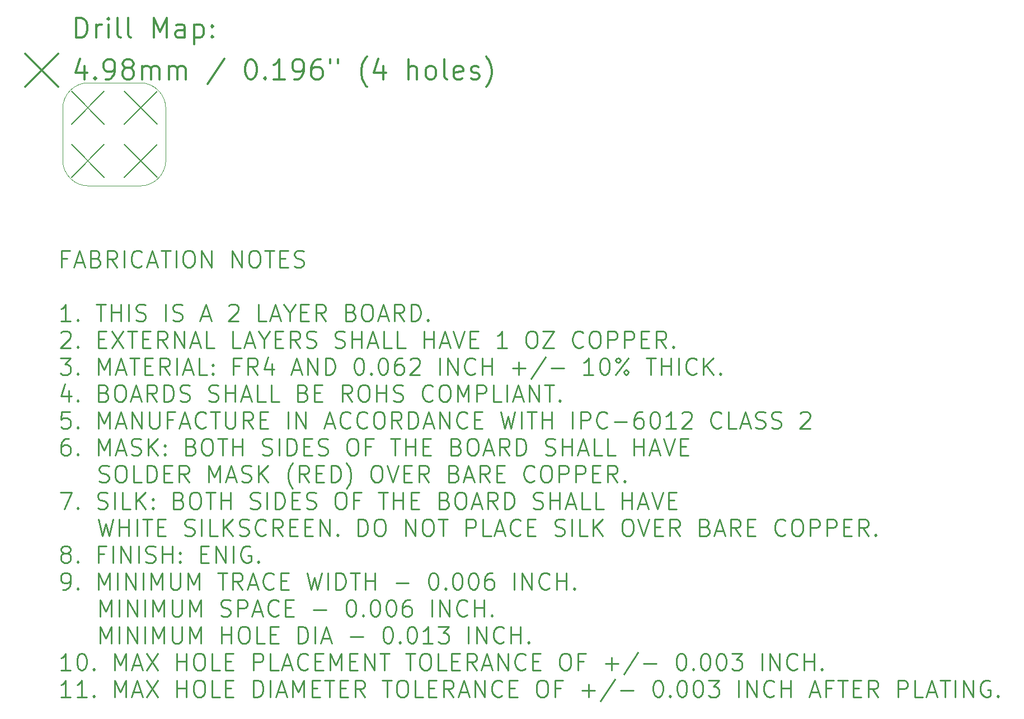
<source format=gbr>
G04 This is an RS-274x file exported by *
G04 gerbv version 2.6.0 *
G04 More information is available about gerbv at *
G04 http://gerbv.gpleda.org/ *
G04 --End of header info--*
%MOIN*%
%FSLAX34Y34*%
%IPPOS*%
G04 --Define apertures--*
%ADD10C,0.0050*%
%ADD11C,0.0079*%
%ADD12C,0.0118*%
%ADD13C,0.0138*%
%ADD14C,0.0016*%
%ADD15C,0.0100*%
G04 --Start main section--*
G54D11*
G01X0000780Y-005038D02*
G01X0002741Y-006999D01*
G01X0002741Y-005038D02*
G01X0000780Y-006999D01*
G01X0000780Y-008188D02*
G01X0002741Y-010148D01*
G01X0002741Y-008188D02*
G01X0000780Y-010148D01*
G01X0003930Y-005038D02*
G01X0005890Y-006999D01*
G01X0005890Y-005038D02*
G01X0003930Y-006999D01*
G01X0003930Y-008188D02*
G01X0005890Y-010148D01*
G01X0005890Y-008188D02*
G01X0003930Y-010148D01*
G54D12*
G01X0001069Y-001834D02*
G01X0001069Y-000652D01*
G01X0001069Y-000652D02*
G01X0001350Y-000652D01*
G01X0001350Y-000652D02*
G01X0001519Y-000709D01*
G01X0001519Y-000709D02*
G01X0001631Y-000821D01*
G01X0001631Y-000821D02*
G01X0001687Y-000934D01*
G01X0001687Y-000934D02*
G01X0001744Y-001159D01*
G01X0001744Y-001159D02*
G01X0001744Y-001327D01*
G01X0001744Y-001327D02*
G01X0001687Y-001552D01*
G01X0001687Y-001552D02*
G01X0001631Y-001665D01*
G01X0001631Y-001665D02*
G01X0001519Y-001777D01*
G01X0001519Y-001777D02*
G01X0001350Y-001834D01*
G01X0001350Y-001834D02*
G01X0001069Y-001834D01*
G01X0002250Y-001834D02*
G01X0002250Y-001046D01*
G01X0002250Y-001271D02*
G01X0002306Y-001159D01*
G01X0002306Y-001159D02*
G01X0002362Y-001102D01*
G01X0002362Y-001102D02*
G01X0002475Y-001046D01*
G01X0002475Y-001046D02*
G01X0002587Y-001046D01*
G01X0002981Y-001834D02*
G01X0002981Y-001046D01*
G01X0002981Y-000652D02*
G01X0002925Y-000709D01*
G01X0002925Y-000709D02*
G01X0002981Y-000765D01*
G01X0002981Y-000765D02*
G01X0003037Y-000709D01*
G01X0003037Y-000709D02*
G01X0002981Y-000652D01*
G01X0002981Y-000652D02*
G01X0002981Y-000765D01*
G01X0003712Y-001834D02*
G01X0003600Y-001777D01*
G01X0003600Y-001777D02*
G01X0003543Y-001665D01*
G01X0003543Y-001665D02*
G01X0003543Y-000652D01*
G01X0004331Y-001834D02*
G01X0004218Y-001777D01*
G01X0004218Y-001777D02*
G01X0004162Y-001665D01*
G01X0004162Y-001665D02*
G01X0004162Y-000652D01*
G01X0005681Y-001834D02*
G01X0005681Y-000652D01*
G01X0005681Y-000652D02*
G01X0006074Y-001496D01*
G01X0006074Y-001496D02*
G01X0006468Y-000652D01*
G01X0006468Y-000652D02*
G01X0006468Y-001834D01*
G01X0007537Y-001834D02*
G01X0007537Y-001215D01*
G01X0007537Y-001215D02*
G01X0007480Y-001102D01*
G01X0007480Y-001102D02*
G01X0007368Y-001046D01*
G01X0007368Y-001046D02*
G01X0007143Y-001046D01*
G01X0007143Y-001046D02*
G01X0007030Y-001102D01*
G01X0007537Y-001777D02*
G01X0007424Y-001834D01*
G01X0007424Y-001834D02*
G01X0007143Y-001834D01*
G01X0007143Y-001834D02*
G01X0007030Y-001777D01*
G01X0007030Y-001777D02*
G01X0006974Y-001665D01*
G01X0006974Y-001665D02*
G01X0006974Y-001552D01*
G01X0006974Y-001552D02*
G01X0007030Y-001440D01*
G01X0007030Y-001440D02*
G01X0007143Y-001384D01*
G01X0007143Y-001384D02*
G01X0007424Y-001384D01*
G01X0007424Y-001384D02*
G01X0007537Y-001327D01*
G01X0008099Y-001046D02*
G01X0008099Y-002227D01*
G01X0008099Y-001102D02*
G01X0008211Y-001046D01*
G01X0008211Y-001046D02*
G01X0008436Y-001046D01*
G01X0008436Y-001046D02*
G01X0008549Y-001102D01*
G01X0008549Y-001102D02*
G01X0008605Y-001159D01*
G01X0008605Y-001159D02*
G01X0008661Y-001271D01*
G01X0008661Y-001271D02*
G01X0008661Y-001609D01*
G01X0008661Y-001609D02*
G01X0008605Y-001721D01*
G01X0008605Y-001721D02*
G01X0008549Y-001777D01*
G01X0008549Y-001777D02*
G01X0008436Y-001834D01*
G01X0008436Y-001834D02*
G01X0008211Y-001834D01*
G01X0008211Y-001834D02*
G01X0008099Y-001777D01*
G01X0009168Y-001721D02*
G01X0009224Y-001777D01*
G01X0009224Y-001777D02*
G01X0009168Y-001834D01*
G01X0009168Y-001834D02*
G01X0009111Y-001777D01*
G01X0009111Y-001777D02*
G01X0009168Y-001721D01*
G01X0009168Y-001721D02*
G01X0009168Y-001834D01*
G01X0009168Y-001102D02*
G01X0009224Y-001159D01*
G01X0009224Y-001159D02*
G01X0009168Y-001215D01*
G01X0009168Y-001215D02*
G01X0009111Y-001159D01*
G01X0009111Y-001159D02*
G01X0009168Y-001102D01*
G01X0009168Y-001102D02*
G01X0009168Y-001215D01*
G01X-001961Y-002799D02*
G01X0000000Y-004760D01*
G01X0000000Y-002799D02*
G01X-001961Y-004760D01*
G01X0001575Y-003526D02*
G01X0001575Y-004314D01*
G01X0001294Y-003076D02*
G01X0001012Y-003920D01*
G01X0001012Y-003920D02*
G01X0001744Y-003920D01*
G01X0002193Y-004201D02*
G01X0002250Y-004258D01*
G01X0002250Y-004258D02*
G01X0002193Y-004314D01*
G01X0002193Y-004314D02*
G01X0002137Y-004258D01*
G01X0002137Y-004258D02*
G01X0002193Y-004201D01*
G01X0002193Y-004201D02*
G01X0002193Y-004314D01*
G01X0002812Y-004314D02*
G01X0003037Y-004314D01*
G01X0003037Y-004314D02*
G01X0003150Y-004258D01*
G01X0003150Y-004258D02*
G01X0003206Y-004201D01*
G01X0003206Y-004201D02*
G01X0003318Y-004033D01*
G01X0003318Y-004033D02*
G01X0003375Y-003808D01*
G01X0003375Y-003808D02*
G01X0003375Y-003358D01*
G01X0003375Y-003358D02*
G01X0003318Y-003245D01*
G01X0003318Y-003245D02*
G01X0003262Y-003189D01*
G01X0003262Y-003189D02*
G01X0003150Y-003133D01*
G01X0003150Y-003133D02*
G01X0002925Y-003133D01*
G01X0002925Y-003133D02*
G01X0002812Y-003189D01*
G01X0002812Y-003189D02*
G01X0002756Y-003245D01*
G01X0002756Y-003245D02*
G01X0002700Y-003358D01*
G01X0002700Y-003358D02*
G01X0002700Y-003639D01*
G01X0002700Y-003639D02*
G01X0002756Y-003751D01*
G01X0002756Y-003751D02*
G01X0002812Y-003808D01*
G01X0002812Y-003808D02*
G01X0002925Y-003864D01*
G01X0002925Y-003864D02*
G01X0003150Y-003864D01*
G01X0003150Y-003864D02*
G01X0003262Y-003808D01*
G01X0003262Y-003808D02*
G01X0003318Y-003751D01*
G01X0003318Y-003751D02*
G01X0003375Y-003639D01*
G01X0004049Y-003639D02*
G01X0003937Y-003583D01*
G01X0003937Y-003583D02*
G01X0003881Y-003526D01*
G01X0003881Y-003526D02*
G01X0003825Y-003414D01*
G01X0003825Y-003414D02*
G01X0003825Y-003358D01*
G01X0003825Y-003358D02*
G01X0003881Y-003245D01*
G01X0003881Y-003245D02*
G01X0003937Y-003189D01*
G01X0003937Y-003189D02*
G01X0004049Y-003133D01*
G01X0004049Y-003133D02*
G01X0004274Y-003133D01*
G01X0004274Y-003133D02*
G01X0004387Y-003189D01*
G01X0004387Y-003189D02*
G01X0004443Y-003245D01*
G01X0004443Y-003245D02*
G01X0004499Y-003358D01*
G01X0004499Y-003358D02*
G01X0004499Y-003414D01*
G01X0004499Y-003414D02*
G01X0004443Y-003526D01*
G01X0004443Y-003526D02*
G01X0004387Y-003583D01*
G01X0004387Y-003583D02*
G01X0004274Y-003639D01*
G01X0004274Y-003639D02*
G01X0004049Y-003639D01*
G01X0004049Y-003639D02*
G01X0003937Y-003695D01*
G01X0003937Y-003695D02*
G01X0003881Y-003751D01*
G01X0003881Y-003751D02*
G01X0003825Y-003864D01*
G01X0003825Y-003864D02*
G01X0003825Y-004089D01*
G01X0003825Y-004089D02*
G01X0003881Y-004201D01*
G01X0003881Y-004201D02*
G01X0003937Y-004258D01*
G01X0003937Y-004258D02*
G01X0004049Y-004314D01*
G01X0004049Y-004314D02*
G01X0004274Y-004314D01*
G01X0004274Y-004314D02*
G01X0004387Y-004258D01*
G01X0004387Y-004258D02*
G01X0004443Y-004201D01*
G01X0004443Y-004201D02*
G01X0004499Y-004089D01*
G01X0004499Y-004089D02*
G01X0004499Y-003864D01*
G01X0004499Y-003864D02*
G01X0004443Y-003751D01*
G01X0004443Y-003751D02*
G01X0004387Y-003695D01*
G01X0004387Y-003695D02*
G01X0004274Y-003639D01*
G01X0005006Y-004314D02*
G01X0005006Y-003526D01*
G01X0005006Y-003639D02*
G01X0005062Y-003583D01*
G01X0005062Y-003583D02*
G01X0005174Y-003526D01*
G01X0005174Y-003526D02*
G01X0005343Y-003526D01*
G01X0005343Y-003526D02*
G01X0005456Y-003583D01*
G01X0005456Y-003583D02*
G01X0005512Y-003695D01*
G01X0005512Y-003695D02*
G01X0005512Y-004314D01*
G01X0005512Y-003695D02*
G01X0005568Y-003583D01*
G01X0005568Y-003583D02*
G01X0005681Y-003526D01*
G01X0005681Y-003526D02*
G01X0005849Y-003526D01*
G01X0005849Y-003526D02*
G01X0005962Y-003583D01*
G01X0005962Y-003583D02*
G01X0006018Y-003695D01*
G01X0006018Y-003695D02*
G01X0006018Y-004314D01*
G01X0006580Y-004314D02*
G01X0006580Y-003526D01*
G01X0006580Y-003639D02*
G01X0006637Y-003583D01*
G01X0006637Y-003583D02*
G01X0006749Y-003526D01*
G01X0006749Y-003526D02*
G01X0006918Y-003526D01*
G01X0006918Y-003526D02*
G01X0007030Y-003583D01*
G01X0007030Y-003583D02*
G01X0007087Y-003695D01*
G01X0007087Y-003695D02*
G01X0007087Y-004314D01*
G01X0007087Y-003695D02*
G01X0007143Y-003583D01*
G01X0007143Y-003583D02*
G01X0007255Y-003526D01*
G01X0007255Y-003526D02*
G01X0007424Y-003526D01*
G01X0007424Y-003526D02*
G01X0007537Y-003583D01*
G01X0007537Y-003583D02*
G01X0007593Y-003695D01*
G01X0007593Y-003695D02*
G01X0007593Y-004314D01*
G01X0009899Y-003076D02*
G01X0008886Y-004595D01*
G01X0011417Y-003133D02*
G01X0011530Y-003133D01*
G01X0011530Y-003133D02*
G01X0011642Y-003189D01*
G01X0011642Y-003189D02*
G01X0011699Y-003245D01*
G01X0011699Y-003245D02*
G01X0011755Y-003358D01*
G01X0011755Y-003358D02*
G01X0011811Y-003583D01*
G01X0011811Y-003583D02*
G01X0011811Y-003864D01*
G01X0011811Y-003864D02*
G01X0011755Y-004089D01*
G01X0011755Y-004089D02*
G01X0011699Y-004201D01*
G01X0011699Y-004201D02*
G01X0011642Y-004258D01*
G01X0011642Y-004258D02*
G01X0011530Y-004314D01*
G01X0011530Y-004314D02*
G01X0011417Y-004314D01*
G01X0011417Y-004314D02*
G01X0011305Y-004258D01*
G01X0011305Y-004258D02*
G01X0011249Y-004201D01*
G01X0011249Y-004201D02*
G01X0011192Y-004089D01*
G01X0011192Y-004089D02*
G01X0011136Y-003864D01*
G01X0011136Y-003864D02*
G01X0011136Y-003583D01*
G01X0011136Y-003583D02*
G01X0011192Y-003358D01*
G01X0011192Y-003358D02*
G01X0011249Y-003245D01*
G01X0011249Y-003245D02*
G01X0011305Y-003189D01*
G01X0011305Y-003189D02*
G01X0011417Y-003133D01*
G01X0012317Y-004201D02*
G01X0012373Y-004258D01*
G01X0012373Y-004258D02*
G01X0012317Y-004314D01*
G01X0012317Y-004314D02*
G01X0012261Y-004258D01*
G01X0012261Y-004258D02*
G01X0012317Y-004201D01*
G01X0012317Y-004201D02*
G01X0012317Y-004314D01*
G01X0013498Y-004314D02*
G01X0012823Y-004314D01*
G01X0013161Y-004314D02*
G01X0013161Y-003133D01*
G01X0013161Y-003133D02*
G01X0013048Y-003301D01*
G01X0013048Y-003301D02*
G01X0012936Y-003414D01*
G01X0012936Y-003414D02*
G01X0012823Y-003470D01*
G01X0014061Y-004314D02*
G01X0014286Y-004314D01*
G01X0014286Y-004314D02*
G01X0014398Y-004258D01*
G01X0014398Y-004258D02*
G01X0014454Y-004201D01*
G01X0014454Y-004201D02*
G01X0014567Y-004033D01*
G01X0014567Y-004033D02*
G01X0014623Y-003808D01*
G01X0014623Y-003808D02*
G01X0014623Y-003358D01*
G01X0014623Y-003358D02*
G01X0014567Y-003245D01*
G01X0014567Y-003245D02*
G01X0014511Y-003189D01*
G01X0014511Y-003189D02*
G01X0014398Y-003133D01*
G01X0014398Y-003133D02*
G01X0014173Y-003133D01*
G01X0014173Y-003133D02*
G01X0014061Y-003189D01*
G01X0014061Y-003189D02*
G01X0014005Y-003245D01*
G01X0014005Y-003245D02*
G01X0013948Y-003358D01*
G01X0013948Y-003358D02*
G01X0013948Y-003639D01*
G01X0013948Y-003639D02*
G01X0014005Y-003751D01*
G01X0014005Y-003751D02*
G01X0014061Y-003808D01*
G01X0014061Y-003808D02*
G01X0014173Y-003864D01*
G01X0014173Y-003864D02*
G01X0014398Y-003864D01*
G01X0014398Y-003864D02*
G01X0014511Y-003808D01*
G01X0014511Y-003808D02*
G01X0014567Y-003751D01*
G01X0014567Y-003751D02*
G01X0014623Y-003639D01*
G01X0015636Y-003133D02*
G01X0015411Y-003133D01*
G01X0015411Y-003133D02*
G01X0015298Y-003189D01*
G01X0015298Y-003189D02*
G01X0015242Y-003245D01*
G01X0015242Y-003245D02*
G01X0015129Y-003414D01*
G01X0015129Y-003414D02*
G01X0015073Y-003639D01*
G01X0015073Y-003639D02*
G01X0015073Y-004089D01*
G01X0015073Y-004089D02*
G01X0015129Y-004201D01*
G01X0015129Y-004201D02*
G01X0015186Y-004258D01*
G01X0015186Y-004258D02*
G01X0015298Y-004314D01*
G01X0015298Y-004314D02*
G01X0015523Y-004314D01*
G01X0015523Y-004314D02*
G01X0015636Y-004258D01*
G01X0015636Y-004258D02*
G01X0015692Y-004201D01*
G01X0015692Y-004201D02*
G01X0015748Y-004089D01*
G01X0015748Y-004089D02*
G01X0015748Y-003808D01*
G01X0015748Y-003808D02*
G01X0015692Y-003695D01*
G01X0015692Y-003695D02*
G01X0015636Y-003639D01*
G01X0015636Y-003639D02*
G01X0015523Y-003583D01*
G01X0015523Y-003583D02*
G01X0015298Y-003583D01*
G01X0015298Y-003583D02*
G01X0015186Y-003639D01*
G01X0015186Y-003639D02*
G01X0015129Y-003695D01*
G01X0015129Y-003695D02*
G01X0015073Y-003808D01*
G01X0016198Y-003133D02*
G01X0016198Y-003358D01*
G01X0016648Y-003133D02*
G01X0016648Y-003358D01*
G01X0018391Y-004764D02*
G01X0018335Y-004708D01*
G01X0018335Y-004708D02*
G01X0018223Y-004539D01*
G01X0018223Y-004539D02*
G01X0018166Y-004426D01*
G01X0018166Y-004426D02*
G01X0018110Y-004258D01*
G01X0018110Y-004258D02*
G01X0018054Y-003976D01*
G01X0018054Y-003976D02*
G01X0018054Y-003751D01*
G01X0018054Y-003751D02*
G01X0018110Y-003470D01*
G01X0018110Y-003470D02*
G01X0018166Y-003301D01*
G01X0018166Y-003301D02*
G01X0018223Y-003189D01*
G01X0018223Y-003189D02*
G01X0018335Y-003020D01*
G01X0018335Y-003020D02*
G01X0018391Y-002964D01*
G01X0019348Y-003526D02*
G01X0019348Y-004314D01*
G01X0019066Y-003076D02*
G01X0018785Y-003920D01*
G01X0018785Y-003920D02*
G01X0019516Y-003920D01*
G01X0020866Y-004314D02*
G01X0020866Y-003133D01*
G01X0021372Y-004314D02*
G01X0021372Y-003695D01*
G01X0021372Y-003695D02*
G01X0021316Y-003583D01*
G01X0021316Y-003583D02*
G01X0021204Y-003526D01*
G01X0021204Y-003526D02*
G01X0021035Y-003526D01*
G01X0021035Y-003526D02*
G01X0020922Y-003583D01*
G01X0020922Y-003583D02*
G01X0020866Y-003639D01*
G01X0022103Y-004314D02*
G01X0021991Y-004258D01*
G01X0021991Y-004258D02*
G01X0021935Y-004201D01*
G01X0021935Y-004201D02*
G01X0021879Y-004089D01*
G01X0021879Y-004089D02*
G01X0021879Y-003751D01*
G01X0021879Y-003751D02*
G01X0021935Y-003639D01*
G01X0021935Y-003639D02*
G01X0021991Y-003583D01*
G01X0021991Y-003583D02*
G01X0022103Y-003526D01*
G01X0022103Y-003526D02*
G01X0022272Y-003526D01*
G01X0022272Y-003526D02*
G01X0022385Y-003583D01*
G01X0022385Y-003583D02*
G01X0022441Y-003639D01*
G01X0022441Y-003639D02*
G01X0022497Y-003751D01*
G01X0022497Y-003751D02*
G01X0022497Y-004089D01*
G01X0022497Y-004089D02*
G01X0022441Y-004201D01*
G01X0022441Y-004201D02*
G01X0022385Y-004258D01*
G01X0022385Y-004258D02*
G01X0022272Y-004314D01*
G01X0022272Y-004314D02*
G01X0022103Y-004314D01*
G01X0023172Y-004314D02*
G01X0023060Y-004258D01*
G01X0023060Y-004258D02*
G01X0023003Y-004145D01*
G01X0023003Y-004145D02*
G01X0023003Y-003133D01*
G01X0024072Y-004258D02*
G01X0023960Y-004314D01*
G01X0023960Y-004314D02*
G01X0023735Y-004314D01*
G01X0023735Y-004314D02*
G01X0023622Y-004258D01*
G01X0023622Y-004258D02*
G01X0023566Y-004145D01*
G01X0023566Y-004145D02*
G01X0023566Y-003695D01*
G01X0023566Y-003695D02*
G01X0023622Y-003583D01*
G01X0023622Y-003583D02*
G01X0023735Y-003526D01*
G01X0023735Y-003526D02*
G01X0023960Y-003526D01*
G01X0023960Y-003526D02*
G01X0024072Y-003583D01*
G01X0024072Y-003583D02*
G01X0024128Y-003695D01*
G01X0024128Y-003695D02*
G01X0024128Y-003808D01*
G01X0024128Y-003808D02*
G01X0023566Y-003920D01*
G01X0024578Y-004258D02*
G01X0024691Y-004314D01*
G01X0024691Y-004314D02*
G01X0024916Y-004314D01*
G01X0024916Y-004314D02*
G01X0025028Y-004258D01*
G01X0025028Y-004258D02*
G01X0025084Y-004145D01*
G01X0025084Y-004145D02*
G01X0025084Y-004089D01*
G01X0025084Y-004089D02*
G01X0025028Y-003976D01*
G01X0025028Y-003976D02*
G01X0024916Y-003920D01*
G01X0024916Y-003920D02*
G01X0024747Y-003920D01*
G01X0024747Y-003920D02*
G01X0024634Y-003864D01*
G01X0024634Y-003864D02*
G01X0024578Y-003751D01*
G01X0024578Y-003751D02*
G01X0024578Y-003695D01*
G01X0024578Y-003695D02*
G01X0024634Y-003583D01*
G01X0024634Y-003583D02*
G01X0024747Y-003526D01*
G01X0024747Y-003526D02*
G01X0024916Y-003526D01*
G01X0024916Y-003526D02*
G01X0025028Y-003583D01*
G01X0025478Y-004764D02*
G01X0025534Y-004708D01*
G01X0025534Y-004708D02*
G01X0025647Y-004539D01*
G01X0025647Y-004539D02*
G01X0025703Y-004426D01*
G01X0025703Y-004426D02*
G01X0025759Y-004258D01*
G01X0025759Y-004258D02*
G01X0025816Y-003976D01*
G01X0025816Y-003976D02*
G01X0025816Y-003751D01*
G01X0025816Y-003751D02*
G01X0025759Y-003470D01*
G01X0025759Y-003470D02*
G01X0025703Y-003301D01*
G01X0025703Y-003301D02*
G01X0025647Y-003189D01*
G01X0025647Y-003189D02*
G01X0025534Y-003020D01*
G01X0025534Y-003020D02*
G01X0025478Y-002964D01*
G01X0000000Y0000000D02*
G54D14*
G01X0004871Y-004522D02*
G01X0001800Y-004522D01*
G01X0004871Y-010664D02*
G01X0001800Y-010664D01*
G01X0006406Y-009129D02*
G01X0006406Y-006058D01*
G01X0000264Y-009129D02*
G01X0000264Y-006058D01*
G01X0006406Y-006058D02*
G75*
G03X0004871Y-004522I-001535J0000000D01*
G01X0004871Y-010664D02*
G75*
G03X0006406Y-009129I0000000J0001535D01*
G01X0000264Y-009129D02*
G75*
G03X0001800Y-010664I0001535J0000000D01*
G01X0001800Y-004522D02*
G75*
G03X0000264Y-006058I0000000J-001535D01*
G01X0000000Y0000000D02*
G54D15*
G01X0000539Y-014991D02*
G01X0000206Y-014991D01*
G01X0000206Y-015514D02*
G01X0000206Y-014514D01*
G01X0000206Y-014514D02*
G01X0000682Y-014514D01*
G01X0001016Y-015229D02*
G01X0001492Y-015229D01*
G01X0000920Y-015514D02*
G01X0001254Y-014514D01*
G01X0001254Y-014514D02*
G01X0001587Y-015514D01*
G01X0002254Y-014991D02*
G01X0002397Y-015038D01*
G01X0002397Y-015038D02*
G01X0002444Y-015086D01*
G01X0002444Y-015086D02*
G01X0002492Y-015181D01*
G01X0002492Y-015181D02*
G01X0002492Y-015324D01*
G01X0002492Y-015324D02*
G01X0002444Y-015419D01*
G01X0002444Y-015419D02*
G01X0002397Y-015467D01*
G01X0002397Y-015467D02*
G01X0002301Y-015514D01*
G01X0002301Y-015514D02*
G01X0001920Y-015514D01*
G01X0001920Y-015514D02*
G01X0001920Y-014514D01*
G01X0001920Y-014514D02*
G01X0002254Y-014514D01*
G01X0002254Y-014514D02*
G01X0002349Y-014562D01*
G01X0002349Y-014562D02*
G01X0002397Y-014610D01*
G01X0002397Y-014610D02*
G01X0002444Y-014705D01*
G01X0002444Y-014705D02*
G01X0002444Y-014800D01*
G01X0002444Y-014800D02*
G01X0002397Y-014895D01*
G01X0002397Y-014895D02*
G01X0002349Y-014943D01*
G01X0002349Y-014943D02*
G01X0002254Y-014991D01*
G01X0002254Y-014991D02*
G01X0001920Y-014991D01*
G01X0003492Y-015514D02*
G01X0003158Y-015038D01*
G01X0002920Y-015514D02*
G01X0002920Y-014514D01*
G01X0002920Y-014514D02*
G01X0003301Y-014514D01*
G01X0003301Y-014514D02*
G01X0003397Y-014562D01*
G01X0003397Y-014562D02*
G01X0003444Y-014610D01*
G01X0003444Y-014610D02*
G01X0003492Y-014705D01*
G01X0003492Y-014705D02*
G01X0003492Y-014848D01*
G01X0003492Y-014848D02*
G01X0003444Y-014943D01*
G01X0003444Y-014943D02*
G01X0003397Y-014991D01*
G01X0003397Y-014991D02*
G01X0003301Y-015038D01*
G01X0003301Y-015038D02*
G01X0002920Y-015038D01*
G01X0003920Y-015514D02*
G01X0003920Y-014514D01*
G01X0004968Y-015419D02*
G01X0004920Y-015467D01*
G01X0004920Y-015467D02*
G01X0004778Y-015514D01*
G01X0004778Y-015514D02*
G01X0004682Y-015514D01*
G01X0004682Y-015514D02*
G01X0004539Y-015467D01*
G01X0004539Y-015467D02*
G01X0004444Y-015372D01*
G01X0004444Y-015372D02*
G01X0004397Y-015276D01*
G01X0004397Y-015276D02*
G01X0004349Y-015086D01*
G01X0004349Y-015086D02*
G01X0004349Y-014943D01*
G01X0004349Y-014943D02*
G01X0004397Y-014752D01*
G01X0004397Y-014752D02*
G01X0004444Y-014657D01*
G01X0004444Y-014657D02*
G01X0004539Y-014562D01*
G01X0004539Y-014562D02*
G01X0004682Y-014514D01*
G01X0004682Y-014514D02*
G01X0004778Y-014514D01*
G01X0004778Y-014514D02*
G01X0004920Y-014562D01*
G01X0004920Y-014562D02*
G01X0004968Y-014610D01*
G01X0005349Y-015229D02*
G01X0005825Y-015229D01*
G01X0005254Y-015514D02*
G01X0005587Y-014514D01*
G01X0005587Y-014514D02*
G01X0005920Y-015514D01*
G01X0006111Y-014514D02*
G01X0006682Y-014514D01*
G01X0006397Y-015514D02*
G01X0006397Y-014514D01*
G01X0007016Y-015514D02*
G01X0007016Y-014514D01*
G01X0007682Y-014514D02*
G01X0007873Y-014514D01*
G01X0007873Y-014514D02*
G01X0007968Y-014562D01*
G01X0007968Y-014562D02*
G01X0008063Y-014657D01*
G01X0008063Y-014657D02*
G01X0008111Y-014848D01*
G01X0008111Y-014848D02*
G01X0008111Y-015181D01*
G01X0008111Y-015181D02*
G01X0008063Y-015372D01*
G01X0008063Y-015372D02*
G01X0007968Y-015467D01*
G01X0007968Y-015467D02*
G01X0007873Y-015514D01*
G01X0007873Y-015514D02*
G01X0007682Y-015514D01*
G01X0007682Y-015514D02*
G01X0007587Y-015467D01*
G01X0007587Y-015467D02*
G01X0007492Y-015372D01*
G01X0007492Y-015372D02*
G01X0007444Y-015181D01*
G01X0007444Y-015181D02*
G01X0007444Y-014848D01*
G01X0007444Y-014848D02*
G01X0007492Y-014657D01*
G01X0007492Y-014657D02*
G01X0007587Y-014562D01*
G01X0007587Y-014562D02*
G01X0007682Y-014514D01*
G01X0008539Y-015514D02*
G01X0008539Y-014514D01*
G01X0008539Y-014514D02*
G01X0009111Y-015514D01*
G01X0009111Y-015514D02*
G01X0009111Y-014514D01*
G01X0010349Y-015514D02*
G01X0010349Y-014514D01*
G01X0010349Y-014514D02*
G01X0010920Y-015514D01*
G01X0010920Y-015514D02*
G01X0010920Y-014514D01*
G01X0011587Y-014514D02*
G01X0011778Y-014514D01*
G01X0011778Y-014514D02*
G01X0011873Y-014562D01*
G01X0011873Y-014562D02*
G01X0011968Y-014657D01*
G01X0011968Y-014657D02*
G01X0012016Y-014848D01*
G01X0012016Y-014848D02*
G01X0012016Y-015181D01*
G01X0012016Y-015181D02*
G01X0011968Y-015372D01*
G01X0011968Y-015372D02*
G01X0011873Y-015467D01*
G01X0011873Y-015467D02*
G01X0011778Y-015514D01*
G01X0011778Y-015514D02*
G01X0011587Y-015514D01*
G01X0011587Y-015514D02*
G01X0011492Y-015467D01*
G01X0011492Y-015467D02*
G01X0011397Y-015372D01*
G01X0011397Y-015372D02*
G01X0011349Y-015181D01*
G01X0011349Y-015181D02*
G01X0011349Y-014848D01*
G01X0011349Y-014848D02*
G01X0011397Y-014657D01*
G01X0011397Y-014657D02*
G01X0011492Y-014562D01*
G01X0011492Y-014562D02*
G01X0011587Y-014514D01*
G01X0012301Y-014514D02*
G01X0012873Y-014514D01*
G01X0012587Y-015514D02*
G01X0012587Y-014514D01*
G01X0013206Y-014991D02*
G01X0013539Y-014991D01*
G01X0013682Y-015514D02*
G01X0013206Y-015514D01*
G01X0013206Y-015514D02*
G01X0013206Y-014514D01*
G01X0013206Y-014514D02*
G01X0013682Y-014514D01*
G01X0014063Y-015467D02*
G01X0014206Y-015514D01*
G01X0014206Y-015514D02*
G01X0014444Y-015514D01*
G01X0014444Y-015514D02*
G01X0014539Y-015467D01*
G01X0014539Y-015467D02*
G01X0014587Y-015419D01*
G01X0014587Y-015419D02*
G01X0014635Y-015324D01*
G01X0014635Y-015324D02*
G01X0014635Y-015229D01*
G01X0014635Y-015229D02*
G01X0014587Y-015133D01*
G01X0014587Y-015133D02*
G01X0014539Y-015086D01*
G01X0014539Y-015086D02*
G01X0014444Y-015038D01*
G01X0014444Y-015038D02*
G01X0014254Y-014991D01*
G01X0014254Y-014991D02*
G01X0014158Y-014943D01*
G01X0014158Y-014943D02*
G01X0014111Y-014895D01*
G01X0014111Y-014895D02*
G01X0014063Y-014800D01*
G01X0014063Y-014800D02*
G01X0014063Y-014705D01*
G01X0014063Y-014705D02*
G01X0014111Y-014610D01*
G01X0014111Y-014610D02*
G01X0014158Y-014562D01*
G01X0014158Y-014562D02*
G01X0014254Y-014514D01*
G01X0014254Y-014514D02*
G01X0014492Y-014514D01*
G01X0014492Y-014514D02*
G01X0014635Y-014562D01*
G01X0000730Y-018714D02*
G01X0000158Y-018714D01*
G01X0000444Y-018714D02*
G01X0000444Y-017714D01*
G01X0000444Y-017714D02*
G01X0000349Y-017857D01*
G01X0000349Y-017857D02*
G01X0000254Y-017952D01*
G01X0000254Y-017952D02*
G01X0000158Y-018000D01*
G01X0001158Y-018619D02*
G01X0001206Y-018667D01*
G01X0001206Y-018667D02*
G01X0001158Y-018714D01*
G01X0001158Y-018714D02*
G01X0001111Y-018667D01*
G01X0001111Y-018667D02*
G01X0001158Y-018619D01*
G01X0001158Y-018619D02*
G01X0001158Y-018714D01*
G01X0002254Y-017714D02*
G01X0002825Y-017714D01*
G01X0002539Y-018714D02*
G01X0002539Y-017714D01*
G01X0003158Y-018714D02*
G01X0003158Y-017714D01*
G01X0003158Y-018191D02*
G01X0003730Y-018191D01*
G01X0003730Y-018714D02*
G01X0003730Y-017714D01*
G01X0004206Y-018714D02*
G01X0004206Y-017714D01*
G01X0004635Y-018667D02*
G01X0004778Y-018714D01*
G01X0004778Y-018714D02*
G01X0005016Y-018714D01*
G01X0005016Y-018714D02*
G01X0005111Y-018667D01*
G01X0005111Y-018667D02*
G01X0005158Y-018619D01*
G01X0005158Y-018619D02*
G01X0005206Y-018524D01*
G01X0005206Y-018524D02*
G01X0005206Y-018429D01*
G01X0005206Y-018429D02*
G01X0005158Y-018333D01*
G01X0005158Y-018333D02*
G01X0005111Y-018286D01*
G01X0005111Y-018286D02*
G01X0005016Y-018238D01*
G01X0005016Y-018238D02*
G01X0004825Y-018191D01*
G01X0004825Y-018191D02*
G01X0004730Y-018143D01*
G01X0004730Y-018143D02*
G01X0004682Y-018095D01*
G01X0004682Y-018095D02*
G01X0004635Y-018000D01*
G01X0004635Y-018000D02*
G01X0004635Y-017905D01*
G01X0004635Y-017905D02*
G01X0004682Y-017810D01*
G01X0004682Y-017810D02*
G01X0004730Y-017762D01*
G01X0004730Y-017762D02*
G01X0004825Y-017714D01*
G01X0004825Y-017714D02*
G01X0005063Y-017714D01*
G01X0005063Y-017714D02*
G01X0005206Y-017762D01*
G01X0006397Y-018714D02*
G01X0006397Y-017714D01*
G01X0006825Y-018667D02*
G01X0006968Y-018714D01*
G01X0006968Y-018714D02*
G01X0007206Y-018714D01*
G01X0007206Y-018714D02*
G01X0007301Y-018667D01*
G01X0007301Y-018667D02*
G01X0007349Y-018619D01*
G01X0007349Y-018619D02*
G01X0007397Y-018524D01*
G01X0007397Y-018524D02*
G01X0007397Y-018429D01*
G01X0007397Y-018429D02*
G01X0007349Y-018333D01*
G01X0007349Y-018333D02*
G01X0007301Y-018286D01*
G01X0007301Y-018286D02*
G01X0007206Y-018238D01*
G01X0007206Y-018238D02*
G01X0007016Y-018191D01*
G01X0007016Y-018191D02*
G01X0006920Y-018143D01*
G01X0006920Y-018143D02*
G01X0006873Y-018095D01*
G01X0006873Y-018095D02*
G01X0006825Y-018000D01*
G01X0006825Y-018000D02*
G01X0006825Y-017905D01*
G01X0006825Y-017905D02*
G01X0006873Y-017810D01*
G01X0006873Y-017810D02*
G01X0006920Y-017762D01*
G01X0006920Y-017762D02*
G01X0007016Y-017714D01*
G01X0007016Y-017714D02*
G01X0007254Y-017714D01*
G01X0007254Y-017714D02*
G01X0007397Y-017762D01*
G01X0008539Y-018429D02*
G01X0009016Y-018429D01*
G01X0008444Y-018714D02*
G01X0008778Y-017714D01*
G01X0008778Y-017714D02*
G01X0009111Y-018714D01*
G01X0010158Y-017810D02*
G01X0010206Y-017762D01*
G01X0010206Y-017762D02*
G01X0010301Y-017714D01*
G01X0010301Y-017714D02*
G01X0010539Y-017714D01*
G01X0010539Y-017714D02*
G01X0010635Y-017762D01*
G01X0010635Y-017762D02*
G01X0010682Y-017810D01*
G01X0010682Y-017810D02*
G01X0010730Y-017905D01*
G01X0010730Y-017905D02*
G01X0010730Y-018000D01*
G01X0010730Y-018000D02*
G01X0010682Y-018143D01*
G01X0010682Y-018143D02*
G01X0010111Y-018714D01*
G01X0010111Y-018714D02*
G01X0010730Y-018714D01*
G01X0012397Y-018714D02*
G01X0011920Y-018714D01*
G01X0011920Y-018714D02*
G01X0011920Y-017714D01*
G01X0012682Y-018429D02*
G01X0013158Y-018429D01*
G01X0012587Y-018714D02*
G01X0012920Y-017714D01*
G01X0012920Y-017714D02*
G01X0013254Y-018714D01*
G01X0013778Y-018238D02*
G01X0013778Y-018714D01*
G01X0013444Y-017714D02*
G01X0013778Y-018238D01*
G01X0013778Y-018238D02*
G01X0014111Y-017714D01*
G01X0014444Y-018191D02*
G01X0014778Y-018191D01*
G01X0014920Y-018714D02*
G01X0014444Y-018714D01*
G01X0014444Y-018714D02*
G01X0014444Y-017714D01*
G01X0014444Y-017714D02*
G01X0014920Y-017714D01*
G01X0015920Y-018714D02*
G01X0015587Y-018238D01*
G01X0015349Y-018714D02*
G01X0015349Y-017714D01*
G01X0015349Y-017714D02*
G01X0015730Y-017714D01*
G01X0015730Y-017714D02*
G01X0015825Y-017762D01*
G01X0015825Y-017762D02*
G01X0015873Y-017810D01*
G01X0015873Y-017810D02*
G01X0015920Y-017905D01*
G01X0015920Y-017905D02*
G01X0015920Y-018048D01*
G01X0015920Y-018048D02*
G01X0015873Y-018143D01*
G01X0015873Y-018143D02*
G01X0015825Y-018191D01*
G01X0015825Y-018191D02*
G01X0015730Y-018238D01*
G01X0015730Y-018238D02*
G01X0015349Y-018238D01*
G01X0017444Y-018191D02*
G01X0017587Y-018238D01*
G01X0017587Y-018238D02*
G01X0017635Y-018286D01*
G01X0017635Y-018286D02*
G01X0017682Y-018381D01*
G01X0017682Y-018381D02*
G01X0017682Y-018524D01*
G01X0017682Y-018524D02*
G01X0017635Y-018619D01*
G01X0017635Y-018619D02*
G01X0017587Y-018667D01*
G01X0017587Y-018667D02*
G01X0017492Y-018714D01*
G01X0017492Y-018714D02*
G01X0017111Y-018714D01*
G01X0017111Y-018714D02*
G01X0017111Y-017714D01*
G01X0017111Y-017714D02*
G01X0017444Y-017714D01*
G01X0017444Y-017714D02*
G01X0017539Y-017762D01*
G01X0017539Y-017762D02*
G01X0017587Y-017810D01*
G01X0017587Y-017810D02*
G01X0017635Y-017905D01*
G01X0017635Y-017905D02*
G01X0017635Y-018000D01*
G01X0017635Y-018000D02*
G01X0017587Y-018095D01*
G01X0017587Y-018095D02*
G01X0017539Y-018143D01*
G01X0017539Y-018143D02*
G01X0017444Y-018191D01*
G01X0017444Y-018191D02*
G01X0017111Y-018191D01*
G01X0018301Y-017714D02*
G01X0018492Y-017714D01*
G01X0018492Y-017714D02*
G01X0018587Y-017762D01*
G01X0018587Y-017762D02*
G01X0018682Y-017857D01*
G01X0018682Y-017857D02*
G01X0018730Y-018048D01*
G01X0018730Y-018048D02*
G01X0018730Y-018381D01*
G01X0018730Y-018381D02*
G01X0018682Y-018572D01*
G01X0018682Y-018572D02*
G01X0018587Y-018667D01*
G01X0018587Y-018667D02*
G01X0018492Y-018714D01*
G01X0018492Y-018714D02*
G01X0018301Y-018714D01*
G01X0018301Y-018714D02*
G01X0018206Y-018667D01*
G01X0018206Y-018667D02*
G01X0018111Y-018572D01*
G01X0018111Y-018572D02*
G01X0018063Y-018381D01*
G01X0018063Y-018381D02*
G01X0018063Y-018048D01*
G01X0018063Y-018048D02*
G01X0018111Y-017857D01*
G01X0018111Y-017857D02*
G01X0018206Y-017762D01*
G01X0018206Y-017762D02*
G01X0018301Y-017714D01*
G01X0019111Y-018429D02*
G01X0019587Y-018429D01*
G01X0019016Y-018714D02*
G01X0019349Y-017714D01*
G01X0019349Y-017714D02*
G01X0019682Y-018714D01*
G01X0020587Y-018714D02*
G01X0020254Y-018238D01*
G01X0020016Y-018714D02*
G01X0020016Y-017714D01*
G01X0020016Y-017714D02*
G01X0020397Y-017714D01*
G01X0020397Y-017714D02*
G01X0020492Y-017762D01*
G01X0020492Y-017762D02*
G01X0020539Y-017810D01*
G01X0020539Y-017810D02*
G01X0020587Y-017905D01*
G01X0020587Y-017905D02*
G01X0020587Y-018048D01*
G01X0020587Y-018048D02*
G01X0020539Y-018143D01*
G01X0020539Y-018143D02*
G01X0020492Y-018191D01*
G01X0020492Y-018191D02*
G01X0020397Y-018238D01*
G01X0020397Y-018238D02*
G01X0020016Y-018238D01*
G01X0021016Y-018714D02*
G01X0021016Y-017714D01*
G01X0021016Y-017714D02*
G01X0021254Y-017714D01*
G01X0021254Y-017714D02*
G01X0021397Y-017762D01*
G01X0021397Y-017762D02*
G01X0021492Y-017857D01*
G01X0021492Y-017857D02*
G01X0021539Y-017952D01*
G01X0021539Y-017952D02*
G01X0021587Y-018143D01*
G01X0021587Y-018143D02*
G01X0021587Y-018286D01*
G01X0021587Y-018286D02*
G01X0021539Y-018476D01*
G01X0021539Y-018476D02*
G01X0021492Y-018572D01*
G01X0021492Y-018572D02*
G01X0021397Y-018667D01*
G01X0021397Y-018667D02*
G01X0021254Y-018714D01*
G01X0021254Y-018714D02*
G01X0021016Y-018714D01*
G01X0022016Y-018619D02*
G01X0022063Y-018667D01*
G01X0022063Y-018667D02*
G01X0022016Y-018714D01*
G01X0022016Y-018714D02*
G01X0021968Y-018667D01*
G01X0021968Y-018667D02*
G01X0022016Y-018619D01*
G01X0022016Y-018619D02*
G01X0022016Y-018714D01*
G01X0000158Y-019410D02*
G01X0000206Y-019362D01*
G01X0000206Y-019362D02*
G01X0000301Y-019314D01*
G01X0000301Y-019314D02*
G01X0000539Y-019314D01*
G01X0000539Y-019314D02*
G01X0000635Y-019362D01*
G01X0000635Y-019362D02*
G01X0000682Y-019410D01*
G01X0000682Y-019410D02*
G01X0000730Y-019505D01*
G01X0000730Y-019505D02*
G01X0000730Y-019600D01*
G01X0000730Y-019600D02*
G01X0000682Y-019743D01*
G01X0000682Y-019743D02*
G01X0000111Y-020314D01*
G01X0000111Y-020314D02*
G01X0000730Y-020314D01*
G01X0001158Y-020219D02*
G01X0001206Y-020267D01*
G01X0001206Y-020267D02*
G01X0001158Y-020314D01*
G01X0001158Y-020314D02*
G01X0001111Y-020267D01*
G01X0001111Y-020267D02*
G01X0001158Y-020219D01*
G01X0001158Y-020219D02*
G01X0001158Y-020314D01*
G01X0002397Y-019791D02*
G01X0002730Y-019791D01*
G01X0002873Y-020314D02*
G01X0002397Y-020314D01*
G01X0002397Y-020314D02*
G01X0002397Y-019314D01*
G01X0002397Y-019314D02*
G01X0002873Y-019314D01*
G01X0003206Y-019314D02*
G01X0003873Y-020314D01*
G01X0003873Y-019314D02*
G01X0003206Y-020314D01*
G01X0004111Y-019314D02*
G01X0004682Y-019314D01*
G01X0004397Y-020314D02*
G01X0004397Y-019314D01*
G01X0005016Y-019791D02*
G01X0005349Y-019791D01*
G01X0005492Y-020314D02*
G01X0005016Y-020314D01*
G01X0005016Y-020314D02*
G01X0005016Y-019314D01*
G01X0005016Y-019314D02*
G01X0005492Y-019314D01*
G01X0006492Y-020314D02*
G01X0006158Y-019838D01*
G01X0005920Y-020314D02*
G01X0005920Y-019314D01*
G01X0005920Y-019314D02*
G01X0006301Y-019314D01*
G01X0006301Y-019314D02*
G01X0006397Y-019362D01*
G01X0006397Y-019362D02*
G01X0006444Y-019410D01*
G01X0006444Y-019410D02*
G01X0006492Y-019505D01*
G01X0006492Y-019505D02*
G01X0006492Y-019648D01*
G01X0006492Y-019648D02*
G01X0006444Y-019743D01*
G01X0006444Y-019743D02*
G01X0006397Y-019791D01*
G01X0006397Y-019791D02*
G01X0006301Y-019838D01*
G01X0006301Y-019838D02*
G01X0005920Y-019838D01*
G01X0006920Y-020314D02*
G01X0006920Y-019314D01*
G01X0006920Y-019314D02*
G01X0007492Y-020314D01*
G01X0007492Y-020314D02*
G01X0007492Y-019314D01*
G01X0007920Y-020029D02*
G01X0008397Y-020029D01*
G01X0007825Y-020314D02*
G01X0008158Y-019314D01*
G01X0008158Y-019314D02*
G01X0008492Y-020314D01*
G01X0009301Y-020314D02*
G01X0008825Y-020314D01*
G01X0008825Y-020314D02*
G01X0008825Y-019314D01*
G01X0010873Y-020314D02*
G01X0010397Y-020314D01*
G01X0010397Y-020314D02*
G01X0010397Y-019314D01*
G01X0011158Y-020029D02*
G01X0011635Y-020029D01*
G01X0011063Y-020314D02*
G01X0011397Y-019314D01*
G01X0011397Y-019314D02*
G01X0011730Y-020314D01*
G01X0012254Y-019838D02*
G01X0012254Y-020314D01*
G01X0011920Y-019314D02*
G01X0012254Y-019838D01*
G01X0012254Y-019838D02*
G01X0012587Y-019314D01*
G01X0012920Y-019791D02*
G01X0013254Y-019791D01*
G01X0013397Y-020314D02*
G01X0012920Y-020314D01*
G01X0012920Y-020314D02*
G01X0012920Y-019314D01*
G01X0012920Y-019314D02*
G01X0013397Y-019314D01*
G01X0014397Y-020314D02*
G01X0014063Y-019838D01*
G01X0013825Y-020314D02*
G01X0013825Y-019314D01*
G01X0013825Y-019314D02*
G01X0014206Y-019314D01*
G01X0014206Y-019314D02*
G01X0014301Y-019362D01*
G01X0014301Y-019362D02*
G01X0014349Y-019410D01*
G01X0014349Y-019410D02*
G01X0014397Y-019505D01*
G01X0014397Y-019505D02*
G01X0014397Y-019648D01*
G01X0014397Y-019648D02*
G01X0014349Y-019743D01*
G01X0014349Y-019743D02*
G01X0014301Y-019791D01*
G01X0014301Y-019791D02*
G01X0014206Y-019838D01*
G01X0014206Y-019838D02*
G01X0013825Y-019838D01*
G01X0014778Y-020267D02*
G01X0014920Y-020314D01*
G01X0014920Y-020314D02*
G01X0015158Y-020314D01*
G01X0015158Y-020314D02*
G01X0015254Y-020267D01*
G01X0015254Y-020267D02*
G01X0015301Y-020219D01*
G01X0015301Y-020219D02*
G01X0015349Y-020124D01*
G01X0015349Y-020124D02*
G01X0015349Y-020029D01*
G01X0015349Y-020029D02*
G01X0015301Y-019933D01*
G01X0015301Y-019933D02*
G01X0015254Y-019886D01*
G01X0015254Y-019886D02*
G01X0015158Y-019838D01*
G01X0015158Y-019838D02*
G01X0014968Y-019791D01*
G01X0014968Y-019791D02*
G01X0014873Y-019743D01*
G01X0014873Y-019743D02*
G01X0014825Y-019695D01*
G01X0014825Y-019695D02*
G01X0014778Y-019600D01*
G01X0014778Y-019600D02*
G01X0014778Y-019505D01*
G01X0014778Y-019505D02*
G01X0014825Y-019410D01*
G01X0014825Y-019410D02*
G01X0014873Y-019362D01*
G01X0014873Y-019362D02*
G01X0014968Y-019314D01*
G01X0014968Y-019314D02*
G01X0015206Y-019314D01*
G01X0015206Y-019314D02*
G01X0015349Y-019362D01*
G01X0016492Y-020267D02*
G01X0016635Y-020314D01*
G01X0016635Y-020314D02*
G01X0016873Y-020314D01*
G01X0016873Y-020314D02*
G01X0016968Y-020267D01*
G01X0016968Y-020267D02*
G01X0017016Y-020219D01*
G01X0017016Y-020219D02*
G01X0017063Y-020124D01*
G01X0017063Y-020124D02*
G01X0017063Y-020029D01*
G01X0017063Y-020029D02*
G01X0017016Y-019933D01*
G01X0017016Y-019933D02*
G01X0016968Y-019886D01*
G01X0016968Y-019886D02*
G01X0016873Y-019838D01*
G01X0016873Y-019838D02*
G01X0016682Y-019791D01*
G01X0016682Y-019791D02*
G01X0016587Y-019743D01*
G01X0016587Y-019743D02*
G01X0016539Y-019695D01*
G01X0016539Y-019695D02*
G01X0016492Y-019600D01*
G01X0016492Y-019600D02*
G01X0016492Y-019505D01*
G01X0016492Y-019505D02*
G01X0016539Y-019410D01*
G01X0016539Y-019410D02*
G01X0016587Y-019362D01*
G01X0016587Y-019362D02*
G01X0016682Y-019314D01*
G01X0016682Y-019314D02*
G01X0016920Y-019314D01*
G01X0016920Y-019314D02*
G01X0017063Y-019362D01*
G01X0017492Y-020314D02*
G01X0017492Y-019314D01*
G01X0017492Y-019791D02*
G01X0018063Y-019791D01*
G01X0018063Y-020314D02*
G01X0018063Y-019314D01*
G01X0018492Y-020029D02*
G01X0018968Y-020029D01*
G01X0018397Y-020314D02*
G01X0018730Y-019314D01*
G01X0018730Y-019314D02*
G01X0019063Y-020314D01*
G01X0019873Y-020314D02*
G01X0019397Y-020314D01*
G01X0019397Y-020314D02*
G01X0019397Y-019314D01*
G01X0020682Y-020314D02*
G01X0020206Y-020314D01*
G01X0020206Y-020314D02*
G01X0020206Y-019314D01*
G01X0021778Y-020314D02*
G01X0021778Y-019314D01*
G01X0021778Y-019791D02*
G01X0022349Y-019791D01*
G01X0022349Y-020314D02*
G01X0022349Y-019314D01*
G01X0022778Y-020029D02*
G01X0023254Y-020029D01*
G01X0022682Y-020314D02*
G01X0023016Y-019314D01*
G01X0023016Y-019314D02*
G01X0023349Y-020314D01*
G01X0023539Y-019314D02*
G01X0023873Y-020314D01*
G01X0023873Y-020314D02*
G01X0024206Y-019314D01*
G01X0024539Y-019791D02*
G01X0024873Y-019791D01*
G01X0025016Y-020314D02*
G01X0024539Y-020314D01*
G01X0024539Y-020314D02*
G01X0024539Y-019314D01*
G01X0024539Y-019314D02*
G01X0025016Y-019314D01*
G01X0026730Y-020314D02*
G01X0026158Y-020314D01*
G01X0026444Y-020314D02*
G01X0026444Y-019314D01*
G01X0026444Y-019314D02*
G01X0026349Y-019457D01*
G01X0026349Y-019457D02*
G01X0026254Y-019552D01*
G01X0026254Y-019552D02*
G01X0026158Y-019600D01*
G01X0028111Y-019314D02*
G01X0028301Y-019314D01*
G01X0028301Y-019314D02*
G01X0028397Y-019362D01*
G01X0028397Y-019362D02*
G01X0028492Y-019457D01*
G01X0028492Y-019457D02*
G01X0028539Y-019648D01*
G01X0028539Y-019648D02*
G01X0028539Y-019981D01*
G01X0028539Y-019981D02*
G01X0028492Y-020172D01*
G01X0028492Y-020172D02*
G01X0028397Y-020267D01*
G01X0028397Y-020267D02*
G01X0028301Y-020314D01*
G01X0028301Y-020314D02*
G01X0028111Y-020314D01*
G01X0028111Y-020314D02*
G01X0028016Y-020267D01*
G01X0028016Y-020267D02*
G01X0027920Y-020172D01*
G01X0027920Y-020172D02*
G01X0027873Y-019981D01*
G01X0027873Y-019981D02*
G01X0027873Y-019648D01*
G01X0027873Y-019648D02*
G01X0027920Y-019457D01*
G01X0027920Y-019457D02*
G01X0028016Y-019362D01*
G01X0028016Y-019362D02*
G01X0028111Y-019314D01*
G01X0028873Y-019314D02*
G01X0029539Y-019314D01*
G01X0029539Y-019314D02*
G01X0028873Y-020314D01*
G01X0028873Y-020314D02*
G01X0029539Y-020314D01*
G01X0031254Y-020219D02*
G01X0031206Y-020267D01*
G01X0031206Y-020267D02*
G01X0031063Y-020314D01*
G01X0031063Y-020314D02*
G01X0030968Y-020314D01*
G01X0030968Y-020314D02*
G01X0030825Y-020267D01*
G01X0030825Y-020267D02*
G01X0030730Y-020172D01*
G01X0030730Y-020172D02*
G01X0030682Y-020076D01*
G01X0030682Y-020076D02*
G01X0030635Y-019886D01*
G01X0030635Y-019886D02*
G01X0030635Y-019743D01*
G01X0030635Y-019743D02*
G01X0030682Y-019552D01*
G01X0030682Y-019552D02*
G01X0030730Y-019457D01*
G01X0030730Y-019457D02*
G01X0030825Y-019362D01*
G01X0030825Y-019362D02*
G01X0030968Y-019314D01*
G01X0030968Y-019314D02*
G01X0031063Y-019314D01*
G01X0031063Y-019314D02*
G01X0031206Y-019362D01*
G01X0031206Y-019362D02*
G01X0031254Y-019410D01*
G01X0031873Y-019314D02*
G01X0032063Y-019314D01*
G01X0032063Y-019314D02*
G01X0032158Y-019362D01*
G01X0032158Y-019362D02*
G01X0032254Y-019457D01*
G01X0032254Y-019457D02*
G01X0032301Y-019648D01*
G01X0032301Y-019648D02*
G01X0032301Y-019981D01*
G01X0032301Y-019981D02*
G01X0032254Y-020172D01*
G01X0032254Y-020172D02*
G01X0032158Y-020267D01*
G01X0032158Y-020267D02*
G01X0032063Y-020314D01*
G01X0032063Y-020314D02*
G01X0031873Y-020314D01*
G01X0031873Y-020314D02*
G01X0031778Y-020267D01*
G01X0031778Y-020267D02*
G01X0031682Y-020172D01*
G01X0031682Y-020172D02*
G01X0031635Y-019981D01*
G01X0031635Y-019981D02*
G01X0031635Y-019648D01*
G01X0031635Y-019648D02*
G01X0031682Y-019457D01*
G01X0031682Y-019457D02*
G01X0031778Y-019362D01*
G01X0031778Y-019362D02*
G01X0031873Y-019314D01*
G01X0032730Y-020314D02*
G01X0032730Y-019314D01*
G01X0032730Y-019314D02*
G01X0033111Y-019314D01*
G01X0033111Y-019314D02*
G01X0033206Y-019362D01*
G01X0033206Y-019362D02*
G01X0033254Y-019410D01*
G01X0033254Y-019410D02*
G01X0033301Y-019505D01*
G01X0033301Y-019505D02*
G01X0033301Y-019648D01*
G01X0033301Y-019648D02*
G01X0033254Y-019743D01*
G01X0033254Y-019743D02*
G01X0033206Y-019791D01*
G01X0033206Y-019791D02*
G01X0033111Y-019838D01*
G01X0033111Y-019838D02*
G01X0032730Y-019838D01*
G01X0033730Y-020314D02*
G01X0033730Y-019314D01*
G01X0033730Y-019314D02*
G01X0034111Y-019314D01*
G01X0034111Y-019314D02*
G01X0034206Y-019362D01*
G01X0034206Y-019362D02*
G01X0034254Y-019410D01*
G01X0034254Y-019410D02*
G01X0034301Y-019505D01*
G01X0034301Y-019505D02*
G01X0034301Y-019648D01*
G01X0034301Y-019648D02*
G01X0034254Y-019743D01*
G01X0034254Y-019743D02*
G01X0034206Y-019791D01*
G01X0034206Y-019791D02*
G01X0034111Y-019838D01*
G01X0034111Y-019838D02*
G01X0033730Y-019838D01*
G01X0034730Y-019791D02*
G01X0035063Y-019791D01*
G01X0035206Y-020314D02*
G01X0034730Y-020314D01*
G01X0034730Y-020314D02*
G01X0034730Y-019314D01*
G01X0034730Y-019314D02*
G01X0035206Y-019314D01*
G01X0036206Y-020314D02*
G01X0035873Y-019838D01*
G01X0035635Y-020314D02*
G01X0035635Y-019314D01*
G01X0035635Y-019314D02*
G01X0036016Y-019314D01*
G01X0036016Y-019314D02*
G01X0036111Y-019362D01*
G01X0036111Y-019362D02*
G01X0036158Y-019410D01*
G01X0036158Y-019410D02*
G01X0036206Y-019505D01*
G01X0036206Y-019505D02*
G01X0036206Y-019648D01*
G01X0036206Y-019648D02*
G01X0036158Y-019743D01*
G01X0036158Y-019743D02*
G01X0036111Y-019791D01*
G01X0036111Y-019791D02*
G01X0036016Y-019838D01*
G01X0036016Y-019838D02*
G01X0035635Y-019838D01*
G01X0036635Y-020219D02*
G01X0036682Y-020267D01*
G01X0036682Y-020267D02*
G01X0036635Y-020314D01*
G01X0036635Y-020314D02*
G01X0036587Y-020267D01*
G01X0036587Y-020267D02*
G01X0036635Y-020219D01*
G01X0036635Y-020219D02*
G01X0036635Y-020314D01*
G01X0000111Y-020914D02*
G01X0000730Y-020914D01*
G01X0000730Y-020914D02*
G01X0000397Y-021295D01*
G01X0000397Y-021295D02*
G01X0000539Y-021295D01*
G01X0000539Y-021295D02*
G01X0000635Y-021343D01*
G01X0000635Y-021343D02*
G01X0000682Y-021391D01*
G01X0000682Y-021391D02*
G01X0000730Y-021486D01*
G01X0000730Y-021486D02*
G01X0000730Y-021724D01*
G01X0000730Y-021724D02*
G01X0000682Y-021819D01*
G01X0000682Y-021819D02*
G01X0000635Y-021867D01*
G01X0000635Y-021867D02*
G01X0000539Y-021914D01*
G01X0000539Y-021914D02*
G01X0000254Y-021914D01*
G01X0000254Y-021914D02*
G01X0000158Y-021867D01*
G01X0000158Y-021867D02*
G01X0000111Y-021819D01*
G01X0001158Y-021819D02*
G01X0001206Y-021867D01*
G01X0001206Y-021867D02*
G01X0001158Y-021914D01*
G01X0001158Y-021914D02*
G01X0001111Y-021867D01*
G01X0001111Y-021867D02*
G01X0001158Y-021819D01*
G01X0001158Y-021819D02*
G01X0001158Y-021914D01*
G01X0002397Y-021914D02*
G01X0002397Y-020914D01*
G01X0002397Y-020914D02*
G01X0002730Y-021629D01*
G01X0002730Y-021629D02*
G01X0003063Y-020914D01*
G01X0003063Y-020914D02*
G01X0003063Y-021914D01*
G01X0003492Y-021629D02*
G01X0003968Y-021629D01*
G01X0003397Y-021914D02*
G01X0003730Y-020914D01*
G01X0003730Y-020914D02*
G01X0004063Y-021914D01*
G01X0004254Y-020914D02*
G01X0004825Y-020914D01*
G01X0004539Y-021914D02*
G01X0004539Y-020914D01*
G01X0005158Y-021391D02*
G01X0005492Y-021391D01*
G01X0005635Y-021914D02*
G01X0005158Y-021914D01*
G01X0005158Y-021914D02*
G01X0005158Y-020914D01*
G01X0005158Y-020914D02*
G01X0005635Y-020914D01*
G01X0006635Y-021914D02*
G01X0006301Y-021438D01*
G01X0006063Y-021914D02*
G01X0006063Y-020914D01*
G01X0006063Y-020914D02*
G01X0006444Y-020914D01*
G01X0006444Y-020914D02*
G01X0006539Y-020962D01*
G01X0006539Y-020962D02*
G01X0006587Y-021010D01*
G01X0006587Y-021010D02*
G01X0006635Y-021105D01*
G01X0006635Y-021105D02*
G01X0006635Y-021248D01*
G01X0006635Y-021248D02*
G01X0006587Y-021343D01*
G01X0006587Y-021343D02*
G01X0006539Y-021391D01*
G01X0006539Y-021391D02*
G01X0006444Y-021438D01*
G01X0006444Y-021438D02*
G01X0006063Y-021438D01*
G01X0007063Y-021914D02*
G01X0007063Y-020914D01*
G01X0007492Y-021629D02*
G01X0007968Y-021629D01*
G01X0007397Y-021914D02*
G01X0007730Y-020914D01*
G01X0007730Y-020914D02*
G01X0008063Y-021914D01*
G01X0008873Y-021914D02*
G01X0008397Y-021914D01*
G01X0008397Y-021914D02*
G01X0008397Y-020914D01*
G01X0009206Y-021819D02*
G01X0009254Y-021867D01*
G01X0009254Y-021867D02*
G01X0009206Y-021914D01*
G01X0009206Y-021914D02*
G01X0009158Y-021867D01*
G01X0009158Y-021867D02*
G01X0009206Y-021819D01*
G01X0009206Y-021819D02*
G01X0009206Y-021914D01*
G01X0009206Y-021295D02*
G01X0009254Y-021343D01*
G01X0009254Y-021343D02*
G01X0009206Y-021391D01*
G01X0009206Y-021391D02*
G01X0009158Y-021343D01*
G01X0009158Y-021343D02*
G01X0009206Y-021295D01*
G01X0009206Y-021295D02*
G01X0009206Y-021391D01*
G01X0010778Y-021391D02*
G01X0010444Y-021391D01*
G01X0010444Y-021914D02*
G01X0010444Y-020914D01*
G01X0010444Y-020914D02*
G01X0010920Y-020914D01*
G01X0011873Y-021914D02*
G01X0011539Y-021438D01*
G01X0011301Y-021914D02*
G01X0011301Y-020914D01*
G01X0011301Y-020914D02*
G01X0011682Y-020914D01*
G01X0011682Y-020914D02*
G01X0011778Y-020962D01*
G01X0011778Y-020962D02*
G01X0011825Y-021010D01*
G01X0011825Y-021010D02*
G01X0011873Y-021105D01*
G01X0011873Y-021105D02*
G01X0011873Y-021248D01*
G01X0011873Y-021248D02*
G01X0011825Y-021343D01*
G01X0011825Y-021343D02*
G01X0011778Y-021391D01*
G01X0011778Y-021391D02*
G01X0011682Y-021438D01*
G01X0011682Y-021438D02*
G01X0011301Y-021438D01*
G01X0012730Y-021248D02*
G01X0012730Y-021914D01*
G01X0012492Y-020867D02*
G01X0012254Y-021581D01*
G01X0012254Y-021581D02*
G01X0012873Y-021581D01*
G01X0013968Y-021629D02*
G01X0014444Y-021629D01*
G01X0013873Y-021914D02*
G01X0014206Y-020914D01*
G01X0014206Y-020914D02*
G01X0014539Y-021914D01*
G01X0014873Y-021914D02*
G01X0014873Y-020914D01*
G01X0014873Y-020914D02*
G01X0015444Y-021914D01*
G01X0015444Y-021914D02*
G01X0015444Y-020914D01*
G01X0015920Y-021914D02*
G01X0015920Y-020914D01*
G01X0015920Y-020914D02*
G01X0016158Y-020914D01*
G01X0016158Y-020914D02*
G01X0016301Y-020962D01*
G01X0016301Y-020962D02*
G01X0016397Y-021057D01*
G01X0016397Y-021057D02*
G01X0016444Y-021152D01*
G01X0016444Y-021152D02*
G01X0016492Y-021343D01*
G01X0016492Y-021343D02*
G01X0016492Y-021486D01*
G01X0016492Y-021486D02*
G01X0016444Y-021676D01*
G01X0016444Y-021676D02*
G01X0016397Y-021772D01*
G01X0016397Y-021772D02*
G01X0016301Y-021867D01*
G01X0016301Y-021867D02*
G01X0016158Y-021914D01*
G01X0016158Y-021914D02*
G01X0015920Y-021914D01*
G01X0017873Y-020914D02*
G01X0017968Y-020914D01*
G01X0017968Y-020914D02*
G01X0018063Y-020962D01*
G01X0018063Y-020962D02*
G01X0018111Y-021010D01*
G01X0018111Y-021010D02*
G01X0018158Y-021105D01*
G01X0018158Y-021105D02*
G01X0018206Y-021295D01*
G01X0018206Y-021295D02*
G01X0018206Y-021533D01*
G01X0018206Y-021533D02*
G01X0018158Y-021724D01*
G01X0018158Y-021724D02*
G01X0018111Y-021819D01*
G01X0018111Y-021819D02*
G01X0018063Y-021867D01*
G01X0018063Y-021867D02*
G01X0017968Y-021914D01*
G01X0017968Y-021914D02*
G01X0017873Y-021914D01*
G01X0017873Y-021914D02*
G01X0017778Y-021867D01*
G01X0017778Y-021867D02*
G01X0017730Y-021819D01*
G01X0017730Y-021819D02*
G01X0017682Y-021724D01*
G01X0017682Y-021724D02*
G01X0017635Y-021533D01*
G01X0017635Y-021533D02*
G01X0017635Y-021295D01*
G01X0017635Y-021295D02*
G01X0017682Y-021105D01*
G01X0017682Y-021105D02*
G01X0017730Y-021010D01*
G01X0017730Y-021010D02*
G01X0017778Y-020962D01*
G01X0017778Y-020962D02*
G01X0017873Y-020914D01*
G01X0018635Y-021819D02*
G01X0018682Y-021867D01*
G01X0018682Y-021867D02*
G01X0018635Y-021914D01*
G01X0018635Y-021914D02*
G01X0018587Y-021867D01*
G01X0018587Y-021867D02*
G01X0018635Y-021819D01*
G01X0018635Y-021819D02*
G01X0018635Y-021914D01*
G01X0019301Y-020914D02*
G01X0019397Y-020914D01*
G01X0019397Y-020914D02*
G01X0019492Y-020962D01*
G01X0019492Y-020962D02*
G01X0019539Y-021010D01*
G01X0019539Y-021010D02*
G01X0019587Y-021105D01*
G01X0019587Y-021105D02*
G01X0019635Y-021295D01*
G01X0019635Y-021295D02*
G01X0019635Y-021533D01*
G01X0019635Y-021533D02*
G01X0019587Y-021724D01*
G01X0019587Y-021724D02*
G01X0019539Y-021819D01*
G01X0019539Y-021819D02*
G01X0019492Y-021867D01*
G01X0019492Y-021867D02*
G01X0019397Y-021914D01*
G01X0019397Y-021914D02*
G01X0019301Y-021914D01*
G01X0019301Y-021914D02*
G01X0019206Y-021867D01*
G01X0019206Y-021867D02*
G01X0019158Y-021819D01*
G01X0019158Y-021819D02*
G01X0019111Y-021724D01*
G01X0019111Y-021724D02*
G01X0019063Y-021533D01*
G01X0019063Y-021533D02*
G01X0019063Y-021295D01*
G01X0019063Y-021295D02*
G01X0019111Y-021105D01*
G01X0019111Y-021105D02*
G01X0019158Y-021010D01*
G01X0019158Y-021010D02*
G01X0019206Y-020962D01*
G01X0019206Y-020962D02*
G01X0019301Y-020914D01*
G01X0020492Y-020914D02*
G01X0020301Y-020914D01*
G01X0020301Y-020914D02*
G01X0020206Y-020962D01*
G01X0020206Y-020962D02*
G01X0020158Y-021010D01*
G01X0020158Y-021010D02*
G01X0020063Y-021152D01*
G01X0020063Y-021152D02*
G01X0020016Y-021343D01*
G01X0020016Y-021343D02*
G01X0020016Y-021724D01*
G01X0020016Y-021724D02*
G01X0020063Y-021819D01*
G01X0020063Y-021819D02*
G01X0020111Y-021867D01*
G01X0020111Y-021867D02*
G01X0020206Y-021914D01*
G01X0020206Y-021914D02*
G01X0020397Y-021914D01*
G01X0020397Y-021914D02*
G01X0020492Y-021867D01*
G01X0020492Y-021867D02*
G01X0020539Y-021819D01*
G01X0020539Y-021819D02*
G01X0020587Y-021724D01*
G01X0020587Y-021724D02*
G01X0020587Y-021486D01*
G01X0020587Y-021486D02*
G01X0020539Y-021391D01*
G01X0020539Y-021391D02*
G01X0020492Y-021343D01*
G01X0020492Y-021343D02*
G01X0020397Y-021295D01*
G01X0020397Y-021295D02*
G01X0020206Y-021295D01*
G01X0020206Y-021295D02*
G01X0020111Y-021343D01*
G01X0020111Y-021343D02*
G01X0020063Y-021391D01*
G01X0020063Y-021391D02*
G01X0020016Y-021486D01*
G01X0020968Y-021010D02*
G01X0021016Y-020962D01*
G01X0021016Y-020962D02*
G01X0021111Y-020914D01*
G01X0021111Y-020914D02*
G01X0021349Y-020914D01*
G01X0021349Y-020914D02*
G01X0021444Y-020962D01*
G01X0021444Y-020962D02*
G01X0021492Y-021010D01*
G01X0021492Y-021010D02*
G01X0021539Y-021105D01*
G01X0021539Y-021105D02*
G01X0021539Y-021200D01*
G01X0021539Y-021200D02*
G01X0021492Y-021343D01*
G01X0021492Y-021343D02*
G01X0020920Y-021914D01*
G01X0020920Y-021914D02*
G01X0021539Y-021914D01*
G01X0022730Y-021914D02*
G01X0022730Y-020914D01*
G01X0023206Y-021914D02*
G01X0023206Y-020914D01*
G01X0023206Y-020914D02*
G01X0023778Y-021914D01*
G01X0023778Y-021914D02*
G01X0023778Y-020914D01*
G01X0024825Y-021819D02*
G01X0024778Y-021867D01*
G01X0024778Y-021867D02*
G01X0024635Y-021914D01*
G01X0024635Y-021914D02*
G01X0024539Y-021914D01*
G01X0024539Y-021914D02*
G01X0024397Y-021867D01*
G01X0024397Y-021867D02*
G01X0024301Y-021772D01*
G01X0024301Y-021772D02*
G01X0024254Y-021676D01*
G01X0024254Y-021676D02*
G01X0024206Y-021486D01*
G01X0024206Y-021486D02*
G01X0024206Y-021343D01*
G01X0024206Y-021343D02*
G01X0024254Y-021152D01*
G01X0024254Y-021152D02*
G01X0024301Y-021057D01*
G01X0024301Y-021057D02*
G01X0024397Y-020962D01*
G01X0024397Y-020962D02*
G01X0024539Y-020914D01*
G01X0024539Y-020914D02*
G01X0024635Y-020914D01*
G01X0024635Y-020914D02*
G01X0024778Y-020962D01*
G01X0024778Y-020962D02*
G01X0024825Y-021010D01*
G01X0025254Y-021914D02*
G01X0025254Y-020914D01*
G01X0025254Y-021391D02*
G01X0025825Y-021391D01*
G01X0025825Y-021914D02*
G01X0025825Y-020914D01*
G01X0027063Y-021533D02*
G01X0027825Y-021533D01*
G01X0027444Y-021914D02*
G01X0027444Y-021152D01*
G01X0029016Y-020867D02*
G01X0028158Y-022152D01*
G01X0029349Y-021533D02*
G01X0030111Y-021533D01*
G01X0031873Y-021914D02*
G01X0031301Y-021914D01*
G01X0031587Y-021914D02*
G01X0031587Y-020914D01*
G01X0031587Y-020914D02*
G01X0031492Y-021057D01*
G01X0031492Y-021057D02*
G01X0031397Y-021152D01*
G01X0031397Y-021152D02*
G01X0031301Y-021200D01*
G01X0032492Y-020914D02*
G01X0032587Y-020914D01*
G01X0032587Y-020914D02*
G01X0032682Y-020962D01*
G01X0032682Y-020962D02*
G01X0032730Y-021010D01*
G01X0032730Y-021010D02*
G01X0032778Y-021105D01*
G01X0032778Y-021105D02*
G01X0032825Y-021295D01*
G01X0032825Y-021295D02*
G01X0032825Y-021533D01*
G01X0032825Y-021533D02*
G01X0032778Y-021724D01*
G01X0032778Y-021724D02*
G01X0032730Y-021819D01*
G01X0032730Y-021819D02*
G01X0032682Y-021867D01*
G01X0032682Y-021867D02*
G01X0032587Y-021914D01*
G01X0032587Y-021914D02*
G01X0032492Y-021914D01*
G01X0032492Y-021914D02*
G01X0032397Y-021867D01*
G01X0032397Y-021867D02*
G01X0032349Y-021819D01*
G01X0032349Y-021819D02*
G01X0032301Y-021724D01*
G01X0032301Y-021724D02*
G01X0032254Y-021533D01*
G01X0032254Y-021533D02*
G01X0032254Y-021295D01*
G01X0032254Y-021295D02*
G01X0032301Y-021105D01*
G01X0032301Y-021105D02*
G01X0032349Y-021010D01*
G01X0032349Y-021010D02*
G01X0032397Y-020962D01*
G01X0032397Y-020962D02*
G01X0032492Y-020914D01*
G01X0033206Y-021914D02*
G01X0033968Y-020914D01*
G01X0033349Y-020914D02*
G01X0033444Y-020962D01*
G01X0033444Y-020962D02*
G01X0033492Y-021057D01*
G01X0033492Y-021057D02*
G01X0033444Y-021152D01*
G01X0033444Y-021152D02*
G01X0033349Y-021200D01*
G01X0033349Y-021200D02*
G01X0033254Y-021152D01*
G01X0033254Y-021152D02*
G01X0033206Y-021057D01*
G01X0033206Y-021057D02*
G01X0033254Y-020962D01*
G01X0033254Y-020962D02*
G01X0033349Y-020914D01*
G01X0033920Y-021867D02*
G01X0033968Y-021772D01*
G01X0033968Y-021772D02*
G01X0033920Y-021676D01*
G01X0033920Y-021676D02*
G01X0033825Y-021629D01*
G01X0033825Y-021629D02*
G01X0033730Y-021676D01*
G01X0033730Y-021676D02*
G01X0033682Y-021772D01*
G01X0033682Y-021772D02*
G01X0033730Y-021867D01*
G01X0033730Y-021867D02*
G01X0033825Y-021914D01*
G01X0033825Y-021914D02*
G01X0033920Y-021867D01*
G01X0035016Y-020914D02*
G01X0035587Y-020914D01*
G01X0035301Y-021914D02*
G01X0035301Y-020914D01*
G01X0035920Y-021914D02*
G01X0035920Y-020914D01*
G01X0035920Y-021391D02*
G01X0036492Y-021391D01*
G01X0036492Y-021914D02*
G01X0036492Y-020914D01*
G01X0036968Y-021914D02*
G01X0036968Y-020914D01*
G01X0038016Y-021819D02*
G01X0037968Y-021867D01*
G01X0037968Y-021867D02*
G01X0037825Y-021914D01*
G01X0037825Y-021914D02*
G01X0037730Y-021914D01*
G01X0037730Y-021914D02*
G01X0037587Y-021867D01*
G01X0037587Y-021867D02*
G01X0037492Y-021772D01*
G01X0037492Y-021772D02*
G01X0037444Y-021676D01*
G01X0037444Y-021676D02*
G01X0037397Y-021486D01*
G01X0037397Y-021486D02*
G01X0037397Y-021343D01*
G01X0037397Y-021343D02*
G01X0037444Y-021152D01*
G01X0037444Y-021152D02*
G01X0037492Y-021057D01*
G01X0037492Y-021057D02*
G01X0037587Y-020962D01*
G01X0037587Y-020962D02*
G01X0037730Y-020914D01*
G01X0037730Y-020914D02*
G01X0037825Y-020914D01*
G01X0037825Y-020914D02*
G01X0037968Y-020962D01*
G01X0037968Y-020962D02*
G01X0038016Y-021010D01*
G01X0038444Y-021914D02*
G01X0038444Y-020914D01*
G01X0039016Y-021914D02*
G01X0038587Y-021343D01*
G01X0039016Y-020914D02*
G01X0038444Y-021486D01*
G01X0039444Y-021819D02*
G01X0039492Y-021867D01*
G01X0039492Y-021867D02*
G01X0039444Y-021914D01*
G01X0039444Y-021914D02*
G01X0039397Y-021867D01*
G01X0039397Y-021867D02*
G01X0039444Y-021819D01*
G01X0039444Y-021819D02*
G01X0039444Y-021914D01*
G01X0000635Y-022848D02*
G01X0000635Y-023514D01*
G01X0000397Y-022467D02*
G01X0000158Y-023181D01*
G01X0000158Y-023181D02*
G01X0000778Y-023181D01*
G01X0001158Y-023419D02*
G01X0001206Y-023467D01*
G01X0001206Y-023467D02*
G01X0001158Y-023514D01*
G01X0001158Y-023514D02*
G01X0001111Y-023467D01*
G01X0001111Y-023467D02*
G01X0001158Y-023419D01*
G01X0001158Y-023419D02*
G01X0001158Y-023514D01*
G01X0002730Y-022991D02*
G01X0002873Y-023038D01*
G01X0002873Y-023038D02*
G01X0002920Y-023086D01*
G01X0002920Y-023086D02*
G01X0002968Y-023181D01*
G01X0002968Y-023181D02*
G01X0002968Y-023324D01*
G01X0002968Y-023324D02*
G01X0002920Y-023419D01*
G01X0002920Y-023419D02*
G01X0002873Y-023467D01*
G01X0002873Y-023467D02*
G01X0002778Y-023514D01*
G01X0002778Y-023514D02*
G01X0002397Y-023514D01*
G01X0002397Y-023514D02*
G01X0002397Y-022514D01*
G01X0002397Y-022514D02*
G01X0002730Y-022514D01*
G01X0002730Y-022514D02*
G01X0002825Y-022562D01*
G01X0002825Y-022562D02*
G01X0002873Y-022610D01*
G01X0002873Y-022610D02*
G01X0002920Y-022705D01*
G01X0002920Y-022705D02*
G01X0002920Y-022800D01*
G01X0002920Y-022800D02*
G01X0002873Y-022895D01*
G01X0002873Y-022895D02*
G01X0002825Y-022943D01*
G01X0002825Y-022943D02*
G01X0002730Y-022991D01*
G01X0002730Y-022991D02*
G01X0002397Y-022991D01*
G01X0003587Y-022514D02*
G01X0003778Y-022514D01*
G01X0003778Y-022514D02*
G01X0003873Y-022562D01*
G01X0003873Y-022562D02*
G01X0003968Y-022657D01*
G01X0003968Y-022657D02*
G01X0004016Y-022848D01*
G01X0004016Y-022848D02*
G01X0004016Y-023181D01*
G01X0004016Y-023181D02*
G01X0003968Y-023372D01*
G01X0003968Y-023372D02*
G01X0003873Y-023467D01*
G01X0003873Y-023467D02*
G01X0003778Y-023514D01*
G01X0003778Y-023514D02*
G01X0003587Y-023514D01*
G01X0003587Y-023514D02*
G01X0003492Y-023467D01*
G01X0003492Y-023467D02*
G01X0003397Y-023372D01*
G01X0003397Y-023372D02*
G01X0003349Y-023181D01*
G01X0003349Y-023181D02*
G01X0003349Y-022848D01*
G01X0003349Y-022848D02*
G01X0003397Y-022657D01*
G01X0003397Y-022657D02*
G01X0003492Y-022562D01*
G01X0003492Y-022562D02*
G01X0003587Y-022514D01*
G01X0004397Y-023229D02*
G01X0004873Y-023229D01*
G01X0004301Y-023514D02*
G01X0004635Y-022514D01*
G01X0004635Y-022514D02*
G01X0004968Y-023514D01*
G01X0005873Y-023514D02*
G01X0005539Y-023038D01*
G01X0005301Y-023514D02*
G01X0005301Y-022514D01*
G01X0005301Y-022514D02*
G01X0005682Y-022514D01*
G01X0005682Y-022514D02*
G01X0005778Y-022562D01*
G01X0005778Y-022562D02*
G01X0005825Y-022610D01*
G01X0005825Y-022610D02*
G01X0005873Y-022705D01*
G01X0005873Y-022705D02*
G01X0005873Y-022848D01*
G01X0005873Y-022848D02*
G01X0005825Y-022943D01*
G01X0005825Y-022943D02*
G01X0005778Y-022991D01*
G01X0005778Y-022991D02*
G01X0005682Y-023038D01*
G01X0005682Y-023038D02*
G01X0005301Y-023038D01*
G01X0006301Y-023514D02*
G01X0006301Y-022514D01*
G01X0006301Y-022514D02*
G01X0006539Y-022514D01*
G01X0006539Y-022514D02*
G01X0006682Y-022562D01*
G01X0006682Y-022562D02*
G01X0006778Y-022657D01*
G01X0006778Y-022657D02*
G01X0006825Y-022752D01*
G01X0006825Y-022752D02*
G01X0006873Y-022943D01*
G01X0006873Y-022943D02*
G01X0006873Y-023086D01*
G01X0006873Y-023086D02*
G01X0006825Y-023276D01*
G01X0006825Y-023276D02*
G01X0006778Y-023372D01*
G01X0006778Y-023372D02*
G01X0006682Y-023467D01*
G01X0006682Y-023467D02*
G01X0006539Y-023514D01*
G01X0006539Y-023514D02*
G01X0006301Y-023514D01*
G01X0007254Y-023467D02*
G01X0007397Y-023514D01*
G01X0007397Y-023514D02*
G01X0007635Y-023514D01*
G01X0007635Y-023514D02*
G01X0007730Y-023467D01*
G01X0007730Y-023467D02*
G01X0007778Y-023419D01*
G01X0007778Y-023419D02*
G01X0007825Y-023324D01*
G01X0007825Y-023324D02*
G01X0007825Y-023229D01*
G01X0007825Y-023229D02*
G01X0007778Y-023133D01*
G01X0007778Y-023133D02*
G01X0007730Y-023086D01*
G01X0007730Y-023086D02*
G01X0007635Y-023038D01*
G01X0007635Y-023038D02*
G01X0007444Y-022991D01*
G01X0007444Y-022991D02*
G01X0007349Y-022943D01*
G01X0007349Y-022943D02*
G01X0007301Y-022895D01*
G01X0007301Y-022895D02*
G01X0007254Y-022800D01*
G01X0007254Y-022800D02*
G01X0007254Y-022705D01*
G01X0007254Y-022705D02*
G01X0007301Y-022610D01*
G01X0007301Y-022610D02*
G01X0007349Y-022562D01*
G01X0007349Y-022562D02*
G01X0007444Y-022514D01*
G01X0007444Y-022514D02*
G01X0007682Y-022514D01*
G01X0007682Y-022514D02*
G01X0007825Y-022562D01*
G01X0008968Y-023467D02*
G01X0009111Y-023514D01*
G01X0009111Y-023514D02*
G01X0009349Y-023514D01*
G01X0009349Y-023514D02*
G01X0009444Y-023467D01*
G01X0009444Y-023467D02*
G01X0009492Y-023419D01*
G01X0009492Y-023419D02*
G01X0009539Y-023324D01*
G01X0009539Y-023324D02*
G01X0009539Y-023229D01*
G01X0009539Y-023229D02*
G01X0009492Y-023133D01*
G01X0009492Y-023133D02*
G01X0009444Y-023086D01*
G01X0009444Y-023086D02*
G01X0009349Y-023038D01*
G01X0009349Y-023038D02*
G01X0009158Y-022991D01*
G01X0009158Y-022991D02*
G01X0009063Y-022943D01*
G01X0009063Y-022943D02*
G01X0009016Y-022895D01*
G01X0009016Y-022895D02*
G01X0008968Y-022800D01*
G01X0008968Y-022800D02*
G01X0008968Y-022705D01*
G01X0008968Y-022705D02*
G01X0009016Y-022610D01*
G01X0009016Y-022610D02*
G01X0009063Y-022562D01*
G01X0009063Y-022562D02*
G01X0009158Y-022514D01*
G01X0009158Y-022514D02*
G01X0009397Y-022514D01*
G01X0009397Y-022514D02*
G01X0009539Y-022562D01*
G01X0009968Y-023514D02*
G01X0009968Y-022514D01*
G01X0009968Y-022991D02*
G01X0010539Y-022991D01*
G01X0010539Y-023514D02*
G01X0010539Y-022514D01*
G01X0010968Y-023229D02*
G01X0011444Y-023229D01*
G01X0010873Y-023514D02*
G01X0011206Y-022514D01*
G01X0011206Y-022514D02*
G01X0011539Y-023514D01*
G01X0012349Y-023514D02*
G01X0011873Y-023514D01*
G01X0011873Y-023514D02*
G01X0011873Y-022514D01*
G01X0013158Y-023514D02*
G01X0012682Y-023514D01*
G01X0012682Y-023514D02*
G01X0012682Y-022514D01*
G01X0014587Y-022991D02*
G01X0014730Y-023038D01*
G01X0014730Y-023038D02*
G01X0014778Y-023086D01*
G01X0014778Y-023086D02*
G01X0014825Y-023181D01*
G01X0014825Y-023181D02*
G01X0014825Y-023324D01*
G01X0014825Y-023324D02*
G01X0014778Y-023419D01*
G01X0014778Y-023419D02*
G01X0014730Y-023467D01*
G01X0014730Y-023467D02*
G01X0014635Y-023514D01*
G01X0014635Y-023514D02*
G01X0014254Y-023514D01*
G01X0014254Y-023514D02*
G01X0014254Y-022514D01*
G01X0014254Y-022514D02*
G01X0014587Y-022514D01*
G01X0014587Y-022514D02*
G01X0014682Y-022562D01*
G01X0014682Y-022562D02*
G01X0014730Y-022610D01*
G01X0014730Y-022610D02*
G01X0014778Y-022705D01*
G01X0014778Y-022705D02*
G01X0014778Y-022800D01*
G01X0014778Y-022800D02*
G01X0014730Y-022895D01*
G01X0014730Y-022895D02*
G01X0014682Y-022943D01*
G01X0014682Y-022943D02*
G01X0014587Y-022991D01*
G01X0014587Y-022991D02*
G01X0014254Y-022991D01*
G01X0015254Y-022991D02*
G01X0015587Y-022991D01*
G01X0015730Y-023514D02*
G01X0015254Y-023514D01*
G01X0015254Y-023514D02*
G01X0015254Y-022514D01*
G01X0015254Y-022514D02*
G01X0015730Y-022514D01*
G01X0017492Y-023514D02*
G01X0017158Y-023038D01*
G01X0016920Y-023514D02*
G01X0016920Y-022514D01*
G01X0016920Y-022514D02*
G01X0017301Y-022514D01*
G01X0017301Y-022514D02*
G01X0017397Y-022562D01*
G01X0017397Y-022562D02*
G01X0017444Y-022610D01*
G01X0017444Y-022610D02*
G01X0017492Y-022705D01*
G01X0017492Y-022705D02*
G01X0017492Y-022848D01*
G01X0017492Y-022848D02*
G01X0017444Y-022943D01*
G01X0017444Y-022943D02*
G01X0017397Y-022991D01*
G01X0017397Y-022991D02*
G01X0017301Y-023038D01*
G01X0017301Y-023038D02*
G01X0016920Y-023038D01*
G01X0018111Y-022514D02*
G01X0018301Y-022514D01*
G01X0018301Y-022514D02*
G01X0018397Y-022562D01*
G01X0018397Y-022562D02*
G01X0018492Y-022657D01*
G01X0018492Y-022657D02*
G01X0018539Y-022848D01*
G01X0018539Y-022848D02*
G01X0018539Y-023181D01*
G01X0018539Y-023181D02*
G01X0018492Y-023372D01*
G01X0018492Y-023372D02*
G01X0018397Y-023467D01*
G01X0018397Y-023467D02*
G01X0018301Y-023514D01*
G01X0018301Y-023514D02*
G01X0018111Y-023514D01*
G01X0018111Y-023514D02*
G01X0018016Y-023467D01*
G01X0018016Y-023467D02*
G01X0017920Y-023372D01*
G01X0017920Y-023372D02*
G01X0017873Y-023181D01*
G01X0017873Y-023181D02*
G01X0017873Y-022848D01*
G01X0017873Y-022848D02*
G01X0017920Y-022657D01*
G01X0017920Y-022657D02*
G01X0018016Y-022562D01*
G01X0018016Y-022562D02*
G01X0018111Y-022514D01*
G01X0018968Y-023514D02*
G01X0018968Y-022514D01*
G01X0018968Y-022991D02*
G01X0019539Y-022991D01*
G01X0019539Y-023514D02*
G01X0019539Y-022514D01*
G01X0019968Y-023467D02*
G01X0020111Y-023514D01*
G01X0020111Y-023514D02*
G01X0020349Y-023514D01*
G01X0020349Y-023514D02*
G01X0020444Y-023467D01*
G01X0020444Y-023467D02*
G01X0020492Y-023419D01*
G01X0020492Y-023419D02*
G01X0020539Y-023324D01*
G01X0020539Y-023324D02*
G01X0020539Y-023229D01*
G01X0020539Y-023229D02*
G01X0020492Y-023133D01*
G01X0020492Y-023133D02*
G01X0020444Y-023086D01*
G01X0020444Y-023086D02*
G01X0020349Y-023038D01*
G01X0020349Y-023038D02*
G01X0020158Y-022991D01*
G01X0020158Y-022991D02*
G01X0020063Y-022943D01*
G01X0020063Y-022943D02*
G01X0020016Y-022895D01*
G01X0020016Y-022895D02*
G01X0019968Y-022800D01*
G01X0019968Y-022800D02*
G01X0019968Y-022705D01*
G01X0019968Y-022705D02*
G01X0020016Y-022610D01*
G01X0020016Y-022610D02*
G01X0020063Y-022562D01*
G01X0020063Y-022562D02*
G01X0020158Y-022514D01*
G01X0020158Y-022514D02*
G01X0020397Y-022514D01*
G01X0020397Y-022514D02*
G01X0020539Y-022562D01*
G01X0022301Y-023419D02*
G01X0022254Y-023467D01*
G01X0022254Y-023467D02*
G01X0022111Y-023514D01*
G01X0022111Y-023514D02*
G01X0022016Y-023514D01*
G01X0022016Y-023514D02*
G01X0021873Y-023467D01*
G01X0021873Y-023467D02*
G01X0021778Y-023372D01*
G01X0021778Y-023372D02*
G01X0021730Y-023276D01*
G01X0021730Y-023276D02*
G01X0021682Y-023086D01*
G01X0021682Y-023086D02*
G01X0021682Y-022943D01*
G01X0021682Y-022943D02*
G01X0021730Y-022752D01*
G01X0021730Y-022752D02*
G01X0021778Y-022657D01*
G01X0021778Y-022657D02*
G01X0021873Y-022562D01*
G01X0021873Y-022562D02*
G01X0022016Y-022514D01*
G01X0022016Y-022514D02*
G01X0022111Y-022514D01*
G01X0022111Y-022514D02*
G01X0022254Y-022562D01*
G01X0022254Y-022562D02*
G01X0022301Y-022610D01*
G01X0022920Y-022514D02*
G01X0023111Y-022514D01*
G01X0023111Y-022514D02*
G01X0023206Y-022562D01*
G01X0023206Y-022562D02*
G01X0023301Y-022657D01*
G01X0023301Y-022657D02*
G01X0023349Y-022848D01*
G01X0023349Y-022848D02*
G01X0023349Y-023181D01*
G01X0023349Y-023181D02*
G01X0023301Y-023372D01*
G01X0023301Y-023372D02*
G01X0023206Y-023467D01*
G01X0023206Y-023467D02*
G01X0023111Y-023514D01*
G01X0023111Y-023514D02*
G01X0022920Y-023514D01*
G01X0022920Y-023514D02*
G01X0022825Y-023467D01*
G01X0022825Y-023467D02*
G01X0022730Y-023372D01*
G01X0022730Y-023372D02*
G01X0022682Y-023181D01*
G01X0022682Y-023181D02*
G01X0022682Y-022848D01*
G01X0022682Y-022848D02*
G01X0022730Y-022657D01*
G01X0022730Y-022657D02*
G01X0022825Y-022562D01*
G01X0022825Y-022562D02*
G01X0022920Y-022514D01*
G01X0023778Y-023514D02*
G01X0023778Y-022514D01*
G01X0023778Y-022514D02*
G01X0024111Y-023229D01*
G01X0024111Y-023229D02*
G01X0024444Y-022514D01*
G01X0024444Y-022514D02*
G01X0024444Y-023514D01*
G01X0024920Y-023514D02*
G01X0024920Y-022514D01*
G01X0024920Y-022514D02*
G01X0025301Y-022514D01*
G01X0025301Y-022514D02*
G01X0025397Y-022562D01*
G01X0025397Y-022562D02*
G01X0025444Y-022610D01*
G01X0025444Y-022610D02*
G01X0025492Y-022705D01*
G01X0025492Y-022705D02*
G01X0025492Y-022848D01*
G01X0025492Y-022848D02*
G01X0025444Y-022943D01*
G01X0025444Y-022943D02*
G01X0025397Y-022991D01*
G01X0025397Y-022991D02*
G01X0025301Y-023038D01*
G01X0025301Y-023038D02*
G01X0024920Y-023038D01*
G01X0026397Y-023514D02*
G01X0025920Y-023514D01*
G01X0025920Y-023514D02*
G01X0025920Y-022514D01*
G01X0026730Y-023514D02*
G01X0026730Y-022514D01*
G01X0027158Y-023229D02*
G01X0027635Y-023229D01*
G01X0027063Y-023514D02*
G01X0027397Y-022514D01*
G01X0027397Y-022514D02*
G01X0027730Y-023514D01*
G01X0028063Y-023514D02*
G01X0028063Y-022514D01*
G01X0028063Y-022514D02*
G01X0028635Y-023514D01*
G01X0028635Y-023514D02*
G01X0028635Y-022514D01*
G01X0028968Y-022514D02*
G01X0029539Y-022514D01*
G01X0029254Y-023514D02*
G01X0029254Y-022514D01*
G01X0029873Y-023419D02*
G01X0029920Y-023467D01*
G01X0029920Y-023467D02*
G01X0029873Y-023514D01*
G01X0029873Y-023514D02*
G01X0029825Y-023467D01*
G01X0029825Y-023467D02*
G01X0029873Y-023419D01*
G01X0029873Y-023419D02*
G01X0029873Y-023514D01*
G01X0000682Y-024114D02*
G01X0000206Y-024114D01*
G01X0000206Y-024114D02*
G01X0000158Y-024591D01*
G01X0000158Y-024591D02*
G01X0000206Y-024543D01*
G01X0000206Y-024543D02*
G01X0000301Y-024495D01*
G01X0000301Y-024495D02*
G01X0000539Y-024495D01*
G01X0000539Y-024495D02*
G01X0000635Y-024543D01*
G01X0000635Y-024543D02*
G01X0000682Y-024591D01*
G01X0000682Y-024591D02*
G01X0000730Y-024686D01*
G01X0000730Y-024686D02*
G01X0000730Y-024924D01*
G01X0000730Y-024924D02*
G01X0000682Y-025019D01*
G01X0000682Y-025019D02*
G01X0000635Y-025067D01*
G01X0000635Y-025067D02*
G01X0000539Y-025114D01*
G01X0000539Y-025114D02*
G01X0000301Y-025114D01*
G01X0000301Y-025114D02*
G01X0000206Y-025067D01*
G01X0000206Y-025067D02*
G01X0000158Y-025019D01*
G01X0001158Y-025019D02*
G01X0001206Y-025067D01*
G01X0001206Y-025067D02*
G01X0001158Y-025114D01*
G01X0001158Y-025114D02*
G01X0001111Y-025067D01*
G01X0001111Y-025067D02*
G01X0001158Y-025019D01*
G01X0001158Y-025019D02*
G01X0001158Y-025114D01*
G01X0002397Y-025114D02*
G01X0002397Y-024114D01*
G01X0002397Y-024114D02*
G01X0002730Y-024829D01*
G01X0002730Y-024829D02*
G01X0003063Y-024114D01*
G01X0003063Y-024114D02*
G01X0003063Y-025114D01*
G01X0003492Y-024829D02*
G01X0003968Y-024829D01*
G01X0003397Y-025114D02*
G01X0003730Y-024114D01*
G01X0003730Y-024114D02*
G01X0004063Y-025114D01*
G01X0004397Y-025114D02*
G01X0004397Y-024114D01*
G01X0004397Y-024114D02*
G01X0004968Y-025114D01*
G01X0004968Y-025114D02*
G01X0004968Y-024114D01*
G01X0005444Y-024114D02*
G01X0005444Y-024924D01*
G01X0005444Y-024924D02*
G01X0005492Y-025019D01*
G01X0005492Y-025019D02*
G01X0005539Y-025067D01*
G01X0005539Y-025067D02*
G01X0005635Y-025114D01*
G01X0005635Y-025114D02*
G01X0005825Y-025114D01*
G01X0005825Y-025114D02*
G01X0005920Y-025067D01*
G01X0005920Y-025067D02*
G01X0005968Y-025019D01*
G01X0005968Y-025019D02*
G01X0006016Y-024924D01*
G01X0006016Y-024924D02*
G01X0006016Y-024114D01*
G01X0006825Y-024591D02*
G01X0006492Y-024591D01*
G01X0006492Y-025114D02*
G01X0006492Y-024114D01*
G01X0006492Y-024114D02*
G01X0006968Y-024114D01*
G01X0007301Y-024829D02*
G01X0007778Y-024829D01*
G01X0007206Y-025114D02*
G01X0007539Y-024114D01*
G01X0007539Y-024114D02*
G01X0007873Y-025114D01*
G01X0008778Y-025019D02*
G01X0008730Y-025067D01*
G01X0008730Y-025067D02*
G01X0008587Y-025114D01*
G01X0008587Y-025114D02*
G01X0008492Y-025114D01*
G01X0008492Y-025114D02*
G01X0008349Y-025067D01*
G01X0008349Y-025067D02*
G01X0008254Y-024972D01*
G01X0008254Y-024972D02*
G01X0008206Y-024876D01*
G01X0008206Y-024876D02*
G01X0008158Y-024686D01*
G01X0008158Y-024686D02*
G01X0008158Y-024543D01*
G01X0008158Y-024543D02*
G01X0008206Y-024352D01*
G01X0008206Y-024352D02*
G01X0008254Y-024257D01*
G01X0008254Y-024257D02*
G01X0008349Y-024162D01*
G01X0008349Y-024162D02*
G01X0008492Y-024114D01*
G01X0008492Y-024114D02*
G01X0008587Y-024114D01*
G01X0008587Y-024114D02*
G01X0008730Y-024162D01*
G01X0008730Y-024162D02*
G01X0008778Y-024210D01*
G01X0009063Y-024114D02*
G01X0009635Y-024114D01*
G01X0009349Y-025114D02*
G01X0009349Y-024114D01*
G01X0009968Y-024114D02*
G01X0009968Y-024924D01*
G01X0009968Y-024924D02*
G01X0010016Y-025019D01*
G01X0010016Y-025019D02*
G01X0010063Y-025067D01*
G01X0010063Y-025067D02*
G01X0010158Y-025114D01*
G01X0010158Y-025114D02*
G01X0010349Y-025114D01*
G01X0010349Y-025114D02*
G01X0010444Y-025067D01*
G01X0010444Y-025067D02*
G01X0010492Y-025019D01*
G01X0010492Y-025019D02*
G01X0010539Y-024924D01*
G01X0010539Y-024924D02*
G01X0010539Y-024114D01*
G01X0011587Y-025114D02*
G01X0011254Y-024638D01*
G01X0011016Y-025114D02*
G01X0011016Y-024114D01*
G01X0011016Y-024114D02*
G01X0011397Y-024114D01*
G01X0011397Y-024114D02*
G01X0011492Y-024162D01*
G01X0011492Y-024162D02*
G01X0011539Y-024210D01*
G01X0011539Y-024210D02*
G01X0011587Y-024305D01*
G01X0011587Y-024305D02*
G01X0011587Y-024448D01*
G01X0011587Y-024448D02*
G01X0011539Y-024543D01*
G01X0011539Y-024543D02*
G01X0011492Y-024591D01*
G01X0011492Y-024591D02*
G01X0011397Y-024638D01*
G01X0011397Y-024638D02*
G01X0011016Y-024638D01*
G01X0012016Y-024591D02*
G01X0012349Y-024591D01*
G01X0012492Y-025114D02*
G01X0012016Y-025114D01*
G01X0012016Y-025114D02*
G01X0012016Y-024114D01*
G01X0012016Y-024114D02*
G01X0012492Y-024114D01*
G01X0013682Y-025114D02*
G01X0013682Y-024114D01*
G01X0014158Y-025114D02*
G01X0014158Y-024114D01*
G01X0014158Y-024114D02*
G01X0014730Y-025114D01*
G01X0014730Y-025114D02*
G01X0014730Y-024114D01*
G01X0015920Y-024829D02*
G01X0016397Y-024829D01*
G01X0015825Y-025114D02*
G01X0016158Y-024114D01*
G01X0016158Y-024114D02*
G01X0016492Y-025114D01*
G01X0017397Y-025019D02*
G01X0017349Y-025067D01*
G01X0017349Y-025067D02*
G01X0017206Y-025114D01*
G01X0017206Y-025114D02*
G01X0017111Y-025114D01*
G01X0017111Y-025114D02*
G01X0016968Y-025067D01*
G01X0016968Y-025067D02*
G01X0016873Y-024972D01*
G01X0016873Y-024972D02*
G01X0016825Y-024876D01*
G01X0016825Y-024876D02*
G01X0016778Y-024686D01*
G01X0016778Y-024686D02*
G01X0016778Y-024543D01*
G01X0016778Y-024543D02*
G01X0016825Y-024352D01*
G01X0016825Y-024352D02*
G01X0016873Y-024257D01*
G01X0016873Y-024257D02*
G01X0016968Y-024162D01*
G01X0016968Y-024162D02*
G01X0017111Y-024114D01*
G01X0017111Y-024114D02*
G01X0017206Y-024114D01*
G01X0017206Y-024114D02*
G01X0017349Y-024162D01*
G01X0017349Y-024162D02*
G01X0017397Y-024210D01*
G01X0018397Y-025019D02*
G01X0018349Y-025067D01*
G01X0018349Y-025067D02*
G01X0018206Y-025114D01*
G01X0018206Y-025114D02*
G01X0018111Y-025114D01*
G01X0018111Y-025114D02*
G01X0017968Y-025067D01*
G01X0017968Y-025067D02*
G01X0017873Y-024972D01*
G01X0017873Y-024972D02*
G01X0017825Y-024876D01*
G01X0017825Y-024876D02*
G01X0017778Y-024686D01*
G01X0017778Y-024686D02*
G01X0017778Y-024543D01*
G01X0017778Y-024543D02*
G01X0017825Y-024352D01*
G01X0017825Y-024352D02*
G01X0017873Y-024257D01*
G01X0017873Y-024257D02*
G01X0017968Y-024162D01*
G01X0017968Y-024162D02*
G01X0018111Y-024114D01*
G01X0018111Y-024114D02*
G01X0018206Y-024114D01*
G01X0018206Y-024114D02*
G01X0018349Y-024162D01*
G01X0018349Y-024162D02*
G01X0018397Y-024210D01*
G01X0019016Y-024114D02*
G01X0019206Y-024114D01*
G01X0019206Y-024114D02*
G01X0019301Y-024162D01*
G01X0019301Y-024162D02*
G01X0019397Y-024257D01*
G01X0019397Y-024257D02*
G01X0019444Y-024448D01*
G01X0019444Y-024448D02*
G01X0019444Y-024781D01*
G01X0019444Y-024781D02*
G01X0019397Y-024972D01*
G01X0019397Y-024972D02*
G01X0019301Y-025067D01*
G01X0019301Y-025067D02*
G01X0019206Y-025114D01*
G01X0019206Y-025114D02*
G01X0019016Y-025114D01*
G01X0019016Y-025114D02*
G01X0018920Y-025067D01*
G01X0018920Y-025067D02*
G01X0018825Y-024972D01*
G01X0018825Y-024972D02*
G01X0018778Y-024781D01*
G01X0018778Y-024781D02*
G01X0018778Y-024448D01*
G01X0018778Y-024448D02*
G01X0018825Y-024257D01*
G01X0018825Y-024257D02*
G01X0018920Y-024162D01*
G01X0018920Y-024162D02*
G01X0019016Y-024114D01*
G01X0020444Y-025114D02*
G01X0020111Y-024638D01*
G01X0019873Y-025114D02*
G01X0019873Y-024114D01*
G01X0019873Y-024114D02*
G01X0020254Y-024114D01*
G01X0020254Y-024114D02*
G01X0020349Y-024162D01*
G01X0020349Y-024162D02*
G01X0020397Y-024210D01*
G01X0020397Y-024210D02*
G01X0020444Y-024305D01*
G01X0020444Y-024305D02*
G01X0020444Y-024448D01*
G01X0020444Y-024448D02*
G01X0020397Y-024543D01*
G01X0020397Y-024543D02*
G01X0020349Y-024591D01*
G01X0020349Y-024591D02*
G01X0020254Y-024638D01*
G01X0020254Y-024638D02*
G01X0019873Y-024638D01*
G01X0020873Y-025114D02*
G01X0020873Y-024114D01*
G01X0020873Y-024114D02*
G01X0021111Y-024114D01*
G01X0021111Y-024114D02*
G01X0021254Y-024162D01*
G01X0021254Y-024162D02*
G01X0021349Y-024257D01*
G01X0021349Y-024257D02*
G01X0021397Y-024352D01*
G01X0021397Y-024352D02*
G01X0021444Y-024543D01*
G01X0021444Y-024543D02*
G01X0021444Y-024686D01*
G01X0021444Y-024686D02*
G01X0021397Y-024876D01*
G01X0021397Y-024876D02*
G01X0021349Y-024972D01*
G01X0021349Y-024972D02*
G01X0021254Y-025067D01*
G01X0021254Y-025067D02*
G01X0021111Y-025114D01*
G01X0021111Y-025114D02*
G01X0020873Y-025114D01*
G01X0021825Y-024829D02*
G01X0022301Y-024829D01*
G01X0021730Y-025114D02*
G01X0022063Y-024114D01*
G01X0022063Y-024114D02*
G01X0022397Y-025114D01*
G01X0022730Y-025114D02*
G01X0022730Y-024114D01*
G01X0022730Y-024114D02*
G01X0023301Y-025114D01*
G01X0023301Y-025114D02*
G01X0023301Y-024114D01*
G01X0024349Y-025019D02*
G01X0024301Y-025067D01*
G01X0024301Y-025067D02*
G01X0024158Y-025114D01*
G01X0024158Y-025114D02*
G01X0024063Y-025114D01*
G01X0024063Y-025114D02*
G01X0023920Y-025067D01*
G01X0023920Y-025067D02*
G01X0023825Y-024972D01*
G01X0023825Y-024972D02*
G01X0023778Y-024876D01*
G01X0023778Y-024876D02*
G01X0023730Y-024686D01*
G01X0023730Y-024686D02*
G01X0023730Y-024543D01*
G01X0023730Y-024543D02*
G01X0023778Y-024352D01*
G01X0023778Y-024352D02*
G01X0023825Y-024257D01*
G01X0023825Y-024257D02*
G01X0023920Y-024162D01*
G01X0023920Y-024162D02*
G01X0024063Y-024114D01*
G01X0024063Y-024114D02*
G01X0024158Y-024114D01*
G01X0024158Y-024114D02*
G01X0024301Y-024162D01*
G01X0024301Y-024162D02*
G01X0024349Y-024210D01*
G01X0024778Y-024591D02*
G01X0025111Y-024591D01*
G01X0025254Y-025114D02*
G01X0024778Y-025114D01*
G01X0024778Y-025114D02*
G01X0024778Y-024114D01*
G01X0024778Y-024114D02*
G01X0025254Y-024114D01*
G01X0026349Y-024114D02*
G01X0026587Y-025114D01*
G01X0026587Y-025114D02*
G01X0026778Y-024400D01*
G01X0026778Y-024400D02*
G01X0026968Y-025114D01*
G01X0026968Y-025114D02*
G01X0027206Y-024114D01*
G01X0027587Y-025114D02*
G01X0027587Y-024114D01*
G01X0027920Y-024114D02*
G01X0028492Y-024114D01*
G01X0028206Y-025114D02*
G01X0028206Y-024114D01*
G01X0028825Y-025114D02*
G01X0028825Y-024114D01*
G01X0028825Y-024591D02*
G01X0029397Y-024591D01*
G01X0029397Y-025114D02*
G01X0029397Y-024114D01*
G01X0030635Y-025114D02*
G01X0030635Y-024114D01*
G01X0031111Y-025114D02*
G01X0031111Y-024114D01*
G01X0031111Y-024114D02*
G01X0031492Y-024114D01*
G01X0031492Y-024114D02*
G01X0031587Y-024162D01*
G01X0031587Y-024162D02*
G01X0031635Y-024210D01*
G01X0031635Y-024210D02*
G01X0031682Y-024305D01*
G01X0031682Y-024305D02*
G01X0031682Y-024448D01*
G01X0031682Y-024448D02*
G01X0031635Y-024543D01*
G01X0031635Y-024543D02*
G01X0031587Y-024591D01*
G01X0031587Y-024591D02*
G01X0031492Y-024638D01*
G01X0031492Y-024638D02*
G01X0031111Y-024638D01*
G01X0032682Y-025019D02*
G01X0032635Y-025067D01*
G01X0032635Y-025067D02*
G01X0032492Y-025114D01*
G01X0032492Y-025114D02*
G01X0032397Y-025114D01*
G01X0032397Y-025114D02*
G01X0032254Y-025067D01*
G01X0032254Y-025067D02*
G01X0032158Y-024972D01*
G01X0032158Y-024972D02*
G01X0032111Y-024876D01*
G01X0032111Y-024876D02*
G01X0032063Y-024686D01*
G01X0032063Y-024686D02*
G01X0032063Y-024543D01*
G01X0032063Y-024543D02*
G01X0032111Y-024352D01*
G01X0032111Y-024352D02*
G01X0032158Y-024257D01*
G01X0032158Y-024257D02*
G01X0032254Y-024162D01*
G01X0032254Y-024162D02*
G01X0032397Y-024114D01*
G01X0032397Y-024114D02*
G01X0032492Y-024114D01*
G01X0032492Y-024114D02*
G01X0032635Y-024162D01*
G01X0032635Y-024162D02*
G01X0032682Y-024210D01*
G01X0033111Y-024733D02*
G01X0033873Y-024733D01*
G01X0034778Y-024114D02*
G01X0034587Y-024114D01*
G01X0034587Y-024114D02*
G01X0034492Y-024162D01*
G01X0034492Y-024162D02*
G01X0034444Y-024210D01*
G01X0034444Y-024210D02*
G01X0034349Y-024352D01*
G01X0034349Y-024352D02*
G01X0034301Y-024543D01*
G01X0034301Y-024543D02*
G01X0034301Y-024924D01*
G01X0034301Y-024924D02*
G01X0034349Y-025019D01*
G01X0034349Y-025019D02*
G01X0034397Y-025067D01*
G01X0034397Y-025067D02*
G01X0034492Y-025114D01*
G01X0034492Y-025114D02*
G01X0034682Y-025114D01*
G01X0034682Y-025114D02*
G01X0034778Y-025067D01*
G01X0034778Y-025067D02*
G01X0034825Y-025019D01*
G01X0034825Y-025019D02*
G01X0034873Y-024924D01*
G01X0034873Y-024924D02*
G01X0034873Y-024686D01*
G01X0034873Y-024686D02*
G01X0034825Y-024591D01*
G01X0034825Y-024591D02*
G01X0034778Y-024543D01*
G01X0034778Y-024543D02*
G01X0034682Y-024495D01*
G01X0034682Y-024495D02*
G01X0034492Y-024495D01*
G01X0034492Y-024495D02*
G01X0034397Y-024543D01*
G01X0034397Y-024543D02*
G01X0034349Y-024591D01*
G01X0034349Y-024591D02*
G01X0034301Y-024686D01*
G01X0035492Y-024114D02*
G01X0035587Y-024114D01*
G01X0035587Y-024114D02*
G01X0035682Y-024162D01*
G01X0035682Y-024162D02*
G01X0035730Y-024210D01*
G01X0035730Y-024210D02*
G01X0035778Y-024305D01*
G01X0035778Y-024305D02*
G01X0035825Y-024495D01*
G01X0035825Y-024495D02*
G01X0035825Y-024733D01*
G01X0035825Y-024733D02*
G01X0035778Y-024924D01*
G01X0035778Y-024924D02*
G01X0035730Y-025019D01*
G01X0035730Y-025019D02*
G01X0035682Y-025067D01*
G01X0035682Y-025067D02*
G01X0035587Y-025114D01*
G01X0035587Y-025114D02*
G01X0035492Y-025114D01*
G01X0035492Y-025114D02*
G01X0035397Y-025067D01*
G01X0035397Y-025067D02*
G01X0035349Y-025019D01*
G01X0035349Y-025019D02*
G01X0035301Y-024924D01*
G01X0035301Y-024924D02*
G01X0035254Y-024733D01*
G01X0035254Y-024733D02*
G01X0035254Y-024495D01*
G01X0035254Y-024495D02*
G01X0035301Y-024305D01*
G01X0035301Y-024305D02*
G01X0035349Y-024210D01*
G01X0035349Y-024210D02*
G01X0035397Y-024162D01*
G01X0035397Y-024162D02*
G01X0035492Y-024114D01*
G01X0036778Y-025114D02*
G01X0036206Y-025114D01*
G01X0036492Y-025114D02*
G01X0036492Y-024114D01*
G01X0036492Y-024114D02*
G01X0036397Y-024257D01*
G01X0036397Y-024257D02*
G01X0036301Y-024352D01*
G01X0036301Y-024352D02*
G01X0036206Y-024400D01*
G01X0037158Y-024210D02*
G01X0037206Y-024162D01*
G01X0037206Y-024162D02*
G01X0037301Y-024114D01*
G01X0037301Y-024114D02*
G01X0037539Y-024114D01*
G01X0037539Y-024114D02*
G01X0037635Y-024162D01*
G01X0037635Y-024162D02*
G01X0037682Y-024210D01*
G01X0037682Y-024210D02*
G01X0037730Y-024305D01*
G01X0037730Y-024305D02*
G01X0037730Y-024400D01*
G01X0037730Y-024400D02*
G01X0037682Y-024543D01*
G01X0037682Y-024543D02*
G01X0037111Y-025114D01*
G01X0037111Y-025114D02*
G01X0037730Y-025114D01*
G01X0039492Y-025019D02*
G01X0039444Y-025067D01*
G01X0039444Y-025067D02*
G01X0039301Y-025114D01*
G01X0039301Y-025114D02*
G01X0039206Y-025114D01*
G01X0039206Y-025114D02*
G01X0039063Y-025067D01*
G01X0039063Y-025067D02*
G01X0038968Y-024972D01*
G01X0038968Y-024972D02*
G01X0038920Y-024876D01*
G01X0038920Y-024876D02*
G01X0038873Y-024686D01*
G01X0038873Y-024686D02*
G01X0038873Y-024543D01*
G01X0038873Y-024543D02*
G01X0038920Y-024352D01*
G01X0038920Y-024352D02*
G01X0038968Y-024257D01*
G01X0038968Y-024257D02*
G01X0039063Y-024162D01*
G01X0039063Y-024162D02*
G01X0039206Y-024114D01*
G01X0039206Y-024114D02*
G01X0039301Y-024114D01*
G01X0039301Y-024114D02*
G01X0039444Y-024162D01*
G01X0039444Y-024162D02*
G01X0039492Y-024210D01*
G01X0040397Y-025114D02*
G01X0039920Y-025114D01*
G01X0039920Y-025114D02*
G01X0039920Y-024114D01*
G01X0040682Y-024829D02*
G01X0041158Y-024829D01*
G01X0040587Y-025114D02*
G01X0040920Y-024114D01*
G01X0040920Y-024114D02*
G01X0041254Y-025114D01*
G01X0041539Y-025067D02*
G01X0041682Y-025114D01*
G01X0041682Y-025114D02*
G01X0041920Y-025114D01*
G01X0041920Y-025114D02*
G01X0042016Y-025067D01*
G01X0042016Y-025067D02*
G01X0042063Y-025019D01*
G01X0042063Y-025019D02*
G01X0042111Y-024924D01*
G01X0042111Y-024924D02*
G01X0042111Y-024829D01*
G01X0042111Y-024829D02*
G01X0042063Y-024733D01*
G01X0042063Y-024733D02*
G01X0042016Y-024686D01*
G01X0042016Y-024686D02*
G01X0041920Y-024638D01*
G01X0041920Y-024638D02*
G01X0041730Y-024591D01*
G01X0041730Y-024591D02*
G01X0041635Y-024543D01*
G01X0041635Y-024543D02*
G01X0041587Y-024495D01*
G01X0041587Y-024495D02*
G01X0041539Y-024400D01*
G01X0041539Y-024400D02*
G01X0041539Y-024305D01*
G01X0041539Y-024305D02*
G01X0041587Y-024210D01*
G01X0041587Y-024210D02*
G01X0041635Y-024162D01*
G01X0041635Y-024162D02*
G01X0041730Y-024114D01*
G01X0041730Y-024114D02*
G01X0041968Y-024114D01*
G01X0041968Y-024114D02*
G01X0042111Y-024162D01*
G01X0042492Y-025067D02*
G01X0042635Y-025114D01*
G01X0042635Y-025114D02*
G01X0042873Y-025114D01*
G01X0042873Y-025114D02*
G01X0042968Y-025067D01*
G01X0042968Y-025067D02*
G01X0043016Y-025019D01*
G01X0043016Y-025019D02*
G01X0043063Y-024924D01*
G01X0043063Y-024924D02*
G01X0043063Y-024829D01*
G01X0043063Y-024829D02*
G01X0043016Y-024733D01*
G01X0043016Y-024733D02*
G01X0042968Y-024686D01*
G01X0042968Y-024686D02*
G01X0042873Y-024638D01*
G01X0042873Y-024638D02*
G01X0042682Y-024591D01*
G01X0042682Y-024591D02*
G01X0042587Y-024543D01*
G01X0042587Y-024543D02*
G01X0042539Y-024495D01*
G01X0042539Y-024495D02*
G01X0042492Y-024400D01*
G01X0042492Y-024400D02*
G01X0042492Y-024305D01*
G01X0042492Y-024305D02*
G01X0042539Y-024210D01*
G01X0042539Y-024210D02*
G01X0042587Y-024162D01*
G01X0042587Y-024162D02*
G01X0042682Y-024114D01*
G01X0042682Y-024114D02*
G01X0042920Y-024114D01*
G01X0042920Y-024114D02*
G01X0043063Y-024162D01*
G01X0044206Y-024210D02*
G01X0044254Y-024162D01*
G01X0044254Y-024162D02*
G01X0044349Y-024114D01*
G01X0044349Y-024114D02*
G01X0044587Y-024114D01*
G01X0044587Y-024114D02*
G01X0044682Y-024162D01*
G01X0044682Y-024162D02*
G01X0044730Y-024210D01*
G01X0044730Y-024210D02*
G01X0044778Y-024305D01*
G01X0044778Y-024305D02*
G01X0044778Y-024400D01*
G01X0044778Y-024400D02*
G01X0044730Y-024543D01*
G01X0044730Y-024543D02*
G01X0044158Y-025114D01*
G01X0044158Y-025114D02*
G01X0044778Y-025114D01*
G01X0000635Y-025714D02*
G01X0000444Y-025714D01*
G01X0000444Y-025714D02*
G01X0000349Y-025762D01*
G01X0000349Y-025762D02*
G01X0000301Y-025810D01*
G01X0000301Y-025810D02*
G01X0000206Y-025952D01*
G01X0000206Y-025952D02*
G01X0000158Y-026143D01*
G01X0000158Y-026143D02*
G01X0000158Y-026524D01*
G01X0000158Y-026524D02*
G01X0000206Y-026619D01*
G01X0000206Y-026619D02*
G01X0000254Y-026667D01*
G01X0000254Y-026667D02*
G01X0000349Y-026714D01*
G01X0000349Y-026714D02*
G01X0000539Y-026714D01*
G01X0000539Y-026714D02*
G01X0000635Y-026667D01*
G01X0000635Y-026667D02*
G01X0000682Y-026619D01*
G01X0000682Y-026619D02*
G01X0000730Y-026524D01*
G01X0000730Y-026524D02*
G01X0000730Y-026286D01*
G01X0000730Y-026286D02*
G01X0000682Y-026191D01*
G01X0000682Y-026191D02*
G01X0000635Y-026143D01*
G01X0000635Y-026143D02*
G01X0000539Y-026095D01*
G01X0000539Y-026095D02*
G01X0000349Y-026095D01*
G01X0000349Y-026095D02*
G01X0000254Y-026143D01*
G01X0000254Y-026143D02*
G01X0000206Y-026191D01*
G01X0000206Y-026191D02*
G01X0000158Y-026286D01*
G01X0001158Y-026619D02*
G01X0001206Y-026667D01*
G01X0001206Y-026667D02*
G01X0001158Y-026714D01*
G01X0001158Y-026714D02*
G01X0001111Y-026667D01*
G01X0001111Y-026667D02*
G01X0001158Y-026619D01*
G01X0001158Y-026619D02*
G01X0001158Y-026714D01*
G01X0002397Y-026714D02*
G01X0002397Y-025714D01*
G01X0002397Y-025714D02*
G01X0002730Y-026429D01*
G01X0002730Y-026429D02*
G01X0003063Y-025714D01*
G01X0003063Y-025714D02*
G01X0003063Y-026714D01*
G01X0003492Y-026429D02*
G01X0003968Y-026429D01*
G01X0003397Y-026714D02*
G01X0003730Y-025714D01*
G01X0003730Y-025714D02*
G01X0004063Y-026714D01*
G01X0004349Y-026667D02*
G01X0004492Y-026714D01*
G01X0004492Y-026714D02*
G01X0004730Y-026714D01*
G01X0004730Y-026714D02*
G01X0004825Y-026667D01*
G01X0004825Y-026667D02*
G01X0004873Y-026619D01*
G01X0004873Y-026619D02*
G01X0004920Y-026524D01*
G01X0004920Y-026524D02*
G01X0004920Y-026429D01*
G01X0004920Y-026429D02*
G01X0004873Y-026333D01*
G01X0004873Y-026333D02*
G01X0004825Y-026286D01*
G01X0004825Y-026286D02*
G01X0004730Y-026238D01*
G01X0004730Y-026238D02*
G01X0004539Y-026191D01*
G01X0004539Y-026191D02*
G01X0004444Y-026143D01*
G01X0004444Y-026143D02*
G01X0004397Y-026095D01*
G01X0004397Y-026095D02*
G01X0004349Y-026000D01*
G01X0004349Y-026000D02*
G01X0004349Y-025905D01*
G01X0004349Y-025905D02*
G01X0004397Y-025810D01*
G01X0004397Y-025810D02*
G01X0004444Y-025762D01*
G01X0004444Y-025762D02*
G01X0004539Y-025714D01*
G01X0004539Y-025714D02*
G01X0004778Y-025714D01*
G01X0004778Y-025714D02*
G01X0004920Y-025762D01*
G01X0005349Y-026714D02*
G01X0005349Y-025714D01*
G01X0005920Y-026714D02*
G01X0005492Y-026143D01*
G01X0005920Y-025714D02*
G01X0005349Y-026286D01*
G01X0006349Y-026619D02*
G01X0006397Y-026667D01*
G01X0006397Y-026667D02*
G01X0006349Y-026714D01*
G01X0006349Y-026714D02*
G01X0006301Y-026667D01*
G01X0006301Y-026667D02*
G01X0006349Y-026619D01*
G01X0006349Y-026619D02*
G01X0006349Y-026714D01*
G01X0006349Y-026095D02*
G01X0006397Y-026143D01*
G01X0006397Y-026143D02*
G01X0006349Y-026191D01*
G01X0006349Y-026191D02*
G01X0006301Y-026143D01*
G01X0006301Y-026143D02*
G01X0006349Y-026095D01*
G01X0006349Y-026095D02*
G01X0006349Y-026191D01*
G01X0007920Y-026191D02*
G01X0008063Y-026238D01*
G01X0008063Y-026238D02*
G01X0008111Y-026286D01*
G01X0008111Y-026286D02*
G01X0008158Y-026381D01*
G01X0008158Y-026381D02*
G01X0008158Y-026524D01*
G01X0008158Y-026524D02*
G01X0008111Y-026619D01*
G01X0008111Y-026619D02*
G01X0008063Y-026667D01*
G01X0008063Y-026667D02*
G01X0007968Y-026714D01*
G01X0007968Y-026714D02*
G01X0007587Y-026714D01*
G01X0007587Y-026714D02*
G01X0007587Y-025714D01*
G01X0007587Y-025714D02*
G01X0007920Y-025714D01*
G01X0007920Y-025714D02*
G01X0008016Y-025762D01*
G01X0008016Y-025762D02*
G01X0008063Y-025810D01*
G01X0008063Y-025810D02*
G01X0008111Y-025905D01*
G01X0008111Y-025905D02*
G01X0008111Y-026000D01*
G01X0008111Y-026000D02*
G01X0008063Y-026095D01*
G01X0008063Y-026095D02*
G01X0008016Y-026143D01*
G01X0008016Y-026143D02*
G01X0007920Y-026191D01*
G01X0007920Y-026191D02*
G01X0007587Y-026191D01*
G01X0008778Y-025714D02*
G01X0008968Y-025714D01*
G01X0008968Y-025714D02*
G01X0009063Y-025762D01*
G01X0009063Y-025762D02*
G01X0009158Y-025857D01*
G01X0009158Y-025857D02*
G01X0009206Y-026048D01*
G01X0009206Y-026048D02*
G01X0009206Y-026381D01*
G01X0009206Y-026381D02*
G01X0009158Y-026572D01*
G01X0009158Y-026572D02*
G01X0009063Y-026667D01*
G01X0009063Y-026667D02*
G01X0008968Y-026714D01*
G01X0008968Y-026714D02*
G01X0008778Y-026714D01*
G01X0008778Y-026714D02*
G01X0008682Y-026667D01*
G01X0008682Y-026667D02*
G01X0008587Y-026572D01*
G01X0008587Y-026572D02*
G01X0008539Y-026381D01*
G01X0008539Y-026381D02*
G01X0008539Y-026048D01*
G01X0008539Y-026048D02*
G01X0008587Y-025857D01*
G01X0008587Y-025857D02*
G01X0008682Y-025762D01*
G01X0008682Y-025762D02*
G01X0008778Y-025714D01*
G01X0009492Y-025714D02*
G01X0010063Y-025714D01*
G01X0009778Y-026714D02*
G01X0009778Y-025714D01*
G01X0010397Y-026714D02*
G01X0010397Y-025714D01*
G01X0010397Y-026191D02*
G01X0010968Y-026191D01*
G01X0010968Y-026714D02*
G01X0010968Y-025714D01*
G01X0012158Y-026667D02*
G01X0012301Y-026714D01*
G01X0012301Y-026714D02*
G01X0012539Y-026714D01*
G01X0012539Y-026714D02*
G01X0012635Y-026667D01*
G01X0012635Y-026667D02*
G01X0012682Y-026619D01*
G01X0012682Y-026619D02*
G01X0012730Y-026524D01*
G01X0012730Y-026524D02*
G01X0012730Y-026429D01*
G01X0012730Y-026429D02*
G01X0012682Y-026333D01*
G01X0012682Y-026333D02*
G01X0012635Y-026286D01*
G01X0012635Y-026286D02*
G01X0012539Y-026238D01*
G01X0012539Y-026238D02*
G01X0012349Y-026191D01*
G01X0012349Y-026191D02*
G01X0012254Y-026143D01*
G01X0012254Y-026143D02*
G01X0012206Y-026095D01*
G01X0012206Y-026095D02*
G01X0012158Y-026000D01*
G01X0012158Y-026000D02*
G01X0012158Y-025905D01*
G01X0012158Y-025905D02*
G01X0012206Y-025810D01*
G01X0012206Y-025810D02*
G01X0012254Y-025762D01*
G01X0012254Y-025762D02*
G01X0012349Y-025714D01*
G01X0012349Y-025714D02*
G01X0012587Y-025714D01*
G01X0012587Y-025714D02*
G01X0012730Y-025762D01*
G01X0013158Y-026714D02*
G01X0013158Y-025714D01*
G01X0013635Y-026714D02*
G01X0013635Y-025714D01*
G01X0013635Y-025714D02*
G01X0013873Y-025714D01*
G01X0013873Y-025714D02*
G01X0014016Y-025762D01*
G01X0014016Y-025762D02*
G01X0014111Y-025857D01*
G01X0014111Y-025857D02*
G01X0014158Y-025952D01*
G01X0014158Y-025952D02*
G01X0014206Y-026143D01*
G01X0014206Y-026143D02*
G01X0014206Y-026286D01*
G01X0014206Y-026286D02*
G01X0014158Y-026476D01*
G01X0014158Y-026476D02*
G01X0014111Y-026572D01*
G01X0014111Y-026572D02*
G01X0014016Y-026667D01*
G01X0014016Y-026667D02*
G01X0013873Y-026714D01*
G01X0013873Y-026714D02*
G01X0013635Y-026714D01*
G01X0014635Y-026191D02*
G01X0014968Y-026191D01*
G01X0015111Y-026714D02*
G01X0014635Y-026714D01*
G01X0014635Y-026714D02*
G01X0014635Y-025714D01*
G01X0014635Y-025714D02*
G01X0015111Y-025714D01*
G01X0015492Y-026667D02*
G01X0015635Y-026714D01*
G01X0015635Y-026714D02*
G01X0015873Y-026714D01*
G01X0015873Y-026714D02*
G01X0015968Y-026667D01*
G01X0015968Y-026667D02*
G01X0016016Y-026619D01*
G01X0016016Y-026619D02*
G01X0016063Y-026524D01*
G01X0016063Y-026524D02*
G01X0016063Y-026429D01*
G01X0016063Y-026429D02*
G01X0016016Y-026333D01*
G01X0016016Y-026333D02*
G01X0015968Y-026286D01*
G01X0015968Y-026286D02*
G01X0015873Y-026238D01*
G01X0015873Y-026238D02*
G01X0015682Y-026191D01*
G01X0015682Y-026191D02*
G01X0015587Y-026143D01*
G01X0015587Y-026143D02*
G01X0015539Y-026095D01*
G01X0015539Y-026095D02*
G01X0015492Y-026000D01*
G01X0015492Y-026000D02*
G01X0015492Y-025905D01*
G01X0015492Y-025905D02*
G01X0015539Y-025810D01*
G01X0015539Y-025810D02*
G01X0015587Y-025762D01*
G01X0015587Y-025762D02*
G01X0015682Y-025714D01*
G01X0015682Y-025714D02*
G01X0015920Y-025714D01*
G01X0015920Y-025714D02*
G01X0016063Y-025762D01*
G01X0017444Y-025714D02*
G01X0017635Y-025714D01*
G01X0017635Y-025714D02*
G01X0017730Y-025762D01*
G01X0017730Y-025762D02*
G01X0017825Y-025857D01*
G01X0017825Y-025857D02*
G01X0017873Y-026048D01*
G01X0017873Y-026048D02*
G01X0017873Y-026381D01*
G01X0017873Y-026381D02*
G01X0017825Y-026572D01*
G01X0017825Y-026572D02*
G01X0017730Y-026667D01*
G01X0017730Y-026667D02*
G01X0017635Y-026714D01*
G01X0017635Y-026714D02*
G01X0017444Y-026714D01*
G01X0017444Y-026714D02*
G01X0017349Y-026667D01*
G01X0017349Y-026667D02*
G01X0017254Y-026572D01*
G01X0017254Y-026572D02*
G01X0017206Y-026381D01*
G01X0017206Y-026381D02*
G01X0017206Y-026048D01*
G01X0017206Y-026048D02*
G01X0017254Y-025857D01*
G01X0017254Y-025857D02*
G01X0017349Y-025762D01*
G01X0017349Y-025762D02*
G01X0017444Y-025714D01*
G01X0018635Y-026191D02*
G01X0018301Y-026191D01*
G01X0018301Y-026714D02*
G01X0018301Y-025714D01*
G01X0018301Y-025714D02*
G01X0018778Y-025714D01*
G01X0019778Y-025714D02*
G01X0020349Y-025714D01*
G01X0020063Y-026714D02*
G01X0020063Y-025714D01*
G01X0020682Y-026714D02*
G01X0020682Y-025714D01*
G01X0020682Y-026191D02*
G01X0021254Y-026191D01*
G01X0021254Y-026714D02*
G01X0021254Y-025714D01*
G01X0021730Y-026191D02*
G01X0022063Y-026191D01*
G01X0022206Y-026714D02*
G01X0021730Y-026714D01*
G01X0021730Y-026714D02*
G01X0021730Y-025714D01*
G01X0021730Y-025714D02*
G01X0022206Y-025714D01*
G01X0023730Y-026191D02*
G01X0023873Y-026238D01*
G01X0023873Y-026238D02*
G01X0023920Y-026286D01*
G01X0023920Y-026286D02*
G01X0023968Y-026381D01*
G01X0023968Y-026381D02*
G01X0023968Y-026524D01*
G01X0023968Y-026524D02*
G01X0023920Y-026619D01*
G01X0023920Y-026619D02*
G01X0023873Y-026667D01*
G01X0023873Y-026667D02*
G01X0023778Y-026714D01*
G01X0023778Y-026714D02*
G01X0023397Y-026714D01*
G01X0023397Y-026714D02*
G01X0023397Y-025714D01*
G01X0023397Y-025714D02*
G01X0023730Y-025714D01*
G01X0023730Y-025714D02*
G01X0023825Y-025762D01*
G01X0023825Y-025762D02*
G01X0023873Y-025810D01*
G01X0023873Y-025810D02*
G01X0023920Y-025905D01*
G01X0023920Y-025905D02*
G01X0023920Y-026000D01*
G01X0023920Y-026000D02*
G01X0023873Y-026095D01*
G01X0023873Y-026095D02*
G01X0023825Y-026143D01*
G01X0023825Y-026143D02*
G01X0023730Y-026191D01*
G01X0023730Y-026191D02*
G01X0023397Y-026191D01*
G01X0024587Y-025714D02*
G01X0024778Y-025714D01*
G01X0024778Y-025714D02*
G01X0024873Y-025762D01*
G01X0024873Y-025762D02*
G01X0024968Y-025857D01*
G01X0024968Y-025857D02*
G01X0025016Y-026048D01*
G01X0025016Y-026048D02*
G01X0025016Y-026381D01*
G01X0025016Y-026381D02*
G01X0024968Y-026572D01*
G01X0024968Y-026572D02*
G01X0024873Y-026667D01*
G01X0024873Y-026667D02*
G01X0024778Y-026714D01*
G01X0024778Y-026714D02*
G01X0024587Y-026714D01*
G01X0024587Y-026714D02*
G01X0024492Y-026667D01*
G01X0024492Y-026667D02*
G01X0024397Y-026572D01*
G01X0024397Y-026572D02*
G01X0024349Y-026381D01*
G01X0024349Y-026381D02*
G01X0024349Y-026048D01*
G01X0024349Y-026048D02*
G01X0024397Y-025857D01*
G01X0024397Y-025857D02*
G01X0024492Y-025762D01*
G01X0024492Y-025762D02*
G01X0024587Y-025714D01*
G01X0025397Y-026429D02*
G01X0025873Y-026429D01*
G01X0025301Y-026714D02*
G01X0025635Y-025714D01*
G01X0025635Y-025714D02*
G01X0025968Y-026714D01*
G01X0026873Y-026714D02*
G01X0026539Y-026238D01*
G01X0026301Y-026714D02*
G01X0026301Y-025714D01*
G01X0026301Y-025714D02*
G01X0026682Y-025714D01*
G01X0026682Y-025714D02*
G01X0026778Y-025762D01*
G01X0026778Y-025762D02*
G01X0026825Y-025810D01*
G01X0026825Y-025810D02*
G01X0026873Y-025905D01*
G01X0026873Y-025905D02*
G01X0026873Y-026048D01*
G01X0026873Y-026048D02*
G01X0026825Y-026143D01*
G01X0026825Y-026143D02*
G01X0026778Y-026191D01*
G01X0026778Y-026191D02*
G01X0026682Y-026238D01*
G01X0026682Y-026238D02*
G01X0026301Y-026238D01*
G01X0027301Y-026714D02*
G01X0027301Y-025714D01*
G01X0027301Y-025714D02*
G01X0027539Y-025714D01*
G01X0027539Y-025714D02*
G01X0027682Y-025762D01*
G01X0027682Y-025762D02*
G01X0027778Y-025857D01*
G01X0027778Y-025857D02*
G01X0027825Y-025952D01*
G01X0027825Y-025952D02*
G01X0027873Y-026143D01*
G01X0027873Y-026143D02*
G01X0027873Y-026286D01*
G01X0027873Y-026286D02*
G01X0027825Y-026476D01*
G01X0027825Y-026476D02*
G01X0027778Y-026572D01*
G01X0027778Y-026572D02*
G01X0027682Y-026667D01*
G01X0027682Y-026667D02*
G01X0027539Y-026714D01*
G01X0027539Y-026714D02*
G01X0027301Y-026714D01*
G01X0029016Y-026667D02*
G01X0029158Y-026714D01*
G01X0029158Y-026714D02*
G01X0029397Y-026714D01*
G01X0029397Y-026714D02*
G01X0029492Y-026667D01*
G01X0029492Y-026667D02*
G01X0029539Y-026619D01*
G01X0029539Y-026619D02*
G01X0029587Y-026524D01*
G01X0029587Y-026524D02*
G01X0029587Y-026429D01*
G01X0029587Y-026429D02*
G01X0029539Y-026333D01*
G01X0029539Y-026333D02*
G01X0029492Y-026286D01*
G01X0029492Y-026286D02*
G01X0029397Y-026238D01*
G01X0029397Y-026238D02*
G01X0029206Y-026191D01*
G01X0029206Y-026191D02*
G01X0029111Y-026143D01*
G01X0029111Y-026143D02*
G01X0029063Y-026095D01*
G01X0029063Y-026095D02*
G01X0029016Y-026000D01*
G01X0029016Y-026000D02*
G01X0029016Y-025905D01*
G01X0029016Y-025905D02*
G01X0029063Y-025810D01*
G01X0029063Y-025810D02*
G01X0029111Y-025762D01*
G01X0029111Y-025762D02*
G01X0029206Y-025714D01*
G01X0029206Y-025714D02*
G01X0029444Y-025714D01*
G01X0029444Y-025714D02*
G01X0029587Y-025762D01*
G01X0030016Y-026714D02*
G01X0030016Y-025714D01*
G01X0030016Y-026191D02*
G01X0030587Y-026191D01*
G01X0030587Y-026714D02*
G01X0030587Y-025714D01*
G01X0031016Y-026429D02*
G01X0031492Y-026429D01*
G01X0030920Y-026714D02*
G01X0031254Y-025714D01*
G01X0031254Y-025714D02*
G01X0031587Y-026714D01*
G01X0032397Y-026714D02*
G01X0031920Y-026714D01*
G01X0031920Y-026714D02*
G01X0031920Y-025714D01*
G01X0033206Y-026714D02*
G01X0032730Y-026714D01*
G01X0032730Y-026714D02*
G01X0032730Y-025714D01*
G01X0034301Y-026714D02*
G01X0034301Y-025714D01*
G01X0034301Y-026191D02*
G01X0034873Y-026191D01*
G01X0034873Y-026714D02*
G01X0034873Y-025714D01*
G01X0035301Y-026429D02*
G01X0035778Y-026429D01*
G01X0035206Y-026714D02*
G01X0035539Y-025714D01*
G01X0035539Y-025714D02*
G01X0035873Y-026714D01*
G01X0036063Y-025714D02*
G01X0036397Y-026714D01*
G01X0036397Y-026714D02*
G01X0036730Y-025714D01*
G01X0037063Y-026191D02*
G01X0037397Y-026191D01*
G01X0037539Y-026714D02*
G01X0037063Y-026714D01*
G01X0037063Y-026714D02*
G01X0037063Y-025714D01*
G01X0037063Y-025714D02*
G01X0037539Y-025714D01*
G01X0002444Y-028267D02*
G01X0002587Y-028314D01*
G01X0002587Y-028314D02*
G01X0002825Y-028314D01*
G01X0002825Y-028314D02*
G01X0002920Y-028267D01*
G01X0002920Y-028267D02*
G01X0002968Y-028219D01*
G01X0002968Y-028219D02*
G01X0003016Y-028124D01*
G01X0003016Y-028124D02*
G01X0003016Y-028029D01*
G01X0003016Y-028029D02*
G01X0002968Y-027933D01*
G01X0002968Y-027933D02*
G01X0002920Y-027886D01*
G01X0002920Y-027886D02*
G01X0002825Y-027838D01*
G01X0002825Y-027838D02*
G01X0002635Y-027791D01*
G01X0002635Y-027791D02*
G01X0002539Y-027743D01*
G01X0002539Y-027743D02*
G01X0002492Y-027695D01*
G01X0002492Y-027695D02*
G01X0002444Y-027600D01*
G01X0002444Y-027600D02*
G01X0002444Y-027505D01*
G01X0002444Y-027505D02*
G01X0002492Y-027410D01*
G01X0002492Y-027410D02*
G01X0002539Y-027362D01*
G01X0002539Y-027362D02*
G01X0002635Y-027314D01*
G01X0002635Y-027314D02*
G01X0002873Y-027314D01*
G01X0002873Y-027314D02*
G01X0003016Y-027362D01*
G01X0003635Y-027314D02*
G01X0003825Y-027314D01*
G01X0003825Y-027314D02*
G01X0003920Y-027362D01*
G01X0003920Y-027362D02*
G01X0004016Y-027457D01*
G01X0004016Y-027457D02*
G01X0004063Y-027648D01*
G01X0004063Y-027648D02*
G01X0004063Y-027981D01*
G01X0004063Y-027981D02*
G01X0004016Y-028172D01*
G01X0004016Y-028172D02*
G01X0003920Y-028267D01*
G01X0003920Y-028267D02*
G01X0003825Y-028314D01*
G01X0003825Y-028314D02*
G01X0003635Y-028314D01*
G01X0003635Y-028314D02*
G01X0003539Y-028267D01*
G01X0003539Y-028267D02*
G01X0003444Y-028172D01*
G01X0003444Y-028172D02*
G01X0003397Y-027981D01*
G01X0003397Y-027981D02*
G01X0003397Y-027648D01*
G01X0003397Y-027648D02*
G01X0003444Y-027457D01*
G01X0003444Y-027457D02*
G01X0003539Y-027362D01*
G01X0003539Y-027362D02*
G01X0003635Y-027314D01*
G01X0004968Y-028314D02*
G01X0004492Y-028314D01*
G01X0004492Y-028314D02*
G01X0004492Y-027314D01*
G01X0005301Y-028314D02*
G01X0005301Y-027314D01*
G01X0005301Y-027314D02*
G01X0005539Y-027314D01*
G01X0005539Y-027314D02*
G01X0005682Y-027362D01*
G01X0005682Y-027362D02*
G01X0005778Y-027457D01*
G01X0005778Y-027457D02*
G01X0005825Y-027552D01*
G01X0005825Y-027552D02*
G01X0005873Y-027743D01*
G01X0005873Y-027743D02*
G01X0005873Y-027886D01*
G01X0005873Y-027886D02*
G01X0005825Y-028076D01*
G01X0005825Y-028076D02*
G01X0005778Y-028172D01*
G01X0005778Y-028172D02*
G01X0005682Y-028267D01*
G01X0005682Y-028267D02*
G01X0005539Y-028314D01*
G01X0005539Y-028314D02*
G01X0005301Y-028314D01*
G01X0006301Y-027791D02*
G01X0006635Y-027791D01*
G01X0006778Y-028314D02*
G01X0006301Y-028314D01*
G01X0006301Y-028314D02*
G01X0006301Y-027314D01*
G01X0006301Y-027314D02*
G01X0006778Y-027314D01*
G01X0007778Y-028314D02*
G01X0007444Y-027838D01*
G01X0007206Y-028314D02*
G01X0007206Y-027314D01*
G01X0007206Y-027314D02*
G01X0007587Y-027314D01*
G01X0007587Y-027314D02*
G01X0007682Y-027362D01*
G01X0007682Y-027362D02*
G01X0007730Y-027410D01*
G01X0007730Y-027410D02*
G01X0007778Y-027505D01*
G01X0007778Y-027505D02*
G01X0007778Y-027648D01*
G01X0007778Y-027648D02*
G01X0007730Y-027743D01*
G01X0007730Y-027743D02*
G01X0007682Y-027791D01*
G01X0007682Y-027791D02*
G01X0007587Y-027838D01*
G01X0007587Y-027838D02*
G01X0007206Y-027838D01*
G01X0008968Y-028314D02*
G01X0008968Y-027314D01*
G01X0008968Y-027314D02*
G01X0009301Y-028029D01*
G01X0009301Y-028029D02*
G01X0009635Y-027314D01*
G01X0009635Y-027314D02*
G01X0009635Y-028314D01*
G01X0010063Y-028029D02*
G01X0010539Y-028029D01*
G01X0009968Y-028314D02*
G01X0010301Y-027314D01*
G01X0010301Y-027314D02*
G01X0010635Y-028314D01*
G01X0010920Y-028267D02*
G01X0011063Y-028314D01*
G01X0011063Y-028314D02*
G01X0011301Y-028314D01*
G01X0011301Y-028314D02*
G01X0011397Y-028267D01*
G01X0011397Y-028267D02*
G01X0011444Y-028219D01*
G01X0011444Y-028219D02*
G01X0011492Y-028124D01*
G01X0011492Y-028124D02*
G01X0011492Y-028029D01*
G01X0011492Y-028029D02*
G01X0011444Y-027933D01*
G01X0011444Y-027933D02*
G01X0011397Y-027886D01*
G01X0011397Y-027886D02*
G01X0011301Y-027838D01*
G01X0011301Y-027838D02*
G01X0011111Y-027791D01*
G01X0011111Y-027791D02*
G01X0011016Y-027743D01*
G01X0011016Y-027743D02*
G01X0010968Y-027695D01*
G01X0010968Y-027695D02*
G01X0010920Y-027600D01*
G01X0010920Y-027600D02*
G01X0010920Y-027505D01*
G01X0010920Y-027505D02*
G01X0010968Y-027410D01*
G01X0010968Y-027410D02*
G01X0011016Y-027362D01*
G01X0011016Y-027362D02*
G01X0011111Y-027314D01*
G01X0011111Y-027314D02*
G01X0011349Y-027314D01*
G01X0011349Y-027314D02*
G01X0011492Y-027362D01*
G01X0011920Y-028314D02*
G01X0011920Y-027314D01*
G01X0012492Y-028314D02*
G01X0012063Y-027743D01*
G01X0012492Y-027314D02*
G01X0011920Y-027886D01*
G01X0013968Y-028695D02*
G01X0013920Y-028648D01*
G01X0013920Y-028648D02*
G01X0013825Y-028505D01*
G01X0013825Y-028505D02*
G01X0013778Y-028410D01*
G01X0013778Y-028410D02*
G01X0013730Y-028267D01*
G01X0013730Y-028267D02*
G01X0013682Y-028029D01*
G01X0013682Y-028029D02*
G01X0013682Y-027838D01*
G01X0013682Y-027838D02*
G01X0013730Y-027600D01*
G01X0013730Y-027600D02*
G01X0013778Y-027457D01*
G01X0013778Y-027457D02*
G01X0013825Y-027362D01*
G01X0013825Y-027362D02*
G01X0013920Y-027219D01*
G01X0013920Y-027219D02*
G01X0013968Y-027172D01*
G01X0014920Y-028314D02*
G01X0014587Y-027838D01*
G01X0014349Y-028314D02*
G01X0014349Y-027314D01*
G01X0014349Y-027314D02*
G01X0014730Y-027314D01*
G01X0014730Y-027314D02*
G01X0014825Y-027362D01*
G01X0014825Y-027362D02*
G01X0014873Y-027410D01*
G01X0014873Y-027410D02*
G01X0014920Y-027505D01*
G01X0014920Y-027505D02*
G01X0014920Y-027648D01*
G01X0014920Y-027648D02*
G01X0014873Y-027743D01*
G01X0014873Y-027743D02*
G01X0014825Y-027791D01*
G01X0014825Y-027791D02*
G01X0014730Y-027838D01*
G01X0014730Y-027838D02*
G01X0014349Y-027838D01*
G01X0015349Y-027791D02*
G01X0015682Y-027791D01*
G01X0015825Y-028314D02*
G01X0015349Y-028314D01*
G01X0015349Y-028314D02*
G01X0015349Y-027314D01*
G01X0015349Y-027314D02*
G01X0015825Y-027314D01*
G01X0016254Y-028314D02*
G01X0016254Y-027314D01*
G01X0016254Y-027314D02*
G01X0016492Y-027314D01*
G01X0016492Y-027314D02*
G01X0016635Y-027362D01*
G01X0016635Y-027362D02*
G01X0016730Y-027457D01*
G01X0016730Y-027457D02*
G01X0016778Y-027552D01*
G01X0016778Y-027552D02*
G01X0016825Y-027743D01*
G01X0016825Y-027743D02*
G01X0016825Y-027886D01*
G01X0016825Y-027886D02*
G01X0016778Y-028076D01*
G01X0016778Y-028076D02*
G01X0016730Y-028172D01*
G01X0016730Y-028172D02*
G01X0016635Y-028267D01*
G01X0016635Y-028267D02*
G01X0016492Y-028314D01*
G01X0016492Y-028314D02*
G01X0016254Y-028314D01*
G01X0017158Y-028695D02*
G01X0017206Y-028648D01*
G01X0017206Y-028648D02*
G01X0017301Y-028505D01*
G01X0017301Y-028505D02*
G01X0017349Y-028410D01*
G01X0017349Y-028410D02*
G01X0017397Y-028267D01*
G01X0017397Y-028267D02*
G01X0017444Y-028029D01*
G01X0017444Y-028029D02*
G01X0017444Y-027838D01*
G01X0017444Y-027838D02*
G01X0017397Y-027600D01*
G01X0017397Y-027600D02*
G01X0017349Y-027457D01*
G01X0017349Y-027457D02*
G01X0017301Y-027362D01*
G01X0017301Y-027362D02*
G01X0017206Y-027219D01*
G01X0017206Y-027219D02*
G01X0017158Y-027172D01*
G01X0018873Y-027314D02*
G01X0019063Y-027314D01*
G01X0019063Y-027314D02*
G01X0019158Y-027362D01*
G01X0019158Y-027362D02*
G01X0019254Y-027457D01*
G01X0019254Y-027457D02*
G01X0019301Y-027648D01*
G01X0019301Y-027648D02*
G01X0019301Y-027981D01*
G01X0019301Y-027981D02*
G01X0019254Y-028172D01*
G01X0019254Y-028172D02*
G01X0019158Y-028267D01*
G01X0019158Y-028267D02*
G01X0019063Y-028314D01*
G01X0019063Y-028314D02*
G01X0018873Y-028314D01*
G01X0018873Y-028314D02*
G01X0018778Y-028267D01*
G01X0018778Y-028267D02*
G01X0018682Y-028172D01*
G01X0018682Y-028172D02*
G01X0018635Y-027981D01*
G01X0018635Y-027981D02*
G01X0018635Y-027648D01*
G01X0018635Y-027648D02*
G01X0018682Y-027457D01*
G01X0018682Y-027457D02*
G01X0018778Y-027362D01*
G01X0018778Y-027362D02*
G01X0018873Y-027314D01*
G01X0019587Y-027314D02*
G01X0019920Y-028314D01*
G01X0019920Y-028314D02*
G01X0020254Y-027314D01*
G01X0020587Y-027791D02*
G01X0020920Y-027791D01*
G01X0021063Y-028314D02*
G01X0020587Y-028314D01*
G01X0020587Y-028314D02*
G01X0020587Y-027314D01*
G01X0020587Y-027314D02*
G01X0021063Y-027314D01*
G01X0022063Y-028314D02*
G01X0021730Y-027838D01*
G01X0021492Y-028314D02*
G01X0021492Y-027314D01*
G01X0021492Y-027314D02*
G01X0021873Y-027314D01*
G01X0021873Y-027314D02*
G01X0021968Y-027362D01*
G01X0021968Y-027362D02*
G01X0022016Y-027410D01*
G01X0022016Y-027410D02*
G01X0022063Y-027505D01*
G01X0022063Y-027505D02*
G01X0022063Y-027648D01*
G01X0022063Y-027648D02*
G01X0022016Y-027743D01*
G01X0022016Y-027743D02*
G01X0021968Y-027791D01*
G01X0021968Y-027791D02*
G01X0021873Y-027838D01*
G01X0021873Y-027838D02*
G01X0021492Y-027838D01*
G01X0023587Y-027791D02*
G01X0023730Y-027838D01*
G01X0023730Y-027838D02*
G01X0023778Y-027886D01*
G01X0023778Y-027886D02*
G01X0023825Y-027981D01*
G01X0023825Y-027981D02*
G01X0023825Y-028124D01*
G01X0023825Y-028124D02*
G01X0023778Y-028219D01*
G01X0023778Y-028219D02*
G01X0023730Y-028267D01*
G01X0023730Y-028267D02*
G01X0023635Y-028314D01*
G01X0023635Y-028314D02*
G01X0023254Y-028314D01*
G01X0023254Y-028314D02*
G01X0023254Y-027314D01*
G01X0023254Y-027314D02*
G01X0023587Y-027314D01*
G01X0023587Y-027314D02*
G01X0023682Y-027362D01*
G01X0023682Y-027362D02*
G01X0023730Y-027410D01*
G01X0023730Y-027410D02*
G01X0023778Y-027505D01*
G01X0023778Y-027505D02*
G01X0023778Y-027600D01*
G01X0023778Y-027600D02*
G01X0023730Y-027695D01*
G01X0023730Y-027695D02*
G01X0023682Y-027743D01*
G01X0023682Y-027743D02*
G01X0023587Y-027791D01*
G01X0023587Y-027791D02*
G01X0023254Y-027791D01*
G01X0024206Y-028029D02*
G01X0024682Y-028029D01*
G01X0024111Y-028314D02*
G01X0024444Y-027314D01*
G01X0024444Y-027314D02*
G01X0024778Y-028314D01*
G01X0025682Y-028314D02*
G01X0025349Y-027838D01*
G01X0025111Y-028314D02*
G01X0025111Y-027314D01*
G01X0025111Y-027314D02*
G01X0025492Y-027314D01*
G01X0025492Y-027314D02*
G01X0025587Y-027362D01*
G01X0025587Y-027362D02*
G01X0025635Y-027410D01*
G01X0025635Y-027410D02*
G01X0025682Y-027505D01*
G01X0025682Y-027505D02*
G01X0025682Y-027648D01*
G01X0025682Y-027648D02*
G01X0025635Y-027743D01*
G01X0025635Y-027743D02*
G01X0025587Y-027791D01*
G01X0025587Y-027791D02*
G01X0025492Y-027838D01*
G01X0025492Y-027838D02*
G01X0025111Y-027838D01*
G01X0026111Y-027791D02*
G01X0026444Y-027791D01*
G01X0026587Y-028314D02*
G01X0026111Y-028314D01*
G01X0026111Y-028314D02*
G01X0026111Y-027314D01*
G01X0026111Y-027314D02*
G01X0026587Y-027314D01*
G01X0028349Y-028219D02*
G01X0028301Y-028267D01*
G01X0028301Y-028267D02*
G01X0028158Y-028314D01*
G01X0028158Y-028314D02*
G01X0028063Y-028314D01*
G01X0028063Y-028314D02*
G01X0027920Y-028267D01*
G01X0027920Y-028267D02*
G01X0027825Y-028172D01*
G01X0027825Y-028172D02*
G01X0027778Y-028076D01*
G01X0027778Y-028076D02*
G01X0027730Y-027886D01*
G01X0027730Y-027886D02*
G01X0027730Y-027743D01*
G01X0027730Y-027743D02*
G01X0027778Y-027552D01*
G01X0027778Y-027552D02*
G01X0027825Y-027457D01*
G01X0027825Y-027457D02*
G01X0027920Y-027362D01*
G01X0027920Y-027362D02*
G01X0028063Y-027314D01*
G01X0028063Y-027314D02*
G01X0028158Y-027314D01*
G01X0028158Y-027314D02*
G01X0028301Y-027362D01*
G01X0028301Y-027362D02*
G01X0028349Y-027410D01*
G01X0028968Y-027314D02*
G01X0029158Y-027314D01*
G01X0029158Y-027314D02*
G01X0029254Y-027362D01*
G01X0029254Y-027362D02*
G01X0029349Y-027457D01*
G01X0029349Y-027457D02*
G01X0029397Y-027648D01*
G01X0029397Y-027648D02*
G01X0029397Y-027981D01*
G01X0029397Y-027981D02*
G01X0029349Y-028172D01*
G01X0029349Y-028172D02*
G01X0029254Y-028267D01*
G01X0029254Y-028267D02*
G01X0029158Y-028314D01*
G01X0029158Y-028314D02*
G01X0028968Y-028314D01*
G01X0028968Y-028314D02*
G01X0028873Y-028267D01*
G01X0028873Y-028267D02*
G01X0028778Y-028172D01*
G01X0028778Y-028172D02*
G01X0028730Y-027981D01*
G01X0028730Y-027981D02*
G01X0028730Y-027648D01*
G01X0028730Y-027648D02*
G01X0028778Y-027457D01*
G01X0028778Y-027457D02*
G01X0028873Y-027362D01*
G01X0028873Y-027362D02*
G01X0028968Y-027314D01*
G01X0029825Y-028314D02*
G01X0029825Y-027314D01*
G01X0029825Y-027314D02*
G01X0030206Y-027314D01*
G01X0030206Y-027314D02*
G01X0030301Y-027362D01*
G01X0030301Y-027362D02*
G01X0030349Y-027410D01*
G01X0030349Y-027410D02*
G01X0030397Y-027505D01*
G01X0030397Y-027505D02*
G01X0030397Y-027648D01*
G01X0030397Y-027648D02*
G01X0030349Y-027743D01*
G01X0030349Y-027743D02*
G01X0030301Y-027791D01*
G01X0030301Y-027791D02*
G01X0030206Y-027838D01*
G01X0030206Y-027838D02*
G01X0029825Y-027838D01*
G01X0030825Y-028314D02*
G01X0030825Y-027314D01*
G01X0030825Y-027314D02*
G01X0031206Y-027314D01*
G01X0031206Y-027314D02*
G01X0031301Y-027362D01*
G01X0031301Y-027362D02*
G01X0031349Y-027410D01*
G01X0031349Y-027410D02*
G01X0031397Y-027505D01*
G01X0031397Y-027505D02*
G01X0031397Y-027648D01*
G01X0031397Y-027648D02*
G01X0031349Y-027743D01*
G01X0031349Y-027743D02*
G01X0031301Y-027791D01*
G01X0031301Y-027791D02*
G01X0031206Y-027838D01*
G01X0031206Y-027838D02*
G01X0030825Y-027838D01*
G01X0031825Y-027791D02*
G01X0032158Y-027791D01*
G01X0032301Y-028314D02*
G01X0031825Y-028314D01*
G01X0031825Y-028314D02*
G01X0031825Y-027314D01*
G01X0031825Y-027314D02*
G01X0032301Y-027314D01*
G01X0033301Y-028314D02*
G01X0032968Y-027838D01*
G01X0032730Y-028314D02*
G01X0032730Y-027314D01*
G01X0032730Y-027314D02*
G01X0033111Y-027314D01*
G01X0033111Y-027314D02*
G01X0033206Y-027362D01*
G01X0033206Y-027362D02*
G01X0033254Y-027410D01*
G01X0033254Y-027410D02*
G01X0033301Y-027505D01*
G01X0033301Y-027505D02*
G01X0033301Y-027648D01*
G01X0033301Y-027648D02*
G01X0033254Y-027743D01*
G01X0033254Y-027743D02*
G01X0033206Y-027791D01*
G01X0033206Y-027791D02*
G01X0033111Y-027838D01*
G01X0033111Y-027838D02*
G01X0032730Y-027838D01*
G01X0033730Y-028219D02*
G01X0033778Y-028267D01*
G01X0033778Y-028267D02*
G01X0033730Y-028314D01*
G01X0033730Y-028314D02*
G01X0033682Y-028267D01*
G01X0033682Y-028267D02*
G01X0033730Y-028219D01*
G01X0033730Y-028219D02*
G01X0033730Y-028314D01*
G01X0000111Y-028914D02*
G01X0000778Y-028914D01*
G01X0000778Y-028914D02*
G01X0000349Y-029914D01*
G01X0001158Y-029819D02*
G01X0001206Y-029867D01*
G01X0001206Y-029867D02*
G01X0001158Y-029914D01*
G01X0001158Y-029914D02*
G01X0001111Y-029867D01*
G01X0001111Y-029867D02*
G01X0001158Y-029819D01*
G01X0001158Y-029819D02*
G01X0001158Y-029914D01*
G01X0002349Y-029867D02*
G01X0002492Y-029914D01*
G01X0002492Y-029914D02*
G01X0002730Y-029914D01*
G01X0002730Y-029914D02*
G01X0002825Y-029867D01*
G01X0002825Y-029867D02*
G01X0002873Y-029819D01*
G01X0002873Y-029819D02*
G01X0002920Y-029724D01*
G01X0002920Y-029724D02*
G01X0002920Y-029629D01*
G01X0002920Y-029629D02*
G01X0002873Y-029533D01*
G01X0002873Y-029533D02*
G01X0002825Y-029486D01*
G01X0002825Y-029486D02*
G01X0002730Y-029438D01*
G01X0002730Y-029438D02*
G01X0002539Y-029391D01*
G01X0002539Y-029391D02*
G01X0002444Y-029343D01*
G01X0002444Y-029343D02*
G01X0002397Y-029295D01*
G01X0002397Y-029295D02*
G01X0002349Y-029200D01*
G01X0002349Y-029200D02*
G01X0002349Y-029105D01*
G01X0002349Y-029105D02*
G01X0002397Y-029010D01*
G01X0002397Y-029010D02*
G01X0002444Y-028962D01*
G01X0002444Y-028962D02*
G01X0002539Y-028914D01*
G01X0002539Y-028914D02*
G01X0002778Y-028914D01*
G01X0002778Y-028914D02*
G01X0002920Y-028962D01*
G01X0003349Y-029914D02*
G01X0003349Y-028914D01*
G01X0004301Y-029914D02*
G01X0003825Y-029914D01*
G01X0003825Y-029914D02*
G01X0003825Y-028914D01*
G01X0004635Y-029914D02*
G01X0004635Y-028914D01*
G01X0005206Y-029914D02*
G01X0004778Y-029343D01*
G01X0005206Y-028914D02*
G01X0004635Y-029486D01*
G01X0005635Y-029819D02*
G01X0005682Y-029867D01*
G01X0005682Y-029867D02*
G01X0005635Y-029914D01*
G01X0005635Y-029914D02*
G01X0005587Y-029867D01*
G01X0005587Y-029867D02*
G01X0005635Y-029819D01*
G01X0005635Y-029819D02*
G01X0005635Y-029914D01*
G01X0005635Y-029295D02*
G01X0005682Y-029343D01*
G01X0005682Y-029343D02*
G01X0005635Y-029391D01*
G01X0005635Y-029391D02*
G01X0005587Y-029343D01*
G01X0005587Y-029343D02*
G01X0005635Y-029295D01*
G01X0005635Y-029295D02*
G01X0005635Y-029391D01*
G01X0007206Y-029391D02*
G01X0007349Y-029438D01*
G01X0007349Y-029438D02*
G01X0007397Y-029486D01*
G01X0007397Y-029486D02*
G01X0007444Y-029581D01*
G01X0007444Y-029581D02*
G01X0007444Y-029724D01*
G01X0007444Y-029724D02*
G01X0007397Y-029819D01*
G01X0007397Y-029819D02*
G01X0007349Y-029867D01*
G01X0007349Y-029867D02*
G01X0007254Y-029914D01*
G01X0007254Y-029914D02*
G01X0006873Y-029914D01*
G01X0006873Y-029914D02*
G01X0006873Y-028914D01*
G01X0006873Y-028914D02*
G01X0007206Y-028914D01*
G01X0007206Y-028914D02*
G01X0007301Y-028962D01*
G01X0007301Y-028962D02*
G01X0007349Y-029010D01*
G01X0007349Y-029010D02*
G01X0007397Y-029105D01*
G01X0007397Y-029105D02*
G01X0007397Y-029200D01*
G01X0007397Y-029200D02*
G01X0007349Y-029295D01*
G01X0007349Y-029295D02*
G01X0007301Y-029343D01*
G01X0007301Y-029343D02*
G01X0007206Y-029391D01*
G01X0007206Y-029391D02*
G01X0006873Y-029391D01*
G01X0008063Y-028914D02*
G01X0008254Y-028914D01*
G01X0008254Y-028914D02*
G01X0008349Y-028962D01*
G01X0008349Y-028962D02*
G01X0008444Y-029057D01*
G01X0008444Y-029057D02*
G01X0008492Y-029248D01*
G01X0008492Y-029248D02*
G01X0008492Y-029581D01*
G01X0008492Y-029581D02*
G01X0008444Y-029772D01*
G01X0008444Y-029772D02*
G01X0008349Y-029867D01*
G01X0008349Y-029867D02*
G01X0008254Y-029914D01*
G01X0008254Y-029914D02*
G01X0008063Y-029914D01*
G01X0008063Y-029914D02*
G01X0007968Y-029867D01*
G01X0007968Y-029867D02*
G01X0007873Y-029772D01*
G01X0007873Y-029772D02*
G01X0007825Y-029581D01*
G01X0007825Y-029581D02*
G01X0007825Y-029248D01*
G01X0007825Y-029248D02*
G01X0007873Y-029057D01*
G01X0007873Y-029057D02*
G01X0007968Y-028962D01*
G01X0007968Y-028962D02*
G01X0008063Y-028914D01*
G01X0008778Y-028914D02*
G01X0009349Y-028914D01*
G01X0009063Y-029914D02*
G01X0009063Y-028914D01*
G01X0009682Y-029914D02*
G01X0009682Y-028914D01*
G01X0009682Y-029391D02*
G01X0010254Y-029391D01*
G01X0010254Y-029914D02*
G01X0010254Y-028914D01*
G01X0011444Y-029867D02*
G01X0011587Y-029914D01*
G01X0011587Y-029914D02*
G01X0011825Y-029914D01*
G01X0011825Y-029914D02*
G01X0011920Y-029867D01*
G01X0011920Y-029867D02*
G01X0011968Y-029819D01*
G01X0011968Y-029819D02*
G01X0012016Y-029724D01*
G01X0012016Y-029724D02*
G01X0012016Y-029629D01*
G01X0012016Y-029629D02*
G01X0011968Y-029533D01*
G01X0011968Y-029533D02*
G01X0011920Y-029486D01*
G01X0011920Y-029486D02*
G01X0011825Y-029438D01*
G01X0011825Y-029438D02*
G01X0011635Y-029391D01*
G01X0011635Y-029391D02*
G01X0011539Y-029343D01*
G01X0011539Y-029343D02*
G01X0011492Y-029295D01*
G01X0011492Y-029295D02*
G01X0011444Y-029200D01*
G01X0011444Y-029200D02*
G01X0011444Y-029105D01*
G01X0011444Y-029105D02*
G01X0011492Y-029010D01*
G01X0011492Y-029010D02*
G01X0011539Y-028962D01*
G01X0011539Y-028962D02*
G01X0011635Y-028914D01*
G01X0011635Y-028914D02*
G01X0011873Y-028914D01*
G01X0011873Y-028914D02*
G01X0012016Y-028962D01*
G01X0012444Y-029914D02*
G01X0012444Y-028914D01*
G01X0012920Y-029914D02*
G01X0012920Y-028914D01*
G01X0012920Y-028914D02*
G01X0013158Y-028914D01*
G01X0013158Y-028914D02*
G01X0013301Y-028962D01*
G01X0013301Y-028962D02*
G01X0013397Y-029057D01*
G01X0013397Y-029057D02*
G01X0013444Y-029152D01*
G01X0013444Y-029152D02*
G01X0013492Y-029343D01*
G01X0013492Y-029343D02*
G01X0013492Y-029486D01*
G01X0013492Y-029486D02*
G01X0013444Y-029676D01*
G01X0013444Y-029676D02*
G01X0013397Y-029772D01*
G01X0013397Y-029772D02*
G01X0013301Y-029867D01*
G01X0013301Y-029867D02*
G01X0013158Y-029914D01*
G01X0013158Y-029914D02*
G01X0012920Y-029914D01*
G01X0013920Y-029391D02*
G01X0014254Y-029391D01*
G01X0014397Y-029914D02*
G01X0013920Y-029914D01*
G01X0013920Y-029914D02*
G01X0013920Y-028914D01*
G01X0013920Y-028914D02*
G01X0014397Y-028914D01*
G01X0014778Y-029867D02*
G01X0014920Y-029914D01*
G01X0014920Y-029914D02*
G01X0015158Y-029914D01*
G01X0015158Y-029914D02*
G01X0015254Y-029867D01*
G01X0015254Y-029867D02*
G01X0015301Y-029819D01*
G01X0015301Y-029819D02*
G01X0015349Y-029724D01*
G01X0015349Y-029724D02*
G01X0015349Y-029629D01*
G01X0015349Y-029629D02*
G01X0015301Y-029533D01*
G01X0015301Y-029533D02*
G01X0015254Y-029486D01*
G01X0015254Y-029486D02*
G01X0015158Y-029438D01*
G01X0015158Y-029438D02*
G01X0014968Y-029391D01*
G01X0014968Y-029391D02*
G01X0014873Y-029343D01*
G01X0014873Y-029343D02*
G01X0014825Y-029295D01*
G01X0014825Y-029295D02*
G01X0014778Y-029200D01*
G01X0014778Y-029200D02*
G01X0014778Y-029105D01*
G01X0014778Y-029105D02*
G01X0014825Y-029010D01*
G01X0014825Y-029010D02*
G01X0014873Y-028962D01*
G01X0014873Y-028962D02*
G01X0014968Y-028914D01*
G01X0014968Y-028914D02*
G01X0015206Y-028914D01*
G01X0015206Y-028914D02*
G01X0015349Y-028962D01*
G01X0016730Y-028914D02*
G01X0016920Y-028914D01*
G01X0016920Y-028914D02*
G01X0017016Y-028962D01*
G01X0017016Y-028962D02*
G01X0017111Y-029057D01*
G01X0017111Y-029057D02*
G01X0017158Y-029248D01*
G01X0017158Y-029248D02*
G01X0017158Y-029581D01*
G01X0017158Y-029581D02*
G01X0017111Y-029772D01*
G01X0017111Y-029772D02*
G01X0017016Y-029867D01*
G01X0017016Y-029867D02*
G01X0016920Y-029914D01*
G01X0016920Y-029914D02*
G01X0016730Y-029914D01*
G01X0016730Y-029914D02*
G01X0016635Y-029867D01*
G01X0016635Y-029867D02*
G01X0016539Y-029772D01*
G01X0016539Y-029772D02*
G01X0016492Y-029581D01*
G01X0016492Y-029581D02*
G01X0016492Y-029248D01*
G01X0016492Y-029248D02*
G01X0016539Y-029057D01*
G01X0016539Y-029057D02*
G01X0016635Y-028962D01*
G01X0016635Y-028962D02*
G01X0016730Y-028914D01*
G01X0017920Y-029391D02*
G01X0017587Y-029391D01*
G01X0017587Y-029914D02*
G01X0017587Y-028914D01*
G01X0017587Y-028914D02*
G01X0018063Y-028914D01*
G01X0019063Y-028914D02*
G01X0019635Y-028914D01*
G01X0019349Y-029914D02*
G01X0019349Y-028914D01*
G01X0019968Y-029914D02*
G01X0019968Y-028914D01*
G01X0019968Y-029391D02*
G01X0020539Y-029391D01*
G01X0020539Y-029914D02*
G01X0020539Y-028914D01*
G01X0021016Y-029391D02*
G01X0021349Y-029391D01*
G01X0021492Y-029914D02*
G01X0021016Y-029914D01*
G01X0021016Y-029914D02*
G01X0021016Y-028914D01*
G01X0021016Y-028914D02*
G01X0021492Y-028914D01*
G01X0023016Y-029391D02*
G01X0023158Y-029438D01*
G01X0023158Y-029438D02*
G01X0023206Y-029486D01*
G01X0023206Y-029486D02*
G01X0023254Y-029581D01*
G01X0023254Y-029581D02*
G01X0023254Y-029724D01*
G01X0023254Y-029724D02*
G01X0023206Y-029819D01*
G01X0023206Y-029819D02*
G01X0023158Y-029867D01*
G01X0023158Y-029867D02*
G01X0023063Y-029914D01*
G01X0023063Y-029914D02*
G01X0022682Y-029914D01*
G01X0022682Y-029914D02*
G01X0022682Y-028914D01*
G01X0022682Y-028914D02*
G01X0023016Y-028914D01*
G01X0023016Y-028914D02*
G01X0023111Y-028962D01*
G01X0023111Y-028962D02*
G01X0023158Y-029010D01*
G01X0023158Y-029010D02*
G01X0023206Y-029105D01*
G01X0023206Y-029105D02*
G01X0023206Y-029200D01*
G01X0023206Y-029200D02*
G01X0023158Y-029295D01*
G01X0023158Y-029295D02*
G01X0023111Y-029343D01*
G01X0023111Y-029343D02*
G01X0023016Y-029391D01*
G01X0023016Y-029391D02*
G01X0022682Y-029391D01*
G01X0023873Y-028914D02*
G01X0024063Y-028914D01*
G01X0024063Y-028914D02*
G01X0024158Y-028962D01*
G01X0024158Y-028962D02*
G01X0024254Y-029057D01*
G01X0024254Y-029057D02*
G01X0024301Y-029248D01*
G01X0024301Y-029248D02*
G01X0024301Y-029581D01*
G01X0024301Y-029581D02*
G01X0024254Y-029772D01*
G01X0024254Y-029772D02*
G01X0024158Y-029867D01*
G01X0024158Y-029867D02*
G01X0024063Y-029914D01*
G01X0024063Y-029914D02*
G01X0023873Y-029914D01*
G01X0023873Y-029914D02*
G01X0023778Y-029867D01*
G01X0023778Y-029867D02*
G01X0023682Y-029772D01*
G01X0023682Y-029772D02*
G01X0023635Y-029581D01*
G01X0023635Y-029581D02*
G01X0023635Y-029248D01*
G01X0023635Y-029248D02*
G01X0023682Y-029057D01*
G01X0023682Y-029057D02*
G01X0023778Y-028962D01*
G01X0023778Y-028962D02*
G01X0023873Y-028914D01*
G01X0024682Y-029629D02*
G01X0025158Y-029629D01*
G01X0024587Y-029914D02*
G01X0024920Y-028914D01*
G01X0024920Y-028914D02*
G01X0025254Y-029914D01*
G01X0026158Y-029914D02*
G01X0025825Y-029438D01*
G01X0025587Y-029914D02*
G01X0025587Y-028914D01*
G01X0025587Y-028914D02*
G01X0025968Y-028914D01*
G01X0025968Y-028914D02*
G01X0026063Y-028962D01*
G01X0026063Y-028962D02*
G01X0026111Y-029010D01*
G01X0026111Y-029010D02*
G01X0026158Y-029105D01*
G01X0026158Y-029105D02*
G01X0026158Y-029248D01*
G01X0026158Y-029248D02*
G01X0026111Y-029343D01*
G01X0026111Y-029343D02*
G01X0026063Y-029391D01*
G01X0026063Y-029391D02*
G01X0025968Y-029438D01*
G01X0025968Y-029438D02*
G01X0025587Y-029438D01*
G01X0026587Y-029914D02*
G01X0026587Y-028914D01*
G01X0026587Y-028914D02*
G01X0026825Y-028914D01*
G01X0026825Y-028914D02*
G01X0026968Y-028962D01*
G01X0026968Y-028962D02*
G01X0027063Y-029057D01*
G01X0027063Y-029057D02*
G01X0027111Y-029152D01*
G01X0027111Y-029152D02*
G01X0027158Y-029343D01*
G01X0027158Y-029343D02*
G01X0027158Y-029486D01*
G01X0027158Y-029486D02*
G01X0027111Y-029676D01*
G01X0027111Y-029676D02*
G01X0027063Y-029772D01*
G01X0027063Y-029772D02*
G01X0026968Y-029867D01*
G01X0026968Y-029867D02*
G01X0026825Y-029914D01*
G01X0026825Y-029914D02*
G01X0026587Y-029914D01*
G01X0028301Y-029867D02*
G01X0028444Y-029914D01*
G01X0028444Y-029914D02*
G01X0028682Y-029914D01*
G01X0028682Y-029914D02*
G01X0028778Y-029867D01*
G01X0028778Y-029867D02*
G01X0028825Y-029819D01*
G01X0028825Y-029819D02*
G01X0028873Y-029724D01*
G01X0028873Y-029724D02*
G01X0028873Y-029629D01*
G01X0028873Y-029629D02*
G01X0028825Y-029533D01*
G01X0028825Y-029533D02*
G01X0028778Y-029486D01*
G01X0028778Y-029486D02*
G01X0028682Y-029438D01*
G01X0028682Y-029438D02*
G01X0028492Y-029391D01*
G01X0028492Y-029391D02*
G01X0028397Y-029343D01*
G01X0028397Y-029343D02*
G01X0028349Y-029295D01*
G01X0028349Y-029295D02*
G01X0028301Y-029200D01*
G01X0028301Y-029200D02*
G01X0028301Y-029105D01*
G01X0028301Y-029105D02*
G01X0028349Y-029010D01*
G01X0028349Y-029010D02*
G01X0028397Y-028962D01*
G01X0028397Y-028962D02*
G01X0028492Y-028914D01*
G01X0028492Y-028914D02*
G01X0028730Y-028914D01*
G01X0028730Y-028914D02*
G01X0028873Y-028962D01*
G01X0029301Y-029914D02*
G01X0029301Y-028914D01*
G01X0029301Y-029391D02*
G01X0029873Y-029391D01*
G01X0029873Y-029914D02*
G01X0029873Y-028914D01*
G01X0030301Y-029629D02*
G01X0030778Y-029629D01*
G01X0030206Y-029914D02*
G01X0030539Y-028914D01*
G01X0030539Y-028914D02*
G01X0030873Y-029914D01*
G01X0031682Y-029914D02*
G01X0031206Y-029914D01*
G01X0031206Y-029914D02*
G01X0031206Y-028914D01*
G01X0032492Y-029914D02*
G01X0032016Y-029914D01*
G01X0032016Y-029914D02*
G01X0032016Y-028914D01*
G01X0033587Y-029914D02*
G01X0033587Y-028914D01*
G01X0033587Y-029391D02*
G01X0034158Y-029391D01*
G01X0034158Y-029914D02*
G01X0034158Y-028914D01*
G01X0034587Y-029629D02*
G01X0035063Y-029629D01*
G01X0034492Y-029914D02*
G01X0034825Y-028914D01*
G01X0034825Y-028914D02*
G01X0035158Y-029914D01*
G01X0035349Y-028914D02*
G01X0035682Y-029914D01*
G01X0035682Y-029914D02*
G01X0036016Y-028914D01*
G01X0036349Y-029391D02*
G01X0036682Y-029391D01*
G01X0036825Y-029914D02*
G01X0036349Y-029914D01*
G01X0036349Y-029914D02*
G01X0036349Y-028914D01*
G01X0036349Y-028914D02*
G01X0036825Y-028914D01*
G01X0002397Y-030514D02*
G01X0002635Y-031514D01*
G01X0002635Y-031514D02*
G01X0002825Y-030800D01*
G01X0002825Y-030800D02*
G01X0003016Y-031514D01*
G01X0003016Y-031514D02*
G01X0003254Y-030514D01*
G01X0003635Y-031514D02*
G01X0003635Y-030514D01*
G01X0003635Y-030991D02*
G01X0004206Y-030991D01*
G01X0004206Y-031514D02*
G01X0004206Y-030514D01*
G01X0004682Y-031514D02*
G01X0004682Y-030514D01*
G01X0005016Y-030514D02*
G01X0005587Y-030514D01*
G01X0005301Y-031514D02*
G01X0005301Y-030514D01*
G01X0005920Y-030991D02*
G01X0006254Y-030991D01*
G01X0006397Y-031514D02*
G01X0005920Y-031514D01*
G01X0005920Y-031514D02*
G01X0005920Y-030514D01*
G01X0005920Y-030514D02*
G01X0006397Y-030514D01*
G01X0007539Y-031467D02*
G01X0007682Y-031514D01*
G01X0007682Y-031514D02*
G01X0007920Y-031514D01*
G01X0007920Y-031514D02*
G01X0008016Y-031467D01*
G01X0008016Y-031467D02*
G01X0008063Y-031419D01*
G01X0008063Y-031419D02*
G01X0008111Y-031324D01*
G01X0008111Y-031324D02*
G01X0008111Y-031229D01*
G01X0008111Y-031229D02*
G01X0008063Y-031133D01*
G01X0008063Y-031133D02*
G01X0008016Y-031086D01*
G01X0008016Y-031086D02*
G01X0007920Y-031038D01*
G01X0007920Y-031038D02*
G01X0007730Y-030991D01*
G01X0007730Y-030991D02*
G01X0007635Y-030943D01*
G01X0007635Y-030943D02*
G01X0007587Y-030895D01*
G01X0007587Y-030895D02*
G01X0007539Y-030800D01*
G01X0007539Y-030800D02*
G01X0007539Y-030705D01*
G01X0007539Y-030705D02*
G01X0007587Y-030610D01*
G01X0007587Y-030610D02*
G01X0007635Y-030562D01*
G01X0007635Y-030562D02*
G01X0007730Y-030514D01*
G01X0007730Y-030514D02*
G01X0007968Y-030514D01*
G01X0007968Y-030514D02*
G01X0008111Y-030562D01*
G01X0008539Y-031514D02*
G01X0008539Y-030514D01*
G01X0009492Y-031514D02*
G01X0009016Y-031514D01*
G01X0009016Y-031514D02*
G01X0009016Y-030514D01*
G01X0009825Y-031514D02*
G01X0009825Y-030514D01*
G01X0010397Y-031514D02*
G01X0009968Y-030943D01*
G01X0010397Y-030514D02*
G01X0009825Y-031086D01*
G01X0010778Y-031467D02*
G01X0010920Y-031514D01*
G01X0010920Y-031514D02*
G01X0011158Y-031514D01*
G01X0011158Y-031514D02*
G01X0011254Y-031467D01*
G01X0011254Y-031467D02*
G01X0011301Y-031419D01*
G01X0011301Y-031419D02*
G01X0011349Y-031324D01*
G01X0011349Y-031324D02*
G01X0011349Y-031229D01*
G01X0011349Y-031229D02*
G01X0011301Y-031133D01*
G01X0011301Y-031133D02*
G01X0011254Y-031086D01*
G01X0011254Y-031086D02*
G01X0011158Y-031038D01*
G01X0011158Y-031038D02*
G01X0010968Y-030991D01*
G01X0010968Y-030991D02*
G01X0010873Y-030943D01*
G01X0010873Y-030943D02*
G01X0010825Y-030895D01*
G01X0010825Y-030895D02*
G01X0010778Y-030800D01*
G01X0010778Y-030800D02*
G01X0010778Y-030705D01*
G01X0010778Y-030705D02*
G01X0010825Y-030610D01*
G01X0010825Y-030610D02*
G01X0010873Y-030562D01*
G01X0010873Y-030562D02*
G01X0010968Y-030514D01*
G01X0010968Y-030514D02*
G01X0011206Y-030514D01*
G01X0011206Y-030514D02*
G01X0011349Y-030562D01*
G01X0012349Y-031419D02*
G01X0012301Y-031467D01*
G01X0012301Y-031467D02*
G01X0012158Y-031514D01*
G01X0012158Y-031514D02*
G01X0012063Y-031514D01*
G01X0012063Y-031514D02*
G01X0011920Y-031467D01*
G01X0011920Y-031467D02*
G01X0011825Y-031372D01*
G01X0011825Y-031372D02*
G01X0011778Y-031276D01*
G01X0011778Y-031276D02*
G01X0011730Y-031086D01*
G01X0011730Y-031086D02*
G01X0011730Y-030943D01*
G01X0011730Y-030943D02*
G01X0011778Y-030752D01*
G01X0011778Y-030752D02*
G01X0011825Y-030657D01*
G01X0011825Y-030657D02*
G01X0011920Y-030562D01*
G01X0011920Y-030562D02*
G01X0012063Y-030514D01*
G01X0012063Y-030514D02*
G01X0012158Y-030514D01*
G01X0012158Y-030514D02*
G01X0012301Y-030562D01*
G01X0012301Y-030562D02*
G01X0012349Y-030610D01*
G01X0013349Y-031514D02*
G01X0013016Y-031038D01*
G01X0012778Y-031514D02*
G01X0012778Y-030514D01*
G01X0012778Y-030514D02*
G01X0013158Y-030514D01*
G01X0013158Y-030514D02*
G01X0013254Y-030562D01*
G01X0013254Y-030562D02*
G01X0013301Y-030610D01*
G01X0013301Y-030610D02*
G01X0013349Y-030705D01*
G01X0013349Y-030705D02*
G01X0013349Y-030848D01*
G01X0013349Y-030848D02*
G01X0013301Y-030943D01*
G01X0013301Y-030943D02*
G01X0013254Y-030991D01*
G01X0013254Y-030991D02*
G01X0013158Y-031038D01*
G01X0013158Y-031038D02*
G01X0012778Y-031038D01*
G01X0013778Y-030991D02*
G01X0014111Y-030991D01*
G01X0014254Y-031514D02*
G01X0013778Y-031514D01*
G01X0013778Y-031514D02*
G01X0013778Y-030514D01*
G01X0013778Y-030514D02*
G01X0014254Y-030514D01*
G01X0014682Y-030991D02*
G01X0015016Y-030991D01*
G01X0015158Y-031514D02*
G01X0014682Y-031514D01*
G01X0014682Y-031514D02*
G01X0014682Y-030514D01*
G01X0014682Y-030514D02*
G01X0015158Y-030514D01*
G01X0015587Y-031514D02*
G01X0015587Y-030514D01*
G01X0015587Y-030514D02*
G01X0016158Y-031514D01*
G01X0016158Y-031514D02*
G01X0016158Y-030514D01*
G01X0016635Y-031419D02*
G01X0016682Y-031467D01*
G01X0016682Y-031467D02*
G01X0016635Y-031514D01*
G01X0016635Y-031514D02*
G01X0016587Y-031467D01*
G01X0016587Y-031467D02*
G01X0016635Y-031419D01*
G01X0016635Y-031419D02*
G01X0016635Y-031514D01*
G01X0017873Y-031514D02*
G01X0017873Y-030514D01*
G01X0017873Y-030514D02*
G01X0018111Y-030514D01*
G01X0018111Y-030514D02*
G01X0018254Y-030562D01*
G01X0018254Y-030562D02*
G01X0018349Y-030657D01*
G01X0018349Y-030657D02*
G01X0018397Y-030752D01*
G01X0018397Y-030752D02*
G01X0018444Y-030943D01*
G01X0018444Y-030943D02*
G01X0018444Y-031086D01*
G01X0018444Y-031086D02*
G01X0018397Y-031276D01*
G01X0018397Y-031276D02*
G01X0018349Y-031372D01*
G01X0018349Y-031372D02*
G01X0018254Y-031467D01*
G01X0018254Y-031467D02*
G01X0018111Y-031514D01*
G01X0018111Y-031514D02*
G01X0017873Y-031514D01*
G01X0019063Y-030514D02*
G01X0019254Y-030514D01*
G01X0019254Y-030514D02*
G01X0019349Y-030562D01*
G01X0019349Y-030562D02*
G01X0019444Y-030657D01*
G01X0019444Y-030657D02*
G01X0019492Y-030848D01*
G01X0019492Y-030848D02*
G01X0019492Y-031181D01*
G01X0019492Y-031181D02*
G01X0019444Y-031372D01*
G01X0019444Y-031372D02*
G01X0019349Y-031467D01*
G01X0019349Y-031467D02*
G01X0019254Y-031514D01*
G01X0019254Y-031514D02*
G01X0019063Y-031514D01*
G01X0019063Y-031514D02*
G01X0018968Y-031467D01*
G01X0018968Y-031467D02*
G01X0018873Y-031372D01*
G01X0018873Y-031372D02*
G01X0018825Y-031181D01*
G01X0018825Y-031181D02*
G01X0018825Y-030848D01*
G01X0018825Y-030848D02*
G01X0018873Y-030657D01*
G01X0018873Y-030657D02*
G01X0018968Y-030562D01*
G01X0018968Y-030562D02*
G01X0019063Y-030514D01*
G01X0020682Y-031514D02*
G01X0020682Y-030514D01*
G01X0020682Y-030514D02*
G01X0021254Y-031514D01*
G01X0021254Y-031514D02*
G01X0021254Y-030514D01*
G01X0021920Y-030514D02*
G01X0022111Y-030514D01*
G01X0022111Y-030514D02*
G01X0022206Y-030562D01*
G01X0022206Y-030562D02*
G01X0022301Y-030657D01*
G01X0022301Y-030657D02*
G01X0022349Y-030848D01*
G01X0022349Y-030848D02*
G01X0022349Y-031181D01*
G01X0022349Y-031181D02*
G01X0022301Y-031372D01*
G01X0022301Y-031372D02*
G01X0022206Y-031467D01*
G01X0022206Y-031467D02*
G01X0022111Y-031514D01*
G01X0022111Y-031514D02*
G01X0021920Y-031514D01*
G01X0021920Y-031514D02*
G01X0021825Y-031467D01*
G01X0021825Y-031467D02*
G01X0021730Y-031372D01*
G01X0021730Y-031372D02*
G01X0021682Y-031181D01*
G01X0021682Y-031181D02*
G01X0021682Y-030848D01*
G01X0021682Y-030848D02*
G01X0021730Y-030657D01*
G01X0021730Y-030657D02*
G01X0021825Y-030562D01*
G01X0021825Y-030562D02*
G01X0021920Y-030514D01*
G01X0022635Y-030514D02*
G01X0023206Y-030514D01*
G01X0022920Y-031514D02*
G01X0022920Y-030514D01*
G01X0024301Y-031514D02*
G01X0024301Y-030514D01*
G01X0024301Y-030514D02*
G01X0024682Y-030514D01*
G01X0024682Y-030514D02*
G01X0024778Y-030562D01*
G01X0024778Y-030562D02*
G01X0024825Y-030610D01*
G01X0024825Y-030610D02*
G01X0024873Y-030705D01*
G01X0024873Y-030705D02*
G01X0024873Y-030848D01*
G01X0024873Y-030848D02*
G01X0024825Y-030943D01*
G01X0024825Y-030943D02*
G01X0024778Y-030991D01*
G01X0024778Y-030991D02*
G01X0024682Y-031038D01*
G01X0024682Y-031038D02*
G01X0024301Y-031038D01*
G01X0025778Y-031514D02*
G01X0025301Y-031514D01*
G01X0025301Y-031514D02*
G01X0025301Y-030514D01*
G01X0026063Y-031229D02*
G01X0026539Y-031229D01*
G01X0025968Y-031514D02*
G01X0026301Y-030514D01*
G01X0026301Y-030514D02*
G01X0026635Y-031514D01*
G01X0027539Y-031419D02*
G01X0027492Y-031467D01*
G01X0027492Y-031467D02*
G01X0027349Y-031514D01*
G01X0027349Y-031514D02*
G01X0027254Y-031514D01*
G01X0027254Y-031514D02*
G01X0027111Y-031467D01*
G01X0027111Y-031467D02*
G01X0027016Y-031372D01*
G01X0027016Y-031372D02*
G01X0026968Y-031276D01*
G01X0026968Y-031276D02*
G01X0026920Y-031086D01*
G01X0026920Y-031086D02*
G01X0026920Y-030943D01*
G01X0026920Y-030943D02*
G01X0026968Y-030752D01*
G01X0026968Y-030752D02*
G01X0027016Y-030657D01*
G01X0027016Y-030657D02*
G01X0027111Y-030562D01*
G01X0027111Y-030562D02*
G01X0027254Y-030514D01*
G01X0027254Y-030514D02*
G01X0027349Y-030514D01*
G01X0027349Y-030514D02*
G01X0027492Y-030562D01*
G01X0027492Y-030562D02*
G01X0027539Y-030610D01*
G01X0027968Y-030991D02*
G01X0028301Y-030991D01*
G01X0028444Y-031514D02*
G01X0027968Y-031514D01*
G01X0027968Y-031514D02*
G01X0027968Y-030514D01*
G01X0027968Y-030514D02*
G01X0028444Y-030514D01*
G01X0029587Y-031467D02*
G01X0029730Y-031514D01*
G01X0029730Y-031514D02*
G01X0029968Y-031514D01*
G01X0029968Y-031514D02*
G01X0030063Y-031467D01*
G01X0030063Y-031467D02*
G01X0030111Y-031419D01*
G01X0030111Y-031419D02*
G01X0030158Y-031324D01*
G01X0030158Y-031324D02*
G01X0030158Y-031229D01*
G01X0030158Y-031229D02*
G01X0030111Y-031133D01*
G01X0030111Y-031133D02*
G01X0030063Y-031086D01*
G01X0030063Y-031086D02*
G01X0029968Y-031038D01*
G01X0029968Y-031038D02*
G01X0029778Y-030991D01*
G01X0029778Y-030991D02*
G01X0029682Y-030943D01*
G01X0029682Y-030943D02*
G01X0029635Y-030895D01*
G01X0029635Y-030895D02*
G01X0029587Y-030800D01*
G01X0029587Y-030800D02*
G01X0029587Y-030705D01*
G01X0029587Y-030705D02*
G01X0029635Y-030610D01*
G01X0029635Y-030610D02*
G01X0029682Y-030562D01*
G01X0029682Y-030562D02*
G01X0029778Y-030514D01*
G01X0029778Y-030514D02*
G01X0030016Y-030514D01*
G01X0030016Y-030514D02*
G01X0030158Y-030562D01*
G01X0030587Y-031514D02*
G01X0030587Y-030514D01*
G01X0031539Y-031514D02*
G01X0031063Y-031514D01*
G01X0031063Y-031514D02*
G01X0031063Y-030514D01*
G01X0031873Y-031514D02*
G01X0031873Y-030514D01*
G01X0032444Y-031514D02*
G01X0032016Y-030943D01*
G01X0032444Y-030514D02*
G01X0031873Y-031086D01*
G01X0033825Y-030514D02*
G01X0034016Y-030514D01*
G01X0034016Y-030514D02*
G01X0034111Y-030562D01*
G01X0034111Y-030562D02*
G01X0034206Y-030657D01*
G01X0034206Y-030657D02*
G01X0034254Y-030848D01*
G01X0034254Y-030848D02*
G01X0034254Y-031181D01*
G01X0034254Y-031181D02*
G01X0034206Y-031372D01*
G01X0034206Y-031372D02*
G01X0034111Y-031467D01*
G01X0034111Y-031467D02*
G01X0034016Y-031514D01*
G01X0034016Y-031514D02*
G01X0033825Y-031514D01*
G01X0033825Y-031514D02*
G01X0033730Y-031467D01*
G01X0033730Y-031467D02*
G01X0033635Y-031372D01*
G01X0033635Y-031372D02*
G01X0033587Y-031181D01*
G01X0033587Y-031181D02*
G01X0033587Y-030848D01*
G01X0033587Y-030848D02*
G01X0033635Y-030657D01*
G01X0033635Y-030657D02*
G01X0033730Y-030562D01*
G01X0033730Y-030562D02*
G01X0033825Y-030514D01*
G01X0034539Y-030514D02*
G01X0034873Y-031514D01*
G01X0034873Y-031514D02*
G01X0035206Y-030514D01*
G01X0035539Y-030991D02*
G01X0035873Y-030991D01*
G01X0036016Y-031514D02*
G01X0035539Y-031514D01*
G01X0035539Y-031514D02*
G01X0035539Y-030514D01*
G01X0035539Y-030514D02*
G01X0036016Y-030514D01*
G01X0037016Y-031514D02*
G01X0036682Y-031038D01*
G01X0036444Y-031514D02*
G01X0036444Y-030514D01*
G01X0036444Y-030514D02*
G01X0036825Y-030514D01*
G01X0036825Y-030514D02*
G01X0036920Y-030562D01*
G01X0036920Y-030562D02*
G01X0036968Y-030610D01*
G01X0036968Y-030610D02*
G01X0037016Y-030705D01*
G01X0037016Y-030705D02*
G01X0037016Y-030848D01*
G01X0037016Y-030848D02*
G01X0036968Y-030943D01*
G01X0036968Y-030943D02*
G01X0036920Y-030991D01*
G01X0036920Y-030991D02*
G01X0036825Y-031038D01*
G01X0036825Y-031038D02*
G01X0036444Y-031038D01*
G01X0038539Y-030991D02*
G01X0038682Y-031038D01*
G01X0038682Y-031038D02*
G01X0038730Y-031086D01*
G01X0038730Y-031086D02*
G01X0038778Y-031181D01*
G01X0038778Y-031181D02*
G01X0038778Y-031324D01*
G01X0038778Y-031324D02*
G01X0038730Y-031419D01*
G01X0038730Y-031419D02*
G01X0038682Y-031467D01*
G01X0038682Y-031467D02*
G01X0038587Y-031514D01*
G01X0038587Y-031514D02*
G01X0038206Y-031514D01*
G01X0038206Y-031514D02*
G01X0038206Y-030514D01*
G01X0038206Y-030514D02*
G01X0038539Y-030514D01*
G01X0038539Y-030514D02*
G01X0038635Y-030562D01*
G01X0038635Y-030562D02*
G01X0038682Y-030610D01*
G01X0038682Y-030610D02*
G01X0038730Y-030705D01*
G01X0038730Y-030705D02*
G01X0038730Y-030800D01*
G01X0038730Y-030800D02*
G01X0038682Y-030895D01*
G01X0038682Y-030895D02*
G01X0038635Y-030943D01*
G01X0038635Y-030943D02*
G01X0038539Y-030991D01*
G01X0038539Y-030991D02*
G01X0038206Y-030991D01*
G01X0039158Y-031229D02*
G01X0039635Y-031229D01*
G01X0039063Y-031514D02*
G01X0039397Y-030514D01*
G01X0039397Y-030514D02*
G01X0039730Y-031514D01*
G01X0040635Y-031514D02*
G01X0040301Y-031038D01*
G01X0040063Y-031514D02*
G01X0040063Y-030514D01*
G01X0040063Y-030514D02*
G01X0040444Y-030514D01*
G01X0040444Y-030514D02*
G01X0040539Y-030562D01*
G01X0040539Y-030562D02*
G01X0040587Y-030610D01*
G01X0040587Y-030610D02*
G01X0040635Y-030705D01*
G01X0040635Y-030705D02*
G01X0040635Y-030848D01*
G01X0040635Y-030848D02*
G01X0040587Y-030943D01*
G01X0040587Y-030943D02*
G01X0040539Y-030991D01*
G01X0040539Y-030991D02*
G01X0040444Y-031038D01*
G01X0040444Y-031038D02*
G01X0040063Y-031038D01*
G01X0041063Y-030991D02*
G01X0041397Y-030991D01*
G01X0041539Y-031514D02*
G01X0041063Y-031514D01*
G01X0041063Y-031514D02*
G01X0041063Y-030514D01*
G01X0041063Y-030514D02*
G01X0041539Y-030514D01*
G01X0043301Y-031419D02*
G01X0043254Y-031467D01*
G01X0043254Y-031467D02*
G01X0043111Y-031514D01*
G01X0043111Y-031514D02*
G01X0043016Y-031514D01*
G01X0043016Y-031514D02*
G01X0042873Y-031467D01*
G01X0042873Y-031467D02*
G01X0042778Y-031372D01*
G01X0042778Y-031372D02*
G01X0042730Y-031276D01*
G01X0042730Y-031276D02*
G01X0042682Y-031086D01*
G01X0042682Y-031086D02*
G01X0042682Y-030943D01*
G01X0042682Y-030943D02*
G01X0042730Y-030752D01*
G01X0042730Y-030752D02*
G01X0042778Y-030657D01*
G01X0042778Y-030657D02*
G01X0042873Y-030562D01*
G01X0042873Y-030562D02*
G01X0043016Y-030514D01*
G01X0043016Y-030514D02*
G01X0043111Y-030514D01*
G01X0043111Y-030514D02*
G01X0043254Y-030562D01*
G01X0043254Y-030562D02*
G01X0043301Y-030610D01*
G01X0043920Y-030514D02*
G01X0044111Y-030514D01*
G01X0044111Y-030514D02*
G01X0044206Y-030562D01*
G01X0044206Y-030562D02*
G01X0044301Y-030657D01*
G01X0044301Y-030657D02*
G01X0044349Y-030848D01*
G01X0044349Y-030848D02*
G01X0044349Y-031181D01*
G01X0044349Y-031181D02*
G01X0044301Y-031372D01*
G01X0044301Y-031372D02*
G01X0044206Y-031467D01*
G01X0044206Y-031467D02*
G01X0044111Y-031514D01*
G01X0044111Y-031514D02*
G01X0043920Y-031514D01*
G01X0043920Y-031514D02*
G01X0043825Y-031467D01*
G01X0043825Y-031467D02*
G01X0043730Y-031372D01*
G01X0043730Y-031372D02*
G01X0043682Y-031181D01*
G01X0043682Y-031181D02*
G01X0043682Y-030848D01*
G01X0043682Y-030848D02*
G01X0043730Y-030657D01*
G01X0043730Y-030657D02*
G01X0043825Y-030562D01*
G01X0043825Y-030562D02*
G01X0043920Y-030514D01*
G01X0044778Y-031514D02*
G01X0044778Y-030514D01*
G01X0044778Y-030514D02*
G01X0045158Y-030514D01*
G01X0045158Y-030514D02*
G01X0045254Y-030562D01*
G01X0045254Y-030562D02*
G01X0045301Y-030610D01*
G01X0045301Y-030610D02*
G01X0045349Y-030705D01*
G01X0045349Y-030705D02*
G01X0045349Y-030848D01*
G01X0045349Y-030848D02*
G01X0045301Y-030943D01*
G01X0045301Y-030943D02*
G01X0045254Y-030991D01*
G01X0045254Y-030991D02*
G01X0045158Y-031038D01*
G01X0045158Y-031038D02*
G01X0044778Y-031038D01*
G01X0045778Y-031514D02*
G01X0045778Y-030514D01*
G01X0045778Y-030514D02*
G01X0046158Y-030514D01*
G01X0046158Y-030514D02*
G01X0046254Y-030562D01*
G01X0046254Y-030562D02*
G01X0046301Y-030610D01*
G01X0046301Y-030610D02*
G01X0046349Y-030705D01*
G01X0046349Y-030705D02*
G01X0046349Y-030848D01*
G01X0046349Y-030848D02*
G01X0046301Y-030943D01*
G01X0046301Y-030943D02*
G01X0046254Y-030991D01*
G01X0046254Y-030991D02*
G01X0046158Y-031038D01*
G01X0046158Y-031038D02*
G01X0045778Y-031038D01*
G01X0046778Y-030991D02*
G01X0047111Y-030991D01*
G01X0047254Y-031514D02*
G01X0046778Y-031514D01*
G01X0046778Y-031514D02*
G01X0046778Y-030514D01*
G01X0046778Y-030514D02*
G01X0047254Y-030514D01*
G01X0048254Y-031514D02*
G01X0047920Y-031038D01*
G01X0047682Y-031514D02*
G01X0047682Y-030514D01*
G01X0047682Y-030514D02*
G01X0048063Y-030514D01*
G01X0048063Y-030514D02*
G01X0048158Y-030562D01*
G01X0048158Y-030562D02*
G01X0048206Y-030610D01*
G01X0048206Y-030610D02*
G01X0048254Y-030705D01*
G01X0048254Y-030705D02*
G01X0048254Y-030848D01*
G01X0048254Y-030848D02*
G01X0048206Y-030943D01*
G01X0048206Y-030943D02*
G01X0048158Y-030991D01*
G01X0048158Y-030991D02*
G01X0048063Y-031038D01*
G01X0048063Y-031038D02*
G01X0047682Y-031038D01*
G01X0048682Y-031419D02*
G01X0048730Y-031467D01*
G01X0048730Y-031467D02*
G01X0048682Y-031514D01*
G01X0048682Y-031514D02*
G01X0048635Y-031467D01*
G01X0048635Y-031467D02*
G01X0048682Y-031419D01*
G01X0048682Y-031419D02*
G01X0048682Y-031514D01*
G01X0000349Y-032543D02*
G01X0000254Y-032495D01*
G01X0000254Y-032495D02*
G01X0000206Y-032448D01*
G01X0000206Y-032448D02*
G01X0000158Y-032352D01*
G01X0000158Y-032352D02*
G01X0000158Y-032305D01*
G01X0000158Y-032305D02*
G01X0000206Y-032210D01*
G01X0000206Y-032210D02*
G01X0000254Y-032162D01*
G01X0000254Y-032162D02*
G01X0000349Y-032114D01*
G01X0000349Y-032114D02*
G01X0000539Y-032114D01*
G01X0000539Y-032114D02*
G01X0000635Y-032162D01*
G01X0000635Y-032162D02*
G01X0000682Y-032210D01*
G01X0000682Y-032210D02*
G01X0000730Y-032305D01*
G01X0000730Y-032305D02*
G01X0000730Y-032352D01*
G01X0000730Y-032352D02*
G01X0000682Y-032448D01*
G01X0000682Y-032448D02*
G01X0000635Y-032495D01*
G01X0000635Y-032495D02*
G01X0000539Y-032543D01*
G01X0000539Y-032543D02*
G01X0000349Y-032543D01*
G01X0000349Y-032543D02*
G01X0000254Y-032591D01*
G01X0000254Y-032591D02*
G01X0000206Y-032638D01*
G01X0000206Y-032638D02*
G01X0000158Y-032733D01*
G01X0000158Y-032733D02*
G01X0000158Y-032924D01*
G01X0000158Y-032924D02*
G01X0000206Y-033019D01*
G01X0000206Y-033019D02*
G01X0000254Y-033067D01*
G01X0000254Y-033067D02*
G01X0000349Y-033114D01*
G01X0000349Y-033114D02*
G01X0000539Y-033114D01*
G01X0000539Y-033114D02*
G01X0000635Y-033067D01*
G01X0000635Y-033067D02*
G01X0000682Y-033019D01*
G01X0000682Y-033019D02*
G01X0000730Y-032924D01*
G01X0000730Y-032924D02*
G01X0000730Y-032733D01*
G01X0000730Y-032733D02*
G01X0000682Y-032638D01*
G01X0000682Y-032638D02*
G01X0000635Y-032591D01*
G01X0000635Y-032591D02*
G01X0000539Y-032543D01*
G01X0001158Y-033019D02*
G01X0001206Y-033067D01*
G01X0001206Y-033067D02*
G01X0001158Y-033114D01*
G01X0001158Y-033114D02*
G01X0001111Y-033067D01*
G01X0001111Y-033067D02*
G01X0001158Y-033019D01*
G01X0001158Y-033019D02*
G01X0001158Y-033114D01*
G01X0002730Y-032591D02*
G01X0002397Y-032591D01*
G01X0002397Y-033114D02*
G01X0002397Y-032114D01*
G01X0002397Y-032114D02*
G01X0002873Y-032114D01*
G01X0003254Y-033114D02*
G01X0003254Y-032114D01*
G01X0003730Y-033114D02*
G01X0003730Y-032114D01*
G01X0003730Y-032114D02*
G01X0004301Y-033114D01*
G01X0004301Y-033114D02*
G01X0004301Y-032114D01*
G01X0004778Y-033114D02*
G01X0004778Y-032114D01*
G01X0005206Y-033067D02*
G01X0005349Y-033114D01*
G01X0005349Y-033114D02*
G01X0005587Y-033114D01*
G01X0005587Y-033114D02*
G01X0005682Y-033067D01*
G01X0005682Y-033067D02*
G01X0005730Y-033019D01*
G01X0005730Y-033019D02*
G01X0005778Y-032924D01*
G01X0005778Y-032924D02*
G01X0005778Y-032829D01*
G01X0005778Y-032829D02*
G01X0005730Y-032733D01*
G01X0005730Y-032733D02*
G01X0005682Y-032686D01*
G01X0005682Y-032686D02*
G01X0005587Y-032638D01*
G01X0005587Y-032638D02*
G01X0005397Y-032591D01*
G01X0005397Y-032591D02*
G01X0005301Y-032543D01*
G01X0005301Y-032543D02*
G01X0005254Y-032495D01*
G01X0005254Y-032495D02*
G01X0005206Y-032400D01*
G01X0005206Y-032400D02*
G01X0005206Y-032305D01*
G01X0005206Y-032305D02*
G01X0005254Y-032210D01*
G01X0005254Y-032210D02*
G01X0005301Y-032162D01*
G01X0005301Y-032162D02*
G01X0005397Y-032114D01*
G01X0005397Y-032114D02*
G01X0005635Y-032114D01*
G01X0005635Y-032114D02*
G01X0005778Y-032162D01*
G01X0006206Y-033114D02*
G01X0006206Y-032114D01*
G01X0006206Y-032591D02*
G01X0006778Y-032591D01*
G01X0006778Y-033114D02*
G01X0006778Y-032114D01*
G01X0007254Y-033019D02*
G01X0007301Y-033067D01*
G01X0007301Y-033067D02*
G01X0007254Y-033114D01*
G01X0007254Y-033114D02*
G01X0007206Y-033067D01*
G01X0007206Y-033067D02*
G01X0007254Y-033019D01*
G01X0007254Y-033019D02*
G01X0007254Y-033114D01*
G01X0007254Y-032495D02*
G01X0007301Y-032543D01*
G01X0007301Y-032543D02*
G01X0007254Y-032591D01*
G01X0007254Y-032591D02*
G01X0007206Y-032543D01*
G01X0007206Y-032543D02*
G01X0007254Y-032495D01*
G01X0007254Y-032495D02*
G01X0007254Y-032591D01*
G01X0008492Y-032591D02*
G01X0008825Y-032591D01*
G01X0008968Y-033114D02*
G01X0008492Y-033114D01*
G01X0008492Y-033114D02*
G01X0008492Y-032114D01*
G01X0008492Y-032114D02*
G01X0008968Y-032114D01*
G01X0009397Y-033114D02*
G01X0009397Y-032114D01*
G01X0009397Y-032114D02*
G01X0009968Y-033114D01*
G01X0009968Y-033114D02*
G01X0009968Y-032114D01*
G01X0010444Y-033114D02*
G01X0010444Y-032114D01*
G01X0011444Y-032162D02*
G01X0011349Y-032114D01*
G01X0011349Y-032114D02*
G01X0011206Y-032114D01*
G01X0011206Y-032114D02*
G01X0011063Y-032162D01*
G01X0011063Y-032162D02*
G01X0010968Y-032257D01*
G01X0010968Y-032257D02*
G01X0010920Y-032352D01*
G01X0010920Y-032352D02*
G01X0010873Y-032543D01*
G01X0010873Y-032543D02*
G01X0010873Y-032686D01*
G01X0010873Y-032686D02*
G01X0010920Y-032876D01*
G01X0010920Y-032876D02*
G01X0010968Y-032972D01*
G01X0010968Y-032972D02*
G01X0011063Y-033067D01*
G01X0011063Y-033067D02*
G01X0011206Y-033114D01*
G01X0011206Y-033114D02*
G01X0011301Y-033114D01*
G01X0011301Y-033114D02*
G01X0011444Y-033067D01*
G01X0011444Y-033067D02*
G01X0011492Y-033019D01*
G01X0011492Y-033019D02*
G01X0011492Y-032686D01*
G01X0011492Y-032686D02*
G01X0011301Y-032686D01*
G01X0011920Y-033019D02*
G01X0011968Y-033067D01*
G01X0011968Y-033067D02*
G01X0011920Y-033114D01*
G01X0011920Y-033114D02*
G01X0011873Y-033067D01*
G01X0011873Y-033067D02*
G01X0011920Y-033019D01*
G01X0011920Y-033019D02*
G01X0011920Y-033114D01*
G01X0000254Y-034714D02*
G01X0000444Y-034714D01*
G01X0000444Y-034714D02*
G01X0000539Y-034667D01*
G01X0000539Y-034667D02*
G01X0000587Y-034619D01*
G01X0000587Y-034619D02*
G01X0000682Y-034476D01*
G01X0000682Y-034476D02*
G01X0000730Y-034286D01*
G01X0000730Y-034286D02*
G01X0000730Y-033905D01*
G01X0000730Y-033905D02*
G01X0000682Y-033810D01*
G01X0000682Y-033810D02*
G01X0000635Y-033762D01*
G01X0000635Y-033762D02*
G01X0000539Y-033714D01*
G01X0000539Y-033714D02*
G01X0000349Y-033714D01*
G01X0000349Y-033714D02*
G01X0000254Y-033762D01*
G01X0000254Y-033762D02*
G01X0000206Y-033810D01*
G01X0000206Y-033810D02*
G01X0000158Y-033905D01*
G01X0000158Y-033905D02*
G01X0000158Y-034143D01*
G01X0000158Y-034143D02*
G01X0000206Y-034238D01*
G01X0000206Y-034238D02*
G01X0000254Y-034286D01*
G01X0000254Y-034286D02*
G01X0000349Y-034333D01*
G01X0000349Y-034333D02*
G01X0000539Y-034333D01*
G01X0000539Y-034333D02*
G01X0000635Y-034286D01*
G01X0000635Y-034286D02*
G01X0000682Y-034238D01*
G01X0000682Y-034238D02*
G01X0000730Y-034143D01*
G01X0001158Y-034619D02*
G01X0001206Y-034667D01*
G01X0001206Y-034667D02*
G01X0001158Y-034714D01*
G01X0001158Y-034714D02*
G01X0001111Y-034667D01*
G01X0001111Y-034667D02*
G01X0001158Y-034619D01*
G01X0001158Y-034619D02*
G01X0001158Y-034714D01*
G01X0002397Y-034714D02*
G01X0002397Y-033714D01*
G01X0002397Y-033714D02*
G01X0002730Y-034429D01*
G01X0002730Y-034429D02*
G01X0003063Y-033714D01*
G01X0003063Y-033714D02*
G01X0003063Y-034714D01*
G01X0003539Y-034714D02*
G01X0003539Y-033714D01*
G01X0004016Y-034714D02*
G01X0004016Y-033714D01*
G01X0004016Y-033714D02*
G01X0004587Y-034714D01*
G01X0004587Y-034714D02*
G01X0004587Y-033714D01*
G01X0005063Y-034714D02*
G01X0005063Y-033714D01*
G01X0005539Y-034714D02*
G01X0005539Y-033714D01*
G01X0005539Y-033714D02*
G01X0005873Y-034429D01*
G01X0005873Y-034429D02*
G01X0006206Y-033714D01*
G01X0006206Y-033714D02*
G01X0006206Y-034714D01*
G01X0006682Y-033714D02*
G01X0006682Y-034524D01*
G01X0006682Y-034524D02*
G01X0006730Y-034619D01*
G01X0006730Y-034619D02*
G01X0006778Y-034667D01*
G01X0006778Y-034667D02*
G01X0006873Y-034714D01*
G01X0006873Y-034714D02*
G01X0007063Y-034714D01*
G01X0007063Y-034714D02*
G01X0007158Y-034667D01*
G01X0007158Y-034667D02*
G01X0007206Y-034619D01*
G01X0007206Y-034619D02*
G01X0007254Y-034524D01*
G01X0007254Y-034524D02*
G01X0007254Y-033714D01*
G01X0007730Y-034714D02*
G01X0007730Y-033714D01*
G01X0007730Y-033714D02*
G01X0008063Y-034429D01*
G01X0008063Y-034429D02*
G01X0008397Y-033714D01*
G01X0008397Y-033714D02*
G01X0008397Y-034714D01*
G01X0009492Y-033714D02*
G01X0010063Y-033714D01*
G01X0009778Y-034714D02*
G01X0009778Y-033714D01*
G01X0010968Y-034714D02*
G01X0010635Y-034238D01*
G01X0010397Y-034714D02*
G01X0010397Y-033714D01*
G01X0010397Y-033714D02*
G01X0010778Y-033714D01*
G01X0010778Y-033714D02*
G01X0010873Y-033762D01*
G01X0010873Y-033762D02*
G01X0010920Y-033810D01*
G01X0010920Y-033810D02*
G01X0010968Y-033905D01*
G01X0010968Y-033905D02*
G01X0010968Y-034048D01*
G01X0010968Y-034048D02*
G01X0010920Y-034143D01*
G01X0010920Y-034143D02*
G01X0010873Y-034191D01*
G01X0010873Y-034191D02*
G01X0010778Y-034238D01*
G01X0010778Y-034238D02*
G01X0010397Y-034238D01*
G01X0011349Y-034429D02*
G01X0011825Y-034429D01*
G01X0011254Y-034714D02*
G01X0011587Y-033714D01*
G01X0011587Y-033714D02*
G01X0011920Y-034714D01*
G01X0012825Y-034619D02*
G01X0012778Y-034667D01*
G01X0012778Y-034667D02*
G01X0012635Y-034714D01*
G01X0012635Y-034714D02*
G01X0012539Y-034714D01*
G01X0012539Y-034714D02*
G01X0012397Y-034667D01*
G01X0012397Y-034667D02*
G01X0012301Y-034572D01*
G01X0012301Y-034572D02*
G01X0012254Y-034476D01*
G01X0012254Y-034476D02*
G01X0012206Y-034286D01*
G01X0012206Y-034286D02*
G01X0012206Y-034143D01*
G01X0012206Y-034143D02*
G01X0012254Y-033952D01*
G01X0012254Y-033952D02*
G01X0012301Y-033857D01*
G01X0012301Y-033857D02*
G01X0012397Y-033762D01*
G01X0012397Y-033762D02*
G01X0012539Y-033714D01*
G01X0012539Y-033714D02*
G01X0012635Y-033714D01*
G01X0012635Y-033714D02*
G01X0012778Y-033762D01*
G01X0012778Y-033762D02*
G01X0012825Y-033810D01*
G01X0013254Y-034191D02*
G01X0013587Y-034191D01*
G01X0013730Y-034714D02*
G01X0013254Y-034714D01*
G01X0013254Y-034714D02*
G01X0013254Y-033714D01*
G01X0013254Y-033714D02*
G01X0013730Y-033714D01*
G01X0014825Y-033714D02*
G01X0015063Y-034714D01*
G01X0015063Y-034714D02*
G01X0015254Y-034000D01*
G01X0015254Y-034000D02*
G01X0015444Y-034714D01*
G01X0015444Y-034714D02*
G01X0015682Y-033714D01*
G01X0016063Y-034714D02*
G01X0016063Y-033714D01*
G01X0016539Y-034714D02*
G01X0016539Y-033714D01*
G01X0016539Y-033714D02*
G01X0016778Y-033714D01*
G01X0016778Y-033714D02*
G01X0016920Y-033762D01*
G01X0016920Y-033762D02*
G01X0017016Y-033857D01*
G01X0017016Y-033857D02*
G01X0017063Y-033952D01*
G01X0017063Y-033952D02*
G01X0017111Y-034143D01*
G01X0017111Y-034143D02*
G01X0017111Y-034286D01*
G01X0017111Y-034286D02*
G01X0017063Y-034476D01*
G01X0017063Y-034476D02*
G01X0017016Y-034572D01*
G01X0017016Y-034572D02*
G01X0016920Y-034667D01*
G01X0016920Y-034667D02*
G01X0016778Y-034714D01*
G01X0016778Y-034714D02*
G01X0016539Y-034714D01*
G01X0017397Y-033714D02*
G01X0017968Y-033714D01*
G01X0017682Y-034714D02*
G01X0017682Y-033714D01*
G01X0018301Y-034714D02*
G01X0018301Y-033714D01*
G01X0018301Y-034191D02*
G01X0018873Y-034191D01*
G01X0018873Y-034714D02*
G01X0018873Y-033714D01*
G01X0020111Y-034333D02*
G01X0020873Y-034333D01*
G01X0022301Y-033714D02*
G01X0022397Y-033714D01*
G01X0022397Y-033714D02*
G01X0022492Y-033762D01*
G01X0022492Y-033762D02*
G01X0022539Y-033810D01*
G01X0022539Y-033810D02*
G01X0022587Y-033905D01*
G01X0022587Y-033905D02*
G01X0022635Y-034095D01*
G01X0022635Y-034095D02*
G01X0022635Y-034333D01*
G01X0022635Y-034333D02*
G01X0022587Y-034524D01*
G01X0022587Y-034524D02*
G01X0022539Y-034619D01*
G01X0022539Y-034619D02*
G01X0022492Y-034667D01*
G01X0022492Y-034667D02*
G01X0022397Y-034714D01*
G01X0022397Y-034714D02*
G01X0022301Y-034714D01*
G01X0022301Y-034714D02*
G01X0022206Y-034667D01*
G01X0022206Y-034667D02*
G01X0022158Y-034619D01*
G01X0022158Y-034619D02*
G01X0022111Y-034524D01*
G01X0022111Y-034524D02*
G01X0022063Y-034333D01*
G01X0022063Y-034333D02*
G01X0022063Y-034095D01*
G01X0022063Y-034095D02*
G01X0022111Y-033905D01*
G01X0022111Y-033905D02*
G01X0022158Y-033810D01*
G01X0022158Y-033810D02*
G01X0022206Y-033762D01*
G01X0022206Y-033762D02*
G01X0022301Y-033714D01*
G01X0023063Y-034619D02*
G01X0023111Y-034667D01*
G01X0023111Y-034667D02*
G01X0023063Y-034714D01*
G01X0023063Y-034714D02*
G01X0023016Y-034667D01*
G01X0023016Y-034667D02*
G01X0023063Y-034619D01*
G01X0023063Y-034619D02*
G01X0023063Y-034714D01*
G01X0023730Y-033714D02*
G01X0023825Y-033714D01*
G01X0023825Y-033714D02*
G01X0023920Y-033762D01*
G01X0023920Y-033762D02*
G01X0023968Y-033810D01*
G01X0023968Y-033810D02*
G01X0024016Y-033905D01*
G01X0024016Y-033905D02*
G01X0024063Y-034095D01*
G01X0024063Y-034095D02*
G01X0024063Y-034333D01*
G01X0024063Y-034333D02*
G01X0024016Y-034524D01*
G01X0024016Y-034524D02*
G01X0023968Y-034619D01*
G01X0023968Y-034619D02*
G01X0023920Y-034667D01*
G01X0023920Y-034667D02*
G01X0023825Y-034714D01*
G01X0023825Y-034714D02*
G01X0023730Y-034714D01*
G01X0023730Y-034714D02*
G01X0023635Y-034667D01*
G01X0023635Y-034667D02*
G01X0023587Y-034619D01*
G01X0023587Y-034619D02*
G01X0023539Y-034524D01*
G01X0023539Y-034524D02*
G01X0023492Y-034333D01*
G01X0023492Y-034333D02*
G01X0023492Y-034095D01*
G01X0023492Y-034095D02*
G01X0023539Y-033905D01*
G01X0023539Y-033905D02*
G01X0023587Y-033810D01*
G01X0023587Y-033810D02*
G01X0023635Y-033762D01*
G01X0023635Y-033762D02*
G01X0023730Y-033714D01*
G01X0024682Y-033714D02*
G01X0024778Y-033714D01*
G01X0024778Y-033714D02*
G01X0024873Y-033762D01*
G01X0024873Y-033762D02*
G01X0024920Y-033810D01*
G01X0024920Y-033810D02*
G01X0024968Y-033905D01*
G01X0024968Y-033905D02*
G01X0025016Y-034095D01*
G01X0025016Y-034095D02*
G01X0025016Y-034333D01*
G01X0025016Y-034333D02*
G01X0024968Y-034524D01*
G01X0024968Y-034524D02*
G01X0024920Y-034619D01*
G01X0024920Y-034619D02*
G01X0024873Y-034667D01*
G01X0024873Y-034667D02*
G01X0024778Y-034714D01*
G01X0024778Y-034714D02*
G01X0024682Y-034714D01*
G01X0024682Y-034714D02*
G01X0024587Y-034667D01*
G01X0024587Y-034667D02*
G01X0024539Y-034619D01*
G01X0024539Y-034619D02*
G01X0024492Y-034524D01*
G01X0024492Y-034524D02*
G01X0024444Y-034333D01*
G01X0024444Y-034333D02*
G01X0024444Y-034095D01*
G01X0024444Y-034095D02*
G01X0024492Y-033905D01*
G01X0024492Y-033905D02*
G01X0024539Y-033810D01*
G01X0024539Y-033810D02*
G01X0024587Y-033762D01*
G01X0024587Y-033762D02*
G01X0024682Y-033714D01*
G01X0025873Y-033714D02*
G01X0025682Y-033714D01*
G01X0025682Y-033714D02*
G01X0025587Y-033762D01*
G01X0025587Y-033762D02*
G01X0025539Y-033810D01*
G01X0025539Y-033810D02*
G01X0025444Y-033952D01*
G01X0025444Y-033952D02*
G01X0025397Y-034143D01*
G01X0025397Y-034143D02*
G01X0025397Y-034524D01*
G01X0025397Y-034524D02*
G01X0025444Y-034619D01*
G01X0025444Y-034619D02*
G01X0025492Y-034667D01*
G01X0025492Y-034667D02*
G01X0025587Y-034714D01*
G01X0025587Y-034714D02*
G01X0025778Y-034714D01*
G01X0025778Y-034714D02*
G01X0025873Y-034667D01*
G01X0025873Y-034667D02*
G01X0025920Y-034619D01*
G01X0025920Y-034619D02*
G01X0025968Y-034524D01*
G01X0025968Y-034524D02*
G01X0025968Y-034286D01*
G01X0025968Y-034286D02*
G01X0025920Y-034191D01*
G01X0025920Y-034191D02*
G01X0025873Y-034143D01*
G01X0025873Y-034143D02*
G01X0025778Y-034095D01*
G01X0025778Y-034095D02*
G01X0025587Y-034095D01*
G01X0025587Y-034095D02*
G01X0025492Y-034143D01*
G01X0025492Y-034143D02*
G01X0025444Y-034191D01*
G01X0025444Y-034191D02*
G01X0025397Y-034286D01*
G01X0027158Y-034714D02*
G01X0027158Y-033714D01*
G01X0027635Y-034714D02*
G01X0027635Y-033714D01*
G01X0027635Y-033714D02*
G01X0028206Y-034714D01*
G01X0028206Y-034714D02*
G01X0028206Y-033714D01*
G01X0029254Y-034619D02*
G01X0029206Y-034667D01*
G01X0029206Y-034667D02*
G01X0029063Y-034714D01*
G01X0029063Y-034714D02*
G01X0028968Y-034714D01*
G01X0028968Y-034714D02*
G01X0028825Y-034667D01*
G01X0028825Y-034667D02*
G01X0028730Y-034572D01*
G01X0028730Y-034572D02*
G01X0028682Y-034476D01*
G01X0028682Y-034476D02*
G01X0028635Y-034286D01*
G01X0028635Y-034286D02*
G01X0028635Y-034143D01*
G01X0028635Y-034143D02*
G01X0028682Y-033952D01*
G01X0028682Y-033952D02*
G01X0028730Y-033857D01*
G01X0028730Y-033857D02*
G01X0028825Y-033762D01*
G01X0028825Y-033762D02*
G01X0028968Y-033714D01*
G01X0028968Y-033714D02*
G01X0029063Y-033714D01*
G01X0029063Y-033714D02*
G01X0029206Y-033762D01*
G01X0029206Y-033762D02*
G01X0029254Y-033810D01*
G01X0029682Y-034714D02*
G01X0029682Y-033714D01*
G01X0029682Y-034191D02*
G01X0030254Y-034191D01*
G01X0030254Y-034714D02*
G01X0030254Y-033714D01*
G01X0030730Y-034619D02*
G01X0030778Y-034667D01*
G01X0030778Y-034667D02*
G01X0030730Y-034714D01*
G01X0030730Y-034714D02*
G01X0030682Y-034667D01*
G01X0030682Y-034667D02*
G01X0030730Y-034619D01*
G01X0030730Y-034619D02*
G01X0030730Y-034714D01*
G01X0002492Y-036314D02*
G01X0002492Y-035314D01*
G01X0002492Y-035314D02*
G01X0002825Y-036029D01*
G01X0002825Y-036029D02*
G01X0003158Y-035314D01*
G01X0003158Y-035314D02*
G01X0003158Y-036314D01*
G01X0003635Y-036314D02*
G01X0003635Y-035314D01*
G01X0004111Y-036314D02*
G01X0004111Y-035314D01*
G01X0004111Y-035314D02*
G01X0004682Y-036314D01*
G01X0004682Y-036314D02*
G01X0004682Y-035314D01*
G01X0005158Y-036314D02*
G01X0005158Y-035314D01*
G01X0005635Y-036314D02*
G01X0005635Y-035314D01*
G01X0005635Y-035314D02*
G01X0005968Y-036029D01*
G01X0005968Y-036029D02*
G01X0006301Y-035314D01*
G01X0006301Y-035314D02*
G01X0006301Y-036314D01*
G01X0006778Y-035314D02*
G01X0006778Y-036124D01*
G01X0006778Y-036124D02*
G01X0006825Y-036219D01*
G01X0006825Y-036219D02*
G01X0006873Y-036267D01*
G01X0006873Y-036267D02*
G01X0006968Y-036314D01*
G01X0006968Y-036314D02*
G01X0007158Y-036314D01*
G01X0007158Y-036314D02*
G01X0007254Y-036267D01*
G01X0007254Y-036267D02*
G01X0007301Y-036219D01*
G01X0007301Y-036219D02*
G01X0007349Y-036124D01*
G01X0007349Y-036124D02*
G01X0007349Y-035314D01*
G01X0007825Y-036314D02*
G01X0007825Y-035314D01*
G01X0007825Y-035314D02*
G01X0008158Y-036029D01*
G01X0008158Y-036029D02*
G01X0008492Y-035314D01*
G01X0008492Y-035314D02*
G01X0008492Y-036314D01*
G01X0009682Y-036267D02*
G01X0009825Y-036314D01*
G01X0009825Y-036314D02*
G01X0010063Y-036314D01*
G01X0010063Y-036314D02*
G01X0010158Y-036267D01*
G01X0010158Y-036267D02*
G01X0010206Y-036219D01*
G01X0010206Y-036219D02*
G01X0010254Y-036124D01*
G01X0010254Y-036124D02*
G01X0010254Y-036029D01*
G01X0010254Y-036029D02*
G01X0010206Y-035933D01*
G01X0010206Y-035933D02*
G01X0010158Y-035886D01*
G01X0010158Y-035886D02*
G01X0010063Y-035838D01*
G01X0010063Y-035838D02*
G01X0009873Y-035791D01*
G01X0009873Y-035791D02*
G01X0009778Y-035743D01*
G01X0009778Y-035743D02*
G01X0009730Y-035695D01*
G01X0009730Y-035695D02*
G01X0009682Y-035600D01*
G01X0009682Y-035600D02*
G01X0009682Y-035505D01*
G01X0009682Y-035505D02*
G01X0009730Y-035410D01*
G01X0009730Y-035410D02*
G01X0009778Y-035362D01*
G01X0009778Y-035362D02*
G01X0009873Y-035314D01*
G01X0009873Y-035314D02*
G01X0010111Y-035314D01*
G01X0010111Y-035314D02*
G01X0010254Y-035362D01*
G01X0010682Y-036314D02*
G01X0010682Y-035314D01*
G01X0010682Y-035314D02*
G01X0011063Y-035314D01*
G01X0011063Y-035314D02*
G01X0011158Y-035362D01*
G01X0011158Y-035362D02*
G01X0011206Y-035410D01*
G01X0011206Y-035410D02*
G01X0011254Y-035505D01*
G01X0011254Y-035505D02*
G01X0011254Y-035648D01*
G01X0011254Y-035648D02*
G01X0011206Y-035743D01*
G01X0011206Y-035743D02*
G01X0011158Y-035791D01*
G01X0011158Y-035791D02*
G01X0011063Y-035838D01*
G01X0011063Y-035838D02*
G01X0010682Y-035838D01*
G01X0011635Y-036029D02*
G01X0012111Y-036029D01*
G01X0011539Y-036314D02*
G01X0011873Y-035314D01*
G01X0011873Y-035314D02*
G01X0012206Y-036314D01*
G01X0013111Y-036219D02*
G01X0013063Y-036267D01*
G01X0013063Y-036267D02*
G01X0012920Y-036314D01*
G01X0012920Y-036314D02*
G01X0012825Y-036314D01*
G01X0012825Y-036314D02*
G01X0012682Y-036267D01*
G01X0012682Y-036267D02*
G01X0012587Y-036172D01*
G01X0012587Y-036172D02*
G01X0012539Y-036076D01*
G01X0012539Y-036076D02*
G01X0012492Y-035886D01*
G01X0012492Y-035886D02*
G01X0012492Y-035743D01*
G01X0012492Y-035743D02*
G01X0012539Y-035552D01*
G01X0012539Y-035552D02*
G01X0012587Y-035457D01*
G01X0012587Y-035457D02*
G01X0012682Y-035362D01*
G01X0012682Y-035362D02*
G01X0012825Y-035314D01*
G01X0012825Y-035314D02*
G01X0012920Y-035314D01*
G01X0012920Y-035314D02*
G01X0013063Y-035362D01*
G01X0013063Y-035362D02*
G01X0013111Y-035410D01*
G01X0013539Y-035791D02*
G01X0013873Y-035791D01*
G01X0014016Y-036314D02*
G01X0013539Y-036314D01*
G01X0013539Y-036314D02*
G01X0013539Y-035314D01*
G01X0013539Y-035314D02*
G01X0014016Y-035314D01*
G01X0015206Y-035933D02*
G01X0015968Y-035933D01*
G01X0017397Y-035314D02*
G01X0017492Y-035314D01*
G01X0017492Y-035314D02*
G01X0017587Y-035362D01*
G01X0017587Y-035362D02*
G01X0017635Y-035410D01*
G01X0017635Y-035410D02*
G01X0017682Y-035505D01*
G01X0017682Y-035505D02*
G01X0017730Y-035695D01*
G01X0017730Y-035695D02*
G01X0017730Y-035933D01*
G01X0017730Y-035933D02*
G01X0017682Y-036124D01*
G01X0017682Y-036124D02*
G01X0017635Y-036219D01*
G01X0017635Y-036219D02*
G01X0017587Y-036267D01*
G01X0017587Y-036267D02*
G01X0017492Y-036314D01*
G01X0017492Y-036314D02*
G01X0017397Y-036314D01*
G01X0017397Y-036314D02*
G01X0017301Y-036267D01*
G01X0017301Y-036267D02*
G01X0017254Y-036219D01*
G01X0017254Y-036219D02*
G01X0017206Y-036124D01*
G01X0017206Y-036124D02*
G01X0017158Y-035933D01*
G01X0017158Y-035933D02*
G01X0017158Y-035695D01*
G01X0017158Y-035695D02*
G01X0017206Y-035505D01*
G01X0017206Y-035505D02*
G01X0017254Y-035410D01*
G01X0017254Y-035410D02*
G01X0017301Y-035362D01*
G01X0017301Y-035362D02*
G01X0017397Y-035314D01*
G01X0018158Y-036219D02*
G01X0018206Y-036267D01*
G01X0018206Y-036267D02*
G01X0018158Y-036314D01*
G01X0018158Y-036314D02*
G01X0018111Y-036267D01*
G01X0018111Y-036267D02*
G01X0018158Y-036219D01*
G01X0018158Y-036219D02*
G01X0018158Y-036314D01*
G01X0018825Y-035314D02*
G01X0018920Y-035314D01*
G01X0018920Y-035314D02*
G01X0019016Y-035362D01*
G01X0019016Y-035362D02*
G01X0019063Y-035410D01*
G01X0019063Y-035410D02*
G01X0019111Y-035505D01*
G01X0019111Y-035505D02*
G01X0019158Y-035695D01*
G01X0019158Y-035695D02*
G01X0019158Y-035933D01*
G01X0019158Y-035933D02*
G01X0019111Y-036124D01*
G01X0019111Y-036124D02*
G01X0019063Y-036219D01*
G01X0019063Y-036219D02*
G01X0019016Y-036267D01*
G01X0019016Y-036267D02*
G01X0018920Y-036314D01*
G01X0018920Y-036314D02*
G01X0018825Y-036314D01*
G01X0018825Y-036314D02*
G01X0018730Y-036267D01*
G01X0018730Y-036267D02*
G01X0018682Y-036219D01*
G01X0018682Y-036219D02*
G01X0018635Y-036124D01*
G01X0018635Y-036124D02*
G01X0018587Y-035933D01*
G01X0018587Y-035933D02*
G01X0018587Y-035695D01*
G01X0018587Y-035695D02*
G01X0018635Y-035505D01*
G01X0018635Y-035505D02*
G01X0018682Y-035410D01*
G01X0018682Y-035410D02*
G01X0018730Y-035362D01*
G01X0018730Y-035362D02*
G01X0018825Y-035314D01*
G01X0019778Y-035314D02*
G01X0019873Y-035314D01*
G01X0019873Y-035314D02*
G01X0019968Y-035362D01*
G01X0019968Y-035362D02*
G01X0020016Y-035410D01*
G01X0020016Y-035410D02*
G01X0020063Y-035505D01*
G01X0020063Y-035505D02*
G01X0020111Y-035695D01*
G01X0020111Y-035695D02*
G01X0020111Y-035933D01*
G01X0020111Y-035933D02*
G01X0020063Y-036124D01*
G01X0020063Y-036124D02*
G01X0020016Y-036219D01*
G01X0020016Y-036219D02*
G01X0019968Y-036267D01*
G01X0019968Y-036267D02*
G01X0019873Y-036314D01*
G01X0019873Y-036314D02*
G01X0019778Y-036314D01*
G01X0019778Y-036314D02*
G01X0019682Y-036267D01*
G01X0019682Y-036267D02*
G01X0019635Y-036219D01*
G01X0019635Y-036219D02*
G01X0019587Y-036124D01*
G01X0019587Y-036124D02*
G01X0019539Y-035933D01*
G01X0019539Y-035933D02*
G01X0019539Y-035695D01*
G01X0019539Y-035695D02*
G01X0019587Y-035505D01*
G01X0019587Y-035505D02*
G01X0019635Y-035410D01*
G01X0019635Y-035410D02*
G01X0019682Y-035362D01*
G01X0019682Y-035362D02*
G01X0019778Y-035314D01*
G01X0020968Y-035314D02*
G01X0020778Y-035314D01*
G01X0020778Y-035314D02*
G01X0020682Y-035362D01*
G01X0020682Y-035362D02*
G01X0020635Y-035410D01*
G01X0020635Y-035410D02*
G01X0020539Y-035552D01*
G01X0020539Y-035552D02*
G01X0020492Y-035743D01*
G01X0020492Y-035743D02*
G01X0020492Y-036124D01*
G01X0020492Y-036124D02*
G01X0020539Y-036219D01*
G01X0020539Y-036219D02*
G01X0020587Y-036267D01*
G01X0020587Y-036267D02*
G01X0020682Y-036314D01*
G01X0020682Y-036314D02*
G01X0020873Y-036314D01*
G01X0020873Y-036314D02*
G01X0020968Y-036267D01*
G01X0020968Y-036267D02*
G01X0021016Y-036219D01*
G01X0021016Y-036219D02*
G01X0021063Y-036124D01*
G01X0021063Y-036124D02*
G01X0021063Y-035886D01*
G01X0021063Y-035886D02*
G01X0021016Y-035791D01*
G01X0021016Y-035791D02*
G01X0020968Y-035743D01*
G01X0020968Y-035743D02*
G01X0020873Y-035695D01*
G01X0020873Y-035695D02*
G01X0020682Y-035695D01*
G01X0020682Y-035695D02*
G01X0020587Y-035743D01*
G01X0020587Y-035743D02*
G01X0020539Y-035791D01*
G01X0020539Y-035791D02*
G01X0020492Y-035886D01*
G01X0022254Y-036314D02*
G01X0022254Y-035314D01*
G01X0022730Y-036314D02*
G01X0022730Y-035314D01*
G01X0022730Y-035314D02*
G01X0023301Y-036314D01*
G01X0023301Y-036314D02*
G01X0023301Y-035314D01*
G01X0024349Y-036219D02*
G01X0024301Y-036267D01*
G01X0024301Y-036267D02*
G01X0024158Y-036314D01*
G01X0024158Y-036314D02*
G01X0024063Y-036314D01*
G01X0024063Y-036314D02*
G01X0023920Y-036267D01*
G01X0023920Y-036267D02*
G01X0023825Y-036172D01*
G01X0023825Y-036172D02*
G01X0023778Y-036076D01*
G01X0023778Y-036076D02*
G01X0023730Y-035886D01*
G01X0023730Y-035886D02*
G01X0023730Y-035743D01*
G01X0023730Y-035743D02*
G01X0023778Y-035552D01*
G01X0023778Y-035552D02*
G01X0023825Y-035457D01*
G01X0023825Y-035457D02*
G01X0023920Y-035362D01*
G01X0023920Y-035362D02*
G01X0024063Y-035314D01*
G01X0024063Y-035314D02*
G01X0024158Y-035314D01*
G01X0024158Y-035314D02*
G01X0024301Y-035362D01*
G01X0024301Y-035362D02*
G01X0024349Y-035410D01*
G01X0024778Y-036314D02*
G01X0024778Y-035314D01*
G01X0024778Y-035791D02*
G01X0025349Y-035791D01*
G01X0025349Y-036314D02*
G01X0025349Y-035314D01*
G01X0025825Y-036219D02*
G01X0025873Y-036267D01*
G01X0025873Y-036267D02*
G01X0025825Y-036314D01*
G01X0025825Y-036314D02*
G01X0025778Y-036267D01*
G01X0025778Y-036267D02*
G01X0025825Y-036219D01*
G01X0025825Y-036219D02*
G01X0025825Y-036314D01*
G01X0002492Y-037914D02*
G01X0002492Y-036914D01*
G01X0002492Y-036914D02*
G01X0002825Y-037629D01*
G01X0002825Y-037629D02*
G01X0003158Y-036914D01*
G01X0003158Y-036914D02*
G01X0003158Y-037914D01*
G01X0003635Y-037914D02*
G01X0003635Y-036914D01*
G01X0004111Y-037914D02*
G01X0004111Y-036914D01*
G01X0004111Y-036914D02*
G01X0004682Y-037914D01*
G01X0004682Y-037914D02*
G01X0004682Y-036914D01*
G01X0005158Y-037914D02*
G01X0005158Y-036914D01*
G01X0005635Y-037914D02*
G01X0005635Y-036914D01*
G01X0005635Y-036914D02*
G01X0005968Y-037629D01*
G01X0005968Y-037629D02*
G01X0006301Y-036914D01*
G01X0006301Y-036914D02*
G01X0006301Y-037914D01*
G01X0006778Y-036914D02*
G01X0006778Y-037724D01*
G01X0006778Y-037724D02*
G01X0006825Y-037819D01*
G01X0006825Y-037819D02*
G01X0006873Y-037867D01*
G01X0006873Y-037867D02*
G01X0006968Y-037914D01*
G01X0006968Y-037914D02*
G01X0007158Y-037914D01*
G01X0007158Y-037914D02*
G01X0007254Y-037867D01*
G01X0007254Y-037867D02*
G01X0007301Y-037819D01*
G01X0007301Y-037819D02*
G01X0007349Y-037724D01*
G01X0007349Y-037724D02*
G01X0007349Y-036914D01*
G01X0007825Y-037914D02*
G01X0007825Y-036914D01*
G01X0007825Y-036914D02*
G01X0008158Y-037629D01*
G01X0008158Y-037629D02*
G01X0008492Y-036914D01*
G01X0008492Y-036914D02*
G01X0008492Y-037914D01*
G01X0009730Y-037914D02*
G01X0009730Y-036914D01*
G01X0009730Y-037391D02*
G01X0010301Y-037391D01*
G01X0010301Y-037914D02*
G01X0010301Y-036914D01*
G01X0010968Y-036914D02*
G01X0011158Y-036914D01*
G01X0011158Y-036914D02*
G01X0011254Y-036962D01*
G01X0011254Y-036962D02*
G01X0011349Y-037057D01*
G01X0011349Y-037057D02*
G01X0011397Y-037248D01*
G01X0011397Y-037248D02*
G01X0011397Y-037581D01*
G01X0011397Y-037581D02*
G01X0011349Y-037772D01*
G01X0011349Y-037772D02*
G01X0011254Y-037867D01*
G01X0011254Y-037867D02*
G01X0011158Y-037914D01*
G01X0011158Y-037914D02*
G01X0010968Y-037914D01*
G01X0010968Y-037914D02*
G01X0010873Y-037867D01*
G01X0010873Y-037867D02*
G01X0010778Y-037772D01*
G01X0010778Y-037772D02*
G01X0010730Y-037581D01*
G01X0010730Y-037581D02*
G01X0010730Y-037248D01*
G01X0010730Y-037248D02*
G01X0010778Y-037057D01*
G01X0010778Y-037057D02*
G01X0010873Y-036962D01*
G01X0010873Y-036962D02*
G01X0010968Y-036914D01*
G01X0012301Y-037914D02*
G01X0011825Y-037914D01*
G01X0011825Y-037914D02*
G01X0011825Y-036914D01*
G01X0012635Y-037391D02*
G01X0012968Y-037391D01*
G01X0013111Y-037914D02*
G01X0012635Y-037914D01*
G01X0012635Y-037914D02*
G01X0012635Y-036914D01*
G01X0012635Y-036914D02*
G01X0013111Y-036914D01*
G01X0014301Y-037914D02*
G01X0014301Y-036914D01*
G01X0014301Y-036914D02*
G01X0014539Y-036914D01*
G01X0014539Y-036914D02*
G01X0014682Y-036962D01*
G01X0014682Y-036962D02*
G01X0014778Y-037057D01*
G01X0014778Y-037057D02*
G01X0014825Y-037152D01*
G01X0014825Y-037152D02*
G01X0014873Y-037343D01*
G01X0014873Y-037343D02*
G01X0014873Y-037486D01*
G01X0014873Y-037486D02*
G01X0014825Y-037676D01*
G01X0014825Y-037676D02*
G01X0014778Y-037772D01*
G01X0014778Y-037772D02*
G01X0014682Y-037867D01*
G01X0014682Y-037867D02*
G01X0014539Y-037914D01*
G01X0014539Y-037914D02*
G01X0014301Y-037914D01*
G01X0015301Y-037914D02*
G01X0015301Y-036914D01*
G01X0015730Y-037629D02*
G01X0016206Y-037629D01*
G01X0015635Y-037914D02*
G01X0015968Y-036914D01*
G01X0015968Y-036914D02*
G01X0016301Y-037914D01*
G01X0017397Y-037533D02*
G01X0018158Y-037533D01*
G01X0019587Y-036914D02*
G01X0019682Y-036914D01*
G01X0019682Y-036914D02*
G01X0019778Y-036962D01*
G01X0019778Y-036962D02*
G01X0019825Y-037010D01*
G01X0019825Y-037010D02*
G01X0019873Y-037105D01*
G01X0019873Y-037105D02*
G01X0019920Y-037295D01*
G01X0019920Y-037295D02*
G01X0019920Y-037533D01*
G01X0019920Y-037533D02*
G01X0019873Y-037724D01*
G01X0019873Y-037724D02*
G01X0019825Y-037819D01*
G01X0019825Y-037819D02*
G01X0019778Y-037867D01*
G01X0019778Y-037867D02*
G01X0019682Y-037914D01*
G01X0019682Y-037914D02*
G01X0019587Y-037914D01*
G01X0019587Y-037914D02*
G01X0019492Y-037867D01*
G01X0019492Y-037867D02*
G01X0019444Y-037819D01*
G01X0019444Y-037819D02*
G01X0019397Y-037724D01*
G01X0019397Y-037724D02*
G01X0019349Y-037533D01*
G01X0019349Y-037533D02*
G01X0019349Y-037295D01*
G01X0019349Y-037295D02*
G01X0019397Y-037105D01*
G01X0019397Y-037105D02*
G01X0019444Y-037010D01*
G01X0019444Y-037010D02*
G01X0019492Y-036962D01*
G01X0019492Y-036962D02*
G01X0019587Y-036914D01*
G01X0020349Y-037819D02*
G01X0020397Y-037867D01*
G01X0020397Y-037867D02*
G01X0020349Y-037914D01*
G01X0020349Y-037914D02*
G01X0020301Y-037867D01*
G01X0020301Y-037867D02*
G01X0020349Y-037819D01*
G01X0020349Y-037819D02*
G01X0020349Y-037914D01*
G01X0021016Y-036914D02*
G01X0021111Y-036914D01*
G01X0021111Y-036914D02*
G01X0021206Y-036962D01*
G01X0021206Y-036962D02*
G01X0021254Y-037010D01*
G01X0021254Y-037010D02*
G01X0021301Y-037105D01*
G01X0021301Y-037105D02*
G01X0021349Y-037295D01*
G01X0021349Y-037295D02*
G01X0021349Y-037533D01*
G01X0021349Y-037533D02*
G01X0021301Y-037724D01*
G01X0021301Y-037724D02*
G01X0021254Y-037819D01*
G01X0021254Y-037819D02*
G01X0021206Y-037867D01*
G01X0021206Y-037867D02*
G01X0021111Y-037914D01*
G01X0021111Y-037914D02*
G01X0021016Y-037914D01*
G01X0021016Y-037914D02*
G01X0020920Y-037867D01*
G01X0020920Y-037867D02*
G01X0020873Y-037819D01*
G01X0020873Y-037819D02*
G01X0020825Y-037724D01*
G01X0020825Y-037724D02*
G01X0020778Y-037533D01*
G01X0020778Y-037533D02*
G01X0020778Y-037295D01*
G01X0020778Y-037295D02*
G01X0020825Y-037105D01*
G01X0020825Y-037105D02*
G01X0020873Y-037010D01*
G01X0020873Y-037010D02*
G01X0020920Y-036962D01*
G01X0020920Y-036962D02*
G01X0021016Y-036914D01*
G01X0022301Y-037914D02*
G01X0021730Y-037914D01*
G01X0022016Y-037914D02*
G01X0022016Y-036914D01*
G01X0022016Y-036914D02*
G01X0021920Y-037057D01*
G01X0021920Y-037057D02*
G01X0021825Y-037152D01*
G01X0021825Y-037152D02*
G01X0021730Y-037200D01*
G01X0022635Y-036914D02*
G01X0023254Y-036914D01*
G01X0023254Y-036914D02*
G01X0022920Y-037295D01*
G01X0022920Y-037295D02*
G01X0023063Y-037295D01*
G01X0023063Y-037295D02*
G01X0023158Y-037343D01*
G01X0023158Y-037343D02*
G01X0023206Y-037391D01*
G01X0023206Y-037391D02*
G01X0023254Y-037486D01*
G01X0023254Y-037486D02*
G01X0023254Y-037724D01*
G01X0023254Y-037724D02*
G01X0023206Y-037819D01*
G01X0023206Y-037819D02*
G01X0023158Y-037867D01*
G01X0023158Y-037867D02*
G01X0023063Y-037914D01*
G01X0023063Y-037914D02*
G01X0022778Y-037914D01*
G01X0022778Y-037914D02*
G01X0022682Y-037867D01*
G01X0022682Y-037867D02*
G01X0022635Y-037819D01*
G01X0024444Y-037914D02*
G01X0024444Y-036914D01*
G01X0024920Y-037914D02*
G01X0024920Y-036914D01*
G01X0024920Y-036914D02*
G01X0025492Y-037914D01*
G01X0025492Y-037914D02*
G01X0025492Y-036914D01*
G01X0026539Y-037819D02*
G01X0026492Y-037867D01*
G01X0026492Y-037867D02*
G01X0026349Y-037914D01*
G01X0026349Y-037914D02*
G01X0026254Y-037914D01*
G01X0026254Y-037914D02*
G01X0026111Y-037867D01*
G01X0026111Y-037867D02*
G01X0026016Y-037772D01*
G01X0026016Y-037772D02*
G01X0025968Y-037676D01*
G01X0025968Y-037676D02*
G01X0025920Y-037486D01*
G01X0025920Y-037486D02*
G01X0025920Y-037343D01*
G01X0025920Y-037343D02*
G01X0025968Y-037152D01*
G01X0025968Y-037152D02*
G01X0026016Y-037057D01*
G01X0026016Y-037057D02*
G01X0026111Y-036962D01*
G01X0026111Y-036962D02*
G01X0026254Y-036914D01*
G01X0026254Y-036914D02*
G01X0026349Y-036914D01*
G01X0026349Y-036914D02*
G01X0026492Y-036962D01*
G01X0026492Y-036962D02*
G01X0026539Y-037010D01*
G01X0026968Y-037914D02*
G01X0026968Y-036914D01*
G01X0026968Y-037391D02*
G01X0027539Y-037391D01*
G01X0027539Y-037914D02*
G01X0027539Y-036914D01*
G01X0028016Y-037819D02*
G01X0028063Y-037867D01*
G01X0028063Y-037867D02*
G01X0028016Y-037914D01*
G01X0028016Y-037914D02*
G01X0027968Y-037867D01*
G01X0027968Y-037867D02*
G01X0028016Y-037819D01*
G01X0028016Y-037819D02*
G01X0028016Y-037914D01*
G01X0000730Y-039514D02*
G01X0000158Y-039514D01*
G01X0000444Y-039514D02*
G01X0000444Y-038514D01*
G01X0000444Y-038514D02*
G01X0000349Y-038657D01*
G01X0000349Y-038657D02*
G01X0000254Y-038752D01*
G01X0000254Y-038752D02*
G01X0000158Y-038800D01*
G01X0001349Y-038514D02*
G01X0001444Y-038514D01*
G01X0001444Y-038514D02*
G01X0001539Y-038562D01*
G01X0001539Y-038562D02*
G01X0001587Y-038610D01*
G01X0001587Y-038610D02*
G01X0001635Y-038705D01*
G01X0001635Y-038705D02*
G01X0001682Y-038895D01*
G01X0001682Y-038895D02*
G01X0001682Y-039133D01*
G01X0001682Y-039133D02*
G01X0001635Y-039324D01*
G01X0001635Y-039324D02*
G01X0001587Y-039419D01*
G01X0001587Y-039419D02*
G01X0001539Y-039467D01*
G01X0001539Y-039467D02*
G01X0001444Y-039514D01*
G01X0001444Y-039514D02*
G01X0001349Y-039514D01*
G01X0001349Y-039514D02*
G01X0001254Y-039467D01*
G01X0001254Y-039467D02*
G01X0001206Y-039419D01*
G01X0001206Y-039419D02*
G01X0001158Y-039324D01*
G01X0001158Y-039324D02*
G01X0001111Y-039133D01*
G01X0001111Y-039133D02*
G01X0001111Y-038895D01*
G01X0001111Y-038895D02*
G01X0001158Y-038705D01*
G01X0001158Y-038705D02*
G01X0001206Y-038610D01*
G01X0001206Y-038610D02*
G01X0001254Y-038562D01*
G01X0001254Y-038562D02*
G01X0001349Y-038514D01*
G01X0002111Y-039419D02*
G01X0002158Y-039467D01*
G01X0002158Y-039467D02*
G01X0002111Y-039514D01*
G01X0002111Y-039514D02*
G01X0002063Y-039467D01*
G01X0002063Y-039467D02*
G01X0002111Y-039419D01*
G01X0002111Y-039419D02*
G01X0002111Y-039514D01*
G01X0003349Y-039514D02*
G01X0003349Y-038514D01*
G01X0003349Y-038514D02*
G01X0003682Y-039229D01*
G01X0003682Y-039229D02*
G01X0004016Y-038514D01*
G01X0004016Y-038514D02*
G01X0004016Y-039514D01*
G01X0004444Y-039229D02*
G01X0004920Y-039229D01*
G01X0004349Y-039514D02*
G01X0004682Y-038514D01*
G01X0004682Y-038514D02*
G01X0005016Y-039514D01*
G01X0005254Y-038514D02*
G01X0005920Y-039514D01*
G01X0005920Y-038514D02*
G01X0005254Y-039514D01*
G01X0007063Y-039514D02*
G01X0007063Y-038514D01*
G01X0007063Y-038991D02*
G01X0007635Y-038991D01*
G01X0007635Y-039514D02*
G01X0007635Y-038514D01*
G01X0008301Y-038514D02*
G01X0008492Y-038514D01*
G01X0008492Y-038514D02*
G01X0008587Y-038562D01*
G01X0008587Y-038562D02*
G01X0008682Y-038657D01*
G01X0008682Y-038657D02*
G01X0008730Y-038848D01*
G01X0008730Y-038848D02*
G01X0008730Y-039181D01*
G01X0008730Y-039181D02*
G01X0008682Y-039372D01*
G01X0008682Y-039372D02*
G01X0008587Y-039467D01*
G01X0008587Y-039467D02*
G01X0008492Y-039514D01*
G01X0008492Y-039514D02*
G01X0008301Y-039514D01*
G01X0008301Y-039514D02*
G01X0008206Y-039467D01*
G01X0008206Y-039467D02*
G01X0008111Y-039372D01*
G01X0008111Y-039372D02*
G01X0008063Y-039181D01*
G01X0008063Y-039181D02*
G01X0008063Y-038848D01*
G01X0008063Y-038848D02*
G01X0008111Y-038657D01*
G01X0008111Y-038657D02*
G01X0008206Y-038562D01*
G01X0008206Y-038562D02*
G01X0008301Y-038514D01*
G01X0009635Y-039514D02*
G01X0009158Y-039514D01*
G01X0009158Y-039514D02*
G01X0009158Y-038514D01*
G01X0009968Y-038991D02*
G01X0010301Y-038991D01*
G01X0010444Y-039514D02*
G01X0009968Y-039514D01*
G01X0009968Y-039514D02*
G01X0009968Y-038514D01*
G01X0009968Y-038514D02*
G01X0010444Y-038514D01*
G01X0011635Y-039514D02*
G01X0011635Y-038514D01*
G01X0011635Y-038514D02*
G01X0012016Y-038514D01*
G01X0012016Y-038514D02*
G01X0012111Y-038562D01*
G01X0012111Y-038562D02*
G01X0012158Y-038610D01*
G01X0012158Y-038610D02*
G01X0012206Y-038705D01*
G01X0012206Y-038705D02*
G01X0012206Y-038848D01*
G01X0012206Y-038848D02*
G01X0012158Y-038943D01*
G01X0012158Y-038943D02*
G01X0012111Y-038991D01*
G01X0012111Y-038991D02*
G01X0012016Y-039038D01*
G01X0012016Y-039038D02*
G01X0011635Y-039038D01*
G01X0013111Y-039514D02*
G01X0012635Y-039514D01*
G01X0012635Y-039514D02*
G01X0012635Y-038514D01*
G01X0013397Y-039229D02*
G01X0013873Y-039229D01*
G01X0013301Y-039514D02*
G01X0013635Y-038514D01*
G01X0013635Y-038514D02*
G01X0013968Y-039514D01*
G01X0014873Y-039419D02*
G01X0014825Y-039467D01*
G01X0014825Y-039467D02*
G01X0014682Y-039514D01*
G01X0014682Y-039514D02*
G01X0014587Y-039514D01*
G01X0014587Y-039514D02*
G01X0014444Y-039467D01*
G01X0014444Y-039467D02*
G01X0014349Y-039372D01*
G01X0014349Y-039372D02*
G01X0014301Y-039276D01*
G01X0014301Y-039276D02*
G01X0014254Y-039086D01*
G01X0014254Y-039086D02*
G01X0014254Y-038943D01*
G01X0014254Y-038943D02*
G01X0014301Y-038752D01*
G01X0014301Y-038752D02*
G01X0014349Y-038657D01*
G01X0014349Y-038657D02*
G01X0014444Y-038562D01*
G01X0014444Y-038562D02*
G01X0014587Y-038514D01*
G01X0014587Y-038514D02*
G01X0014682Y-038514D01*
G01X0014682Y-038514D02*
G01X0014825Y-038562D01*
G01X0014825Y-038562D02*
G01X0014873Y-038610D01*
G01X0015301Y-038991D02*
G01X0015635Y-038991D01*
G01X0015778Y-039514D02*
G01X0015301Y-039514D01*
G01X0015301Y-039514D02*
G01X0015301Y-038514D01*
G01X0015301Y-038514D02*
G01X0015778Y-038514D01*
G01X0016206Y-039514D02*
G01X0016206Y-038514D01*
G01X0016206Y-038514D02*
G01X0016539Y-039229D01*
G01X0016539Y-039229D02*
G01X0016873Y-038514D01*
G01X0016873Y-038514D02*
G01X0016873Y-039514D01*
G01X0017349Y-038991D02*
G01X0017682Y-038991D01*
G01X0017825Y-039514D02*
G01X0017349Y-039514D01*
G01X0017349Y-039514D02*
G01X0017349Y-038514D01*
G01X0017349Y-038514D02*
G01X0017825Y-038514D01*
G01X0018254Y-039514D02*
G01X0018254Y-038514D01*
G01X0018254Y-038514D02*
G01X0018825Y-039514D01*
G01X0018825Y-039514D02*
G01X0018825Y-038514D01*
G01X0019158Y-038514D02*
G01X0019730Y-038514D01*
G01X0019444Y-039514D02*
G01X0019444Y-038514D01*
G01X0020682Y-038514D02*
G01X0021254Y-038514D01*
G01X0020968Y-039514D02*
G01X0020968Y-038514D01*
G01X0021778Y-038514D02*
G01X0021968Y-038514D01*
G01X0021968Y-038514D02*
G01X0022063Y-038562D01*
G01X0022063Y-038562D02*
G01X0022158Y-038657D01*
G01X0022158Y-038657D02*
G01X0022206Y-038848D01*
G01X0022206Y-038848D02*
G01X0022206Y-039181D01*
G01X0022206Y-039181D02*
G01X0022158Y-039372D01*
G01X0022158Y-039372D02*
G01X0022063Y-039467D01*
G01X0022063Y-039467D02*
G01X0021968Y-039514D01*
G01X0021968Y-039514D02*
G01X0021778Y-039514D01*
G01X0021778Y-039514D02*
G01X0021682Y-039467D01*
G01X0021682Y-039467D02*
G01X0021587Y-039372D01*
G01X0021587Y-039372D02*
G01X0021539Y-039181D01*
G01X0021539Y-039181D02*
G01X0021539Y-038848D01*
G01X0021539Y-038848D02*
G01X0021587Y-038657D01*
G01X0021587Y-038657D02*
G01X0021682Y-038562D01*
G01X0021682Y-038562D02*
G01X0021778Y-038514D01*
G01X0023111Y-039514D02*
G01X0022635Y-039514D01*
G01X0022635Y-039514D02*
G01X0022635Y-038514D01*
G01X0023444Y-038991D02*
G01X0023778Y-038991D01*
G01X0023920Y-039514D02*
G01X0023444Y-039514D01*
G01X0023444Y-039514D02*
G01X0023444Y-038514D01*
G01X0023444Y-038514D02*
G01X0023920Y-038514D01*
G01X0024920Y-039514D02*
G01X0024587Y-039038D01*
G01X0024349Y-039514D02*
G01X0024349Y-038514D01*
G01X0024349Y-038514D02*
G01X0024730Y-038514D01*
G01X0024730Y-038514D02*
G01X0024825Y-038562D01*
G01X0024825Y-038562D02*
G01X0024873Y-038610D01*
G01X0024873Y-038610D02*
G01X0024920Y-038705D01*
G01X0024920Y-038705D02*
G01X0024920Y-038848D01*
G01X0024920Y-038848D02*
G01X0024873Y-038943D01*
G01X0024873Y-038943D02*
G01X0024825Y-038991D01*
G01X0024825Y-038991D02*
G01X0024730Y-039038D01*
G01X0024730Y-039038D02*
G01X0024349Y-039038D01*
G01X0025301Y-039229D02*
G01X0025778Y-039229D01*
G01X0025206Y-039514D02*
G01X0025539Y-038514D01*
G01X0025539Y-038514D02*
G01X0025873Y-039514D01*
G01X0026206Y-039514D02*
G01X0026206Y-038514D01*
G01X0026206Y-038514D02*
G01X0026778Y-039514D01*
G01X0026778Y-039514D02*
G01X0026778Y-038514D01*
G01X0027825Y-039419D02*
G01X0027778Y-039467D01*
G01X0027778Y-039467D02*
G01X0027635Y-039514D01*
G01X0027635Y-039514D02*
G01X0027539Y-039514D01*
G01X0027539Y-039514D02*
G01X0027397Y-039467D01*
G01X0027397Y-039467D02*
G01X0027301Y-039372D01*
G01X0027301Y-039372D02*
G01X0027254Y-039276D01*
G01X0027254Y-039276D02*
G01X0027206Y-039086D01*
G01X0027206Y-039086D02*
G01X0027206Y-038943D01*
G01X0027206Y-038943D02*
G01X0027254Y-038752D01*
G01X0027254Y-038752D02*
G01X0027301Y-038657D01*
G01X0027301Y-038657D02*
G01X0027397Y-038562D01*
G01X0027397Y-038562D02*
G01X0027539Y-038514D01*
G01X0027539Y-038514D02*
G01X0027635Y-038514D01*
G01X0027635Y-038514D02*
G01X0027778Y-038562D01*
G01X0027778Y-038562D02*
G01X0027825Y-038610D01*
G01X0028254Y-038991D02*
G01X0028587Y-038991D01*
G01X0028730Y-039514D02*
G01X0028254Y-039514D01*
G01X0028254Y-039514D02*
G01X0028254Y-038514D01*
G01X0028254Y-038514D02*
G01X0028730Y-038514D01*
G01X0030111Y-038514D02*
G01X0030301Y-038514D01*
G01X0030301Y-038514D02*
G01X0030397Y-038562D01*
G01X0030397Y-038562D02*
G01X0030492Y-038657D01*
G01X0030492Y-038657D02*
G01X0030539Y-038848D01*
G01X0030539Y-038848D02*
G01X0030539Y-039181D01*
G01X0030539Y-039181D02*
G01X0030492Y-039372D01*
G01X0030492Y-039372D02*
G01X0030397Y-039467D01*
G01X0030397Y-039467D02*
G01X0030301Y-039514D01*
G01X0030301Y-039514D02*
G01X0030111Y-039514D01*
G01X0030111Y-039514D02*
G01X0030016Y-039467D01*
G01X0030016Y-039467D02*
G01X0029920Y-039372D01*
G01X0029920Y-039372D02*
G01X0029873Y-039181D01*
G01X0029873Y-039181D02*
G01X0029873Y-038848D01*
G01X0029873Y-038848D02*
G01X0029920Y-038657D01*
G01X0029920Y-038657D02*
G01X0030016Y-038562D01*
G01X0030016Y-038562D02*
G01X0030111Y-038514D01*
G01X0031301Y-038991D02*
G01X0030968Y-038991D01*
G01X0030968Y-039514D02*
G01X0030968Y-038514D01*
G01X0030968Y-038514D02*
G01X0031444Y-038514D01*
G01X0032587Y-039133D02*
G01X0033349Y-039133D01*
G01X0032968Y-039514D02*
G01X0032968Y-038752D01*
G01X0034539Y-038467D02*
G01X0033682Y-039752D01*
G01X0034873Y-039133D02*
G01X0035635Y-039133D01*
G01X0037063Y-038514D02*
G01X0037158Y-038514D01*
G01X0037158Y-038514D02*
G01X0037254Y-038562D01*
G01X0037254Y-038562D02*
G01X0037301Y-038610D01*
G01X0037301Y-038610D02*
G01X0037349Y-038705D01*
G01X0037349Y-038705D02*
G01X0037397Y-038895D01*
G01X0037397Y-038895D02*
G01X0037397Y-039133D01*
G01X0037397Y-039133D02*
G01X0037349Y-039324D01*
G01X0037349Y-039324D02*
G01X0037301Y-039419D01*
G01X0037301Y-039419D02*
G01X0037254Y-039467D01*
G01X0037254Y-039467D02*
G01X0037158Y-039514D01*
G01X0037158Y-039514D02*
G01X0037063Y-039514D01*
G01X0037063Y-039514D02*
G01X0036968Y-039467D01*
G01X0036968Y-039467D02*
G01X0036920Y-039419D01*
G01X0036920Y-039419D02*
G01X0036873Y-039324D01*
G01X0036873Y-039324D02*
G01X0036825Y-039133D01*
G01X0036825Y-039133D02*
G01X0036825Y-038895D01*
G01X0036825Y-038895D02*
G01X0036873Y-038705D01*
G01X0036873Y-038705D02*
G01X0036920Y-038610D01*
G01X0036920Y-038610D02*
G01X0036968Y-038562D01*
G01X0036968Y-038562D02*
G01X0037063Y-038514D01*
G01X0037825Y-039419D02*
G01X0037873Y-039467D01*
G01X0037873Y-039467D02*
G01X0037825Y-039514D01*
G01X0037825Y-039514D02*
G01X0037778Y-039467D01*
G01X0037778Y-039467D02*
G01X0037825Y-039419D01*
G01X0037825Y-039419D02*
G01X0037825Y-039514D01*
G01X0038492Y-038514D02*
G01X0038587Y-038514D01*
G01X0038587Y-038514D02*
G01X0038682Y-038562D01*
G01X0038682Y-038562D02*
G01X0038730Y-038610D01*
G01X0038730Y-038610D02*
G01X0038778Y-038705D01*
G01X0038778Y-038705D02*
G01X0038825Y-038895D01*
G01X0038825Y-038895D02*
G01X0038825Y-039133D01*
G01X0038825Y-039133D02*
G01X0038778Y-039324D01*
G01X0038778Y-039324D02*
G01X0038730Y-039419D01*
G01X0038730Y-039419D02*
G01X0038682Y-039467D01*
G01X0038682Y-039467D02*
G01X0038587Y-039514D01*
G01X0038587Y-039514D02*
G01X0038492Y-039514D01*
G01X0038492Y-039514D02*
G01X0038397Y-039467D01*
G01X0038397Y-039467D02*
G01X0038349Y-039419D01*
G01X0038349Y-039419D02*
G01X0038301Y-039324D01*
G01X0038301Y-039324D02*
G01X0038254Y-039133D01*
G01X0038254Y-039133D02*
G01X0038254Y-038895D01*
G01X0038254Y-038895D02*
G01X0038301Y-038705D01*
G01X0038301Y-038705D02*
G01X0038349Y-038610D01*
G01X0038349Y-038610D02*
G01X0038397Y-038562D01*
G01X0038397Y-038562D02*
G01X0038492Y-038514D01*
G01X0039444Y-038514D02*
G01X0039539Y-038514D01*
G01X0039539Y-038514D02*
G01X0039635Y-038562D01*
G01X0039635Y-038562D02*
G01X0039682Y-038610D01*
G01X0039682Y-038610D02*
G01X0039730Y-038705D01*
G01X0039730Y-038705D02*
G01X0039778Y-038895D01*
G01X0039778Y-038895D02*
G01X0039778Y-039133D01*
G01X0039778Y-039133D02*
G01X0039730Y-039324D01*
G01X0039730Y-039324D02*
G01X0039682Y-039419D01*
G01X0039682Y-039419D02*
G01X0039635Y-039467D01*
G01X0039635Y-039467D02*
G01X0039539Y-039514D01*
G01X0039539Y-039514D02*
G01X0039444Y-039514D01*
G01X0039444Y-039514D02*
G01X0039349Y-039467D01*
G01X0039349Y-039467D02*
G01X0039301Y-039419D01*
G01X0039301Y-039419D02*
G01X0039254Y-039324D01*
G01X0039254Y-039324D02*
G01X0039206Y-039133D01*
G01X0039206Y-039133D02*
G01X0039206Y-038895D01*
G01X0039206Y-038895D02*
G01X0039254Y-038705D01*
G01X0039254Y-038705D02*
G01X0039301Y-038610D01*
G01X0039301Y-038610D02*
G01X0039349Y-038562D01*
G01X0039349Y-038562D02*
G01X0039444Y-038514D01*
G01X0040111Y-038514D02*
G01X0040730Y-038514D01*
G01X0040730Y-038514D02*
G01X0040397Y-038895D01*
G01X0040397Y-038895D02*
G01X0040539Y-038895D01*
G01X0040539Y-038895D02*
G01X0040635Y-038943D01*
G01X0040635Y-038943D02*
G01X0040682Y-038991D01*
G01X0040682Y-038991D02*
G01X0040730Y-039086D01*
G01X0040730Y-039086D02*
G01X0040730Y-039324D01*
G01X0040730Y-039324D02*
G01X0040682Y-039419D01*
G01X0040682Y-039419D02*
G01X0040635Y-039467D01*
G01X0040635Y-039467D02*
G01X0040539Y-039514D01*
G01X0040539Y-039514D02*
G01X0040254Y-039514D01*
G01X0040254Y-039514D02*
G01X0040158Y-039467D01*
G01X0040158Y-039467D02*
G01X0040111Y-039419D01*
G01X0041920Y-039514D02*
G01X0041920Y-038514D01*
G01X0042397Y-039514D02*
G01X0042397Y-038514D01*
G01X0042397Y-038514D02*
G01X0042968Y-039514D01*
G01X0042968Y-039514D02*
G01X0042968Y-038514D01*
G01X0044016Y-039419D02*
G01X0043968Y-039467D01*
G01X0043968Y-039467D02*
G01X0043825Y-039514D01*
G01X0043825Y-039514D02*
G01X0043730Y-039514D01*
G01X0043730Y-039514D02*
G01X0043587Y-039467D01*
G01X0043587Y-039467D02*
G01X0043492Y-039372D01*
G01X0043492Y-039372D02*
G01X0043444Y-039276D01*
G01X0043444Y-039276D02*
G01X0043397Y-039086D01*
G01X0043397Y-039086D02*
G01X0043397Y-038943D01*
G01X0043397Y-038943D02*
G01X0043444Y-038752D01*
G01X0043444Y-038752D02*
G01X0043492Y-038657D01*
G01X0043492Y-038657D02*
G01X0043587Y-038562D01*
G01X0043587Y-038562D02*
G01X0043730Y-038514D01*
G01X0043730Y-038514D02*
G01X0043825Y-038514D01*
G01X0043825Y-038514D02*
G01X0043968Y-038562D01*
G01X0043968Y-038562D02*
G01X0044016Y-038610D01*
G01X0044444Y-039514D02*
G01X0044444Y-038514D01*
G01X0044444Y-038991D02*
G01X0045016Y-038991D01*
G01X0045016Y-039514D02*
G01X0045016Y-038514D01*
G01X0045492Y-039419D02*
G01X0045539Y-039467D01*
G01X0045539Y-039467D02*
G01X0045492Y-039514D01*
G01X0045492Y-039514D02*
G01X0045444Y-039467D01*
G01X0045444Y-039467D02*
G01X0045492Y-039419D01*
G01X0045492Y-039419D02*
G01X0045492Y-039514D01*
G01X0000730Y-041114D02*
G01X0000158Y-041114D01*
G01X0000444Y-041114D02*
G01X0000444Y-040114D01*
G01X0000444Y-040114D02*
G01X0000349Y-040257D01*
G01X0000349Y-040257D02*
G01X0000254Y-040352D01*
G01X0000254Y-040352D02*
G01X0000158Y-040400D01*
G01X0001682Y-041114D02*
G01X0001111Y-041114D01*
G01X0001397Y-041114D02*
G01X0001397Y-040114D01*
G01X0001397Y-040114D02*
G01X0001301Y-040257D01*
G01X0001301Y-040257D02*
G01X0001206Y-040352D01*
G01X0001206Y-040352D02*
G01X0001111Y-040400D01*
G01X0002111Y-041019D02*
G01X0002158Y-041067D01*
G01X0002158Y-041067D02*
G01X0002111Y-041114D01*
G01X0002111Y-041114D02*
G01X0002063Y-041067D01*
G01X0002063Y-041067D02*
G01X0002111Y-041019D01*
G01X0002111Y-041019D02*
G01X0002111Y-041114D01*
G01X0003349Y-041114D02*
G01X0003349Y-040114D01*
G01X0003349Y-040114D02*
G01X0003682Y-040829D01*
G01X0003682Y-040829D02*
G01X0004016Y-040114D01*
G01X0004016Y-040114D02*
G01X0004016Y-041114D01*
G01X0004444Y-040829D02*
G01X0004920Y-040829D01*
G01X0004349Y-041114D02*
G01X0004682Y-040114D01*
G01X0004682Y-040114D02*
G01X0005016Y-041114D01*
G01X0005254Y-040114D02*
G01X0005920Y-041114D01*
G01X0005920Y-040114D02*
G01X0005254Y-041114D01*
G01X0007063Y-041114D02*
G01X0007063Y-040114D01*
G01X0007063Y-040591D02*
G01X0007635Y-040591D01*
G01X0007635Y-041114D02*
G01X0007635Y-040114D01*
G01X0008301Y-040114D02*
G01X0008492Y-040114D01*
G01X0008492Y-040114D02*
G01X0008587Y-040162D01*
G01X0008587Y-040162D02*
G01X0008682Y-040257D01*
G01X0008682Y-040257D02*
G01X0008730Y-040448D01*
G01X0008730Y-040448D02*
G01X0008730Y-040781D01*
G01X0008730Y-040781D02*
G01X0008682Y-040972D01*
G01X0008682Y-040972D02*
G01X0008587Y-041067D01*
G01X0008587Y-041067D02*
G01X0008492Y-041114D01*
G01X0008492Y-041114D02*
G01X0008301Y-041114D01*
G01X0008301Y-041114D02*
G01X0008206Y-041067D01*
G01X0008206Y-041067D02*
G01X0008111Y-040972D01*
G01X0008111Y-040972D02*
G01X0008063Y-040781D01*
G01X0008063Y-040781D02*
G01X0008063Y-040448D01*
G01X0008063Y-040448D02*
G01X0008111Y-040257D01*
G01X0008111Y-040257D02*
G01X0008206Y-040162D01*
G01X0008206Y-040162D02*
G01X0008301Y-040114D01*
G01X0009635Y-041114D02*
G01X0009158Y-041114D01*
G01X0009158Y-041114D02*
G01X0009158Y-040114D01*
G01X0009968Y-040591D02*
G01X0010301Y-040591D01*
G01X0010444Y-041114D02*
G01X0009968Y-041114D01*
G01X0009968Y-041114D02*
G01X0009968Y-040114D01*
G01X0009968Y-040114D02*
G01X0010444Y-040114D01*
G01X0011635Y-041114D02*
G01X0011635Y-040114D01*
G01X0011635Y-040114D02*
G01X0011873Y-040114D01*
G01X0011873Y-040114D02*
G01X0012016Y-040162D01*
G01X0012016Y-040162D02*
G01X0012111Y-040257D01*
G01X0012111Y-040257D02*
G01X0012158Y-040352D01*
G01X0012158Y-040352D02*
G01X0012206Y-040543D01*
G01X0012206Y-040543D02*
G01X0012206Y-040686D01*
G01X0012206Y-040686D02*
G01X0012158Y-040876D01*
G01X0012158Y-040876D02*
G01X0012111Y-040972D01*
G01X0012111Y-040972D02*
G01X0012016Y-041067D01*
G01X0012016Y-041067D02*
G01X0011873Y-041114D01*
G01X0011873Y-041114D02*
G01X0011635Y-041114D01*
G01X0012635Y-041114D02*
G01X0012635Y-040114D01*
G01X0013063Y-040829D02*
G01X0013539Y-040829D01*
G01X0012968Y-041114D02*
G01X0013301Y-040114D01*
G01X0013301Y-040114D02*
G01X0013635Y-041114D01*
G01X0013968Y-041114D02*
G01X0013968Y-040114D01*
G01X0013968Y-040114D02*
G01X0014301Y-040829D01*
G01X0014301Y-040829D02*
G01X0014635Y-040114D01*
G01X0014635Y-040114D02*
G01X0014635Y-041114D01*
G01X0015111Y-040591D02*
G01X0015444Y-040591D01*
G01X0015587Y-041114D02*
G01X0015111Y-041114D01*
G01X0015111Y-041114D02*
G01X0015111Y-040114D01*
G01X0015111Y-040114D02*
G01X0015587Y-040114D01*
G01X0015873Y-040114D02*
G01X0016444Y-040114D01*
G01X0016158Y-041114D02*
G01X0016158Y-040114D01*
G01X0016778Y-040591D02*
G01X0017111Y-040591D01*
G01X0017254Y-041114D02*
G01X0016778Y-041114D01*
G01X0016778Y-041114D02*
G01X0016778Y-040114D01*
G01X0016778Y-040114D02*
G01X0017254Y-040114D01*
G01X0018254Y-041114D02*
G01X0017920Y-040638D01*
G01X0017682Y-041114D02*
G01X0017682Y-040114D01*
G01X0017682Y-040114D02*
G01X0018063Y-040114D01*
G01X0018063Y-040114D02*
G01X0018158Y-040162D01*
G01X0018158Y-040162D02*
G01X0018206Y-040210D01*
G01X0018206Y-040210D02*
G01X0018254Y-040305D01*
G01X0018254Y-040305D02*
G01X0018254Y-040448D01*
G01X0018254Y-040448D02*
G01X0018206Y-040543D01*
G01X0018206Y-040543D02*
G01X0018158Y-040591D01*
G01X0018158Y-040591D02*
G01X0018063Y-040638D01*
G01X0018063Y-040638D02*
G01X0017682Y-040638D01*
G01X0019301Y-040114D02*
G01X0019873Y-040114D01*
G01X0019587Y-041114D02*
G01X0019587Y-040114D01*
G01X0020397Y-040114D02*
G01X0020587Y-040114D01*
G01X0020587Y-040114D02*
G01X0020682Y-040162D01*
G01X0020682Y-040162D02*
G01X0020778Y-040257D01*
G01X0020778Y-040257D02*
G01X0020825Y-040448D01*
G01X0020825Y-040448D02*
G01X0020825Y-040781D01*
G01X0020825Y-040781D02*
G01X0020778Y-040972D01*
G01X0020778Y-040972D02*
G01X0020682Y-041067D01*
G01X0020682Y-041067D02*
G01X0020587Y-041114D01*
G01X0020587Y-041114D02*
G01X0020397Y-041114D01*
G01X0020397Y-041114D02*
G01X0020301Y-041067D01*
G01X0020301Y-041067D02*
G01X0020206Y-040972D01*
G01X0020206Y-040972D02*
G01X0020158Y-040781D01*
G01X0020158Y-040781D02*
G01X0020158Y-040448D01*
G01X0020158Y-040448D02*
G01X0020206Y-040257D01*
G01X0020206Y-040257D02*
G01X0020301Y-040162D01*
G01X0020301Y-040162D02*
G01X0020397Y-040114D01*
G01X0021730Y-041114D02*
G01X0021254Y-041114D01*
G01X0021254Y-041114D02*
G01X0021254Y-040114D01*
G01X0022063Y-040591D02*
G01X0022397Y-040591D01*
G01X0022539Y-041114D02*
G01X0022063Y-041114D01*
G01X0022063Y-041114D02*
G01X0022063Y-040114D01*
G01X0022063Y-040114D02*
G01X0022539Y-040114D01*
G01X0023539Y-041114D02*
G01X0023206Y-040638D01*
G01X0022968Y-041114D02*
G01X0022968Y-040114D01*
G01X0022968Y-040114D02*
G01X0023349Y-040114D01*
G01X0023349Y-040114D02*
G01X0023444Y-040162D01*
G01X0023444Y-040162D02*
G01X0023492Y-040210D01*
G01X0023492Y-040210D02*
G01X0023539Y-040305D01*
G01X0023539Y-040305D02*
G01X0023539Y-040448D01*
G01X0023539Y-040448D02*
G01X0023492Y-040543D01*
G01X0023492Y-040543D02*
G01X0023444Y-040591D01*
G01X0023444Y-040591D02*
G01X0023349Y-040638D01*
G01X0023349Y-040638D02*
G01X0022968Y-040638D01*
G01X0023920Y-040829D02*
G01X0024397Y-040829D01*
G01X0023825Y-041114D02*
G01X0024158Y-040114D01*
G01X0024158Y-040114D02*
G01X0024492Y-041114D01*
G01X0024825Y-041114D02*
G01X0024825Y-040114D01*
G01X0024825Y-040114D02*
G01X0025397Y-041114D01*
G01X0025397Y-041114D02*
G01X0025397Y-040114D01*
G01X0026444Y-041019D02*
G01X0026397Y-041067D01*
G01X0026397Y-041067D02*
G01X0026254Y-041114D01*
G01X0026254Y-041114D02*
G01X0026158Y-041114D01*
G01X0026158Y-041114D02*
G01X0026016Y-041067D01*
G01X0026016Y-041067D02*
G01X0025920Y-040972D01*
G01X0025920Y-040972D02*
G01X0025873Y-040876D01*
G01X0025873Y-040876D02*
G01X0025825Y-040686D01*
G01X0025825Y-040686D02*
G01X0025825Y-040543D01*
G01X0025825Y-040543D02*
G01X0025873Y-040352D01*
G01X0025873Y-040352D02*
G01X0025920Y-040257D01*
G01X0025920Y-040257D02*
G01X0026016Y-040162D01*
G01X0026016Y-040162D02*
G01X0026158Y-040114D01*
G01X0026158Y-040114D02*
G01X0026254Y-040114D01*
G01X0026254Y-040114D02*
G01X0026397Y-040162D01*
G01X0026397Y-040162D02*
G01X0026444Y-040210D01*
G01X0026873Y-040591D02*
G01X0027206Y-040591D01*
G01X0027349Y-041114D02*
G01X0026873Y-041114D01*
G01X0026873Y-041114D02*
G01X0026873Y-040114D01*
G01X0026873Y-040114D02*
G01X0027349Y-040114D01*
G01X0028730Y-040114D02*
G01X0028920Y-040114D01*
G01X0028920Y-040114D02*
G01X0029016Y-040162D01*
G01X0029016Y-040162D02*
G01X0029111Y-040257D01*
G01X0029111Y-040257D02*
G01X0029158Y-040448D01*
G01X0029158Y-040448D02*
G01X0029158Y-040781D01*
G01X0029158Y-040781D02*
G01X0029111Y-040972D01*
G01X0029111Y-040972D02*
G01X0029016Y-041067D01*
G01X0029016Y-041067D02*
G01X0028920Y-041114D01*
G01X0028920Y-041114D02*
G01X0028730Y-041114D01*
G01X0028730Y-041114D02*
G01X0028635Y-041067D01*
G01X0028635Y-041067D02*
G01X0028539Y-040972D01*
G01X0028539Y-040972D02*
G01X0028492Y-040781D01*
G01X0028492Y-040781D02*
G01X0028492Y-040448D01*
G01X0028492Y-040448D02*
G01X0028539Y-040257D01*
G01X0028539Y-040257D02*
G01X0028635Y-040162D01*
G01X0028635Y-040162D02*
G01X0028730Y-040114D01*
G01X0029920Y-040591D02*
G01X0029587Y-040591D01*
G01X0029587Y-041114D02*
G01X0029587Y-040114D01*
G01X0029587Y-040114D02*
G01X0030063Y-040114D01*
G01X0031206Y-040733D02*
G01X0031968Y-040733D01*
G01X0031587Y-041114D02*
G01X0031587Y-040352D01*
G01X0033158Y-040067D02*
G01X0032301Y-041352D01*
G01X0033492Y-040733D02*
G01X0034254Y-040733D01*
G01X0035682Y-040114D02*
G01X0035778Y-040114D01*
G01X0035778Y-040114D02*
G01X0035873Y-040162D01*
G01X0035873Y-040162D02*
G01X0035920Y-040210D01*
G01X0035920Y-040210D02*
G01X0035968Y-040305D01*
G01X0035968Y-040305D02*
G01X0036016Y-040495D01*
G01X0036016Y-040495D02*
G01X0036016Y-040733D01*
G01X0036016Y-040733D02*
G01X0035968Y-040924D01*
G01X0035968Y-040924D02*
G01X0035920Y-041019D01*
G01X0035920Y-041019D02*
G01X0035873Y-041067D01*
G01X0035873Y-041067D02*
G01X0035778Y-041114D01*
G01X0035778Y-041114D02*
G01X0035682Y-041114D01*
G01X0035682Y-041114D02*
G01X0035587Y-041067D01*
G01X0035587Y-041067D02*
G01X0035539Y-041019D01*
G01X0035539Y-041019D02*
G01X0035492Y-040924D01*
G01X0035492Y-040924D02*
G01X0035444Y-040733D01*
G01X0035444Y-040733D02*
G01X0035444Y-040495D01*
G01X0035444Y-040495D02*
G01X0035492Y-040305D01*
G01X0035492Y-040305D02*
G01X0035539Y-040210D01*
G01X0035539Y-040210D02*
G01X0035587Y-040162D01*
G01X0035587Y-040162D02*
G01X0035682Y-040114D01*
G01X0036444Y-041019D02*
G01X0036492Y-041067D01*
G01X0036492Y-041067D02*
G01X0036444Y-041114D01*
G01X0036444Y-041114D02*
G01X0036397Y-041067D01*
G01X0036397Y-041067D02*
G01X0036444Y-041019D01*
G01X0036444Y-041019D02*
G01X0036444Y-041114D01*
G01X0037111Y-040114D02*
G01X0037206Y-040114D01*
G01X0037206Y-040114D02*
G01X0037301Y-040162D01*
G01X0037301Y-040162D02*
G01X0037349Y-040210D01*
G01X0037349Y-040210D02*
G01X0037397Y-040305D01*
G01X0037397Y-040305D02*
G01X0037444Y-040495D01*
G01X0037444Y-040495D02*
G01X0037444Y-040733D01*
G01X0037444Y-040733D02*
G01X0037397Y-040924D01*
G01X0037397Y-040924D02*
G01X0037349Y-041019D01*
G01X0037349Y-041019D02*
G01X0037301Y-041067D01*
G01X0037301Y-041067D02*
G01X0037206Y-041114D01*
G01X0037206Y-041114D02*
G01X0037111Y-041114D01*
G01X0037111Y-041114D02*
G01X0037016Y-041067D01*
G01X0037016Y-041067D02*
G01X0036968Y-041019D01*
G01X0036968Y-041019D02*
G01X0036920Y-040924D01*
G01X0036920Y-040924D02*
G01X0036873Y-040733D01*
G01X0036873Y-040733D02*
G01X0036873Y-040495D01*
G01X0036873Y-040495D02*
G01X0036920Y-040305D01*
G01X0036920Y-040305D02*
G01X0036968Y-040210D01*
G01X0036968Y-040210D02*
G01X0037016Y-040162D01*
G01X0037016Y-040162D02*
G01X0037111Y-040114D01*
G01X0038063Y-040114D02*
G01X0038158Y-040114D01*
G01X0038158Y-040114D02*
G01X0038254Y-040162D01*
G01X0038254Y-040162D02*
G01X0038301Y-040210D01*
G01X0038301Y-040210D02*
G01X0038349Y-040305D01*
G01X0038349Y-040305D02*
G01X0038397Y-040495D01*
G01X0038397Y-040495D02*
G01X0038397Y-040733D01*
G01X0038397Y-040733D02*
G01X0038349Y-040924D01*
G01X0038349Y-040924D02*
G01X0038301Y-041019D01*
G01X0038301Y-041019D02*
G01X0038254Y-041067D01*
G01X0038254Y-041067D02*
G01X0038158Y-041114D01*
G01X0038158Y-041114D02*
G01X0038063Y-041114D01*
G01X0038063Y-041114D02*
G01X0037968Y-041067D01*
G01X0037968Y-041067D02*
G01X0037920Y-041019D01*
G01X0037920Y-041019D02*
G01X0037873Y-040924D01*
G01X0037873Y-040924D02*
G01X0037825Y-040733D01*
G01X0037825Y-040733D02*
G01X0037825Y-040495D01*
G01X0037825Y-040495D02*
G01X0037873Y-040305D01*
G01X0037873Y-040305D02*
G01X0037920Y-040210D01*
G01X0037920Y-040210D02*
G01X0037968Y-040162D01*
G01X0037968Y-040162D02*
G01X0038063Y-040114D01*
G01X0038730Y-040114D02*
G01X0039349Y-040114D01*
G01X0039349Y-040114D02*
G01X0039016Y-040495D01*
G01X0039016Y-040495D02*
G01X0039158Y-040495D01*
G01X0039158Y-040495D02*
G01X0039254Y-040543D01*
G01X0039254Y-040543D02*
G01X0039301Y-040591D01*
G01X0039301Y-040591D02*
G01X0039349Y-040686D01*
G01X0039349Y-040686D02*
G01X0039349Y-040924D01*
G01X0039349Y-040924D02*
G01X0039301Y-041019D01*
G01X0039301Y-041019D02*
G01X0039254Y-041067D01*
G01X0039254Y-041067D02*
G01X0039158Y-041114D01*
G01X0039158Y-041114D02*
G01X0038873Y-041114D01*
G01X0038873Y-041114D02*
G01X0038778Y-041067D01*
G01X0038778Y-041067D02*
G01X0038730Y-041019D01*
G01X0040539Y-041114D02*
G01X0040539Y-040114D01*
G01X0041016Y-041114D02*
G01X0041016Y-040114D01*
G01X0041016Y-040114D02*
G01X0041587Y-041114D01*
G01X0041587Y-041114D02*
G01X0041587Y-040114D01*
G01X0042635Y-041019D02*
G01X0042587Y-041067D01*
G01X0042587Y-041067D02*
G01X0042444Y-041114D01*
G01X0042444Y-041114D02*
G01X0042349Y-041114D01*
G01X0042349Y-041114D02*
G01X0042206Y-041067D01*
G01X0042206Y-041067D02*
G01X0042111Y-040972D01*
G01X0042111Y-040972D02*
G01X0042063Y-040876D01*
G01X0042063Y-040876D02*
G01X0042016Y-040686D01*
G01X0042016Y-040686D02*
G01X0042016Y-040543D01*
G01X0042016Y-040543D02*
G01X0042063Y-040352D01*
G01X0042063Y-040352D02*
G01X0042111Y-040257D01*
G01X0042111Y-040257D02*
G01X0042206Y-040162D01*
G01X0042206Y-040162D02*
G01X0042349Y-040114D01*
G01X0042349Y-040114D02*
G01X0042444Y-040114D01*
G01X0042444Y-040114D02*
G01X0042587Y-040162D01*
G01X0042587Y-040162D02*
G01X0042635Y-040210D01*
G01X0043063Y-041114D02*
G01X0043063Y-040114D01*
G01X0043063Y-040591D02*
G01X0043635Y-040591D01*
G01X0043635Y-041114D02*
G01X0043635Y-040114D01*
G01X0044825Y-040829D02*
G01X0045301Y-040829D01*
G01X0044730Y-041114D02*
G01X0045063Y-040114D01*
G01X0045063Y-040114D02*
G01X0045397Y-041114D01*
G01X0046063Y-040591D02*
G01X0045730Y-040591D01*
G01X0045730Y-041114D02*
G01X0045730Y-040114D01*
G01X0045730Y-040114D02*
G01X0046206Y-040114D01*
G01X0046444Y-040114D02*
G01X0047016Y-040114D01*
G01X0046730Y-041114D02*
G01X0046730Y-040114D01*
G01X0047349Y-040591D02*
G01X0047682Y-040591D01*
G01X0047825Y-041114D02*
G01X0047349Y-041114D01*
G01X0047349Y-041114D02*
G01X0047349Y-040114D01*
G01X0047349Y-040114D02*
G01X0047825Y-040114D01*
G01X0048825Y-041114D02*
G01X0048492Y-040638D01*
G01X0048254Y-041114D02*
G01X0048254Y-040114D01*
G01X0048254Y-040114D02*
G01X0048635Y-040114D01*
G01X0048635Y-040114D02*
G01X0048730Y-040162D01*
G01X0048730Y-040162D02*
G01X0048778Y-040210D01*
G01X0048778Y-040210D02*
G01X0048825Y-040305D01*
G01X0048825Y-040305D02*
G01X0048825Y-040448D01*
G01X0048825Y-040448D02*
G01X0048778Y-040543D01*
G01X0048778Y-040543D02*
G01X0048730Y-040591D01*
G01X0048730Y-040591D02*
G01X0048635Y-040638D01*
G01X0048635Y-040638D02*
G01X0048254Y-040638D01*
G01X0050016Y-041114D02*
G01X0050016Y-040114D01*
G01X0050016Y-040114D02*
G01X0050397Y-040114D01*
G01X0050397Y-040114D02*
G01X0050492Y-040162D01*
G01X0050492Y-040162D02*
G01X0050539Y-040210D01*
G01X0050539Y-040210D02*
G01X0050587Y-040305D01*
G01X0050587Y-040305D02*
G01X0050587Y-040448D01*
G01X0050587Y-040448D02*
G01X0050539Y-040543D01*
G01X0050539Y-040543D02*
G01X0050492Y-040591D01*
G01X0050492Y-040591D02*
G01X0050397Y-040638D01*
G01X0050397Y-040638D02*
G01X0050016Y-040638D01*
G01X0051492Y-041114D02*
G01X0051016Y-041114D01*
G01X0051016Y-041114D02*
G01X0051016Y-040114D01*
G01X0051778Y-040829D02*
G01X005
... [1414 chars truncated]
</source>
